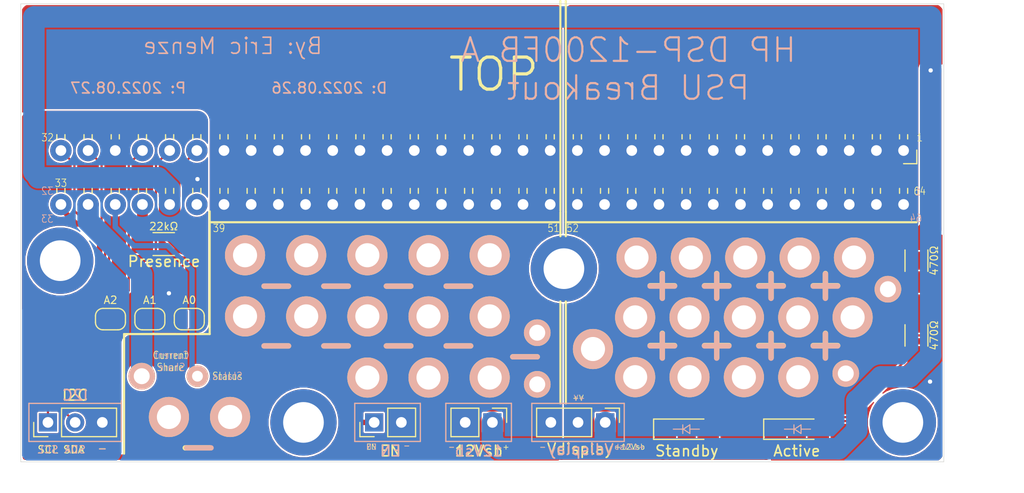
<source format=kicad_pcb>
(kicad_pcb (version 20171130) (host pcbnew "(5.1.10)-1")

  (general
    (thickness 1.6)
    (drawings 131)
    (tracks 123)
    (zones 0)
    (modules 53)
    (nets 17)
  )

  (page A4)
  (layers
    (0 F.Cu signal)
    (31 B.Cu signal)
    (32 B.Adhes user hide)
    (33 F.Adhes user hide)
    (34 B.Paste user hide)
    (35 F.Paste user hide)
    (36 B.SilkS user)
    (37 F.SilkS user)
    (38 B.Mask user hide)
    (39 F.Mask user hide)
    (40 Dwgs.User user hide)
    (41 Cmts.User user hide)
    (42 Eco1.User user)
    (43 Eco2.User user)
    (44 Edge.Cuts user)
    (45 Margin user hide)
    (46 B.CrtYd user hide)
    (47 F.CrtYd user hide)
    (48 B.Fab user hide)
    (49 F.Fab user hide)
  )

  (setup
    (last_trace_width 0.205)
    (trace_clearance 0.16)
    (zone_clearance 0.1)
    (zone_45_only no)
    (trace_min 0.2032)
    (via_size 0.8)
    (via_drill 0.4)
    (via_min_size 0.3)
    (via_min_drill 0.3)
    (uvia_size 0.3)
    (uvia_drill 0.1)
    (uvias_allowed no)
    (uvia_min_size 0.2)
    (uvia_min_drill 0.1)
    (edge_width 0.05)
    (segment_width 0.2)
    (pcb_text_width 0.3)
    (pcb_text_size 1.5 1.5)
    (mod_edge_width 0.12)
    (mod_text_size 1 1)
    (mod_text_width 0.15)
    (pad_size 1.524 1.524)
    (pad_drill 0.762)
    (pad_to_mask_clearance 0.051)
    (solder_mask_min_width 0.25)
    (aux_axis_origin 0 0)
    (grid_origin 100.25 69.25)
    (visible_elements 7FFFFFFF)
    (pcbplotparams
      (layerselection 0x010fc_ffffffff)
      (usegerberextensions false)
      (usegerberattributes false)
      (usegerberadvancedattributes false)
      (creategerberjobfile false)
      (excludeedgelayer true)
      (linewidth 0.100000)
      (plotframeref false)
      (viasonmask false)
      (mode 1)
      (useauxorigin false)
      (hpglpennumber 1)
      (hpglpenspeed 20)
      (hpglpendiameter 15.000000)
      (psnegative false)
      (psa4output false)
      (plotreference true)
      (plotvalue true)
      (plotinvisibletext false)
      (padsonsilk false)
      (subtractmaskfromsilk false)
      (outputformat 1)
      (mirror false)
      (drillshape 0)
      (scaleselection 1)
      (outputdirectory "Export/"))
  )

  (net 0 "")
  (net 1 GNDREF)
  (net 2 +12Vstandby)
  (net 3 +12V)
  (net 4 "Net-(D2-Pad2)")
  (net 5 "Net-(D3-Pad2)")
  (net 6 Alarm)
  (net 7 PRESENT)
  (net 8 Status)
  (net 9 "#ENABLE")
  (net 10 SCL)
  (net 11 SDA)
  (net 12 GNDS)
  (net 13 A2)
  (net 14 A1)
  (net 15 A0)
  (net 16 CurrentShare)

  (net_class Default "This is the default net class."
    (clearance 0.16)
    (trace_width 0.205)
    (via_dia 0.8)
    (via_drill 0.4)
    (uvia_dia 0.3)
    (uvia_drill 0.1)
    (diff_pair_width 0.205)
    (diff_pair_gap 0.25)
    (add_net A0)
    (add_net A1)
    (add_net A2)
    (add_net Alarm)
    (add_net "Net-(D2-Pad2)")
    (add_net "Net-(D3-Pad2)")
    (add_net SCL)
    (add_net SDA)
  )

  (net_class "High Current" ""
    (clearance 0.16)
    (trace_width 2)
    (via_dia 1.5)
    (via_drill 0.4)
    (uvia_dia 0.3)
    (uvia_drill 0.1)
    (diff_pair_width 0.205)
    (diff_pair_gap 0.25)
    (add_net +12V)
    (add_net +12Vstandby)
    (add_net CurrentShare)
  )

  (net_class "Low Current" ""
    (clearance 0.16)
    (trace_width 0.5)
    (via_dia 0.8)
    (via_drill 0.4)
    (uvia_dia 0.3)
    (uvia_drill 0.1)
    (diff_pair_width 0.205)
    (diff_pair_gap 0.25)
    (add_net "#ENABLE")
    (add_net GNDS)
    (add_net Status)
  )

  (net_class "Medium Current" ""
    (clearance 0.16)
    (trace_width 1)
    (via_dia 0.8)
    (via_drill 0.4)
    (uvia_dia 0.3)
    (uvia_drill 0.1)
    (diff_pair_width 0.205)
    (diff_pair_gap 0.25)
    (add_net GNDREF)
    (add_net PRESENT)
  )

  (module Footprints:WIRE-20AWG (layer F.Cu) (tedit 5B5F9B68) (tstamp 5DBE9A46)
    (at 116.76 104.048)
    (path /5DCB7A2E)
    (fp_text reference J47 (at 0 2.54) (layer F.Fab) hide
      (effects (font (size 1 1) (thickness 0.15)))
    )
    (fp_text value Status (at 0 -2.54) (layer F.Fab) hide
      (effects (font (size 1 1) (thickness 0.15)))
    )
    (pad 1 thru_hole circle (at 0 0) (size 2.01 2.01) (drill 1.01) (layers *.Cu *.SilkS *.Mask)
      (net 8 Status) (solder_mask_margin 0.01))
  )

  (module Footprints:M3_Screw_Hole (layer F.Cu) (tedit 5DB9C8EC) (tstamp 5DBE862C)
    (at 151 94)
    (fp_text reference Ref** (at 0 3.175) (layer F.SilkS) hide
      (effects (font (size 1 1) (thickness 0.15)))
    )
    (fp_text value Val** (at 0 -3.175) (layer F.Fab) hide
      (effects (font (size 1 1) (thickness 0.15)))
    )
    (pad "" np_thru_hole circle (at 0 0) (size 6.2 6.2) (drill 3.8) (layers *.Cu *.Mask)
      (solder_mask_margin 0.01))
  )

  (module Footprints:M3_Screw_Hole (layer F.Cu) (tedit 5DB9C8EC) (tstamp 5DBE8624)
    (at 182.673 108.366)
    (fp_text reference Ref** (at 0 3.175) (layer F.SilkS) hide
      (effects (font (size 1 1) (thickness 0.15)))
    )
    (fp_text value Val** (at 0 -3.175) (layer F.Fab) hide
      (effects (font (size 1 1) (thickness 0.15)))
    )
    (pad "" np_thru_hole circle (at 0 0) (size 6.2 6.2) (drill 3.8) (layers *.Cu *.Mask)
      (solder_mask_margin 0.01))
  )

  (module Footprints:M3_Screw_Hole (layer F.Cu) (tedit 5DB9C8EC) (tstamp 5DBE9416)
    (at 126.666 108.366)
    (fp_text reference Ref** (at 0 3.175) (layer F.SilkS) hide
      (effects (font (size 1 1) (thickness 0.15)))
    )
    (fp_text value Val** (at 0 -3.175) (layer F.Fab) hide
      (effects (font (size 1 1) (thickness 0.15)))
    )
    (pad "" np_thru_hole circle (at 0 0) (size 6.2 6.2) (drill 3.8) (layers *.Cu *.Mask)
      (solder_mask_margin 0.01))
  )

  (module Footprints:M3_Screw_Hole (layer F.Cu) (tedit 5DB9C8EC) (tstamp 5DBE860E)
    (at 103.933 93.253)
    (fp_text reference Ref** (at 0 3.175) (layer F.SilkS) hide
      (effects (font (size 1 1) (thickness 0.15)))
    )
    (fp_text value Val** (at 0 -3.175) (layer F.Fab) hide
      (effects (font (size 1 1) (thickness 0.15)))
    )
    (pad "" np_thru_hole circle (at 0 0) (size 6.2 6.2) (drill 3.8) (layers *.Cu *.Mask)
      (solder_mask_margin 0.01))
  )

  (module Footprints:CommonSlot_2x32P_2.54mm (layer F.Cu) (tedit 5DBE71E5) (tstamp 5DBE7C9A)
    (at 104 88 90)
    (descr "Through hole angled pin header, 2x32, 2.54mm pitch, 6mm pin length, double rows")
    (tags "Through hole angled pin header THT 2x32 2.54mm double row")
    (path /5DAA1E8A)
    (fp_text reference J1 (at 5.655 -2.27 90) (layer F.Fab)
      (effects (font (size 1 1) (thickness 0.15)))
    )
    (fp_text value "32x2P Card Edge" (at -1.905 49.0855) (layer F.Fab)
      (effects (font (size 1 1) (thickness 0.15)))
    )
    (fp_line (start 19 -4) (end 6 -4) (layer F.CrtYd) (width 0.05))
    (fp_line (start 19 82.75) (end 19 -4) (layer F.CrtYd) (width 0.05))
    (fp_line (start 6 82.75) (end 19 82.75) (layer F.CrtYd) (width 0.05))
    (fp_line (start -1 -1) (end -1 79.75) (layer F.CrtYd) (width 0.05))
    (fp_line (start 3.81 79.9743) (end 5.08 79.9743) (layer F.SilkS) (width 0.12))
    (fp_line (start 1.042929 79.12) (end 1.497071 79.12) (layer F.SilkS) (width 0.12))
    (fp_line (start 1.042929 78.36) (end 1.497071 78.36) (layer F.SilkS) (width 0.12))
    (fp_line (start 6.122929 79.12) (end 6.52 79.12) (layer F.SilkS) (width 0.12))
    (fp_line (start 6.122929 78.36) (end 6.52 78.36) (layer F.SilkS) (width 0.12))
    (fp_line (start 1.042929 76.58) (end 1.497071 76.58) (layer F.SilkS) (width 0.12))
    (fp_line (start 1.042929 75.82) (end 1.497071 75.82) (layer F.SilkS) (width 0.12))
    (fp_line (start 6.122929 76.58) (end 6.52 76.58) (layer F.SilkS) (width 0.12))
    (fp_line (start 6.122929 75.82) (end 6.52 75.82) (layer F.SilkS) (width 0.12))
    (fp_line (start 1.042929 74.04) (end 1.497071 74.04) (layer F.SilkS) (width 0.12))
    (fp_line (start 1.042929 73.28) (end 1.497071 73.28) (layer F.SilkS) (width 0.12))
    (fp_line (start 6.122929 74.04) (end 6.52 74.04) (layer F.SilkS) (width 0.12))
    (fp_line (start 6.122929 73.28) (end 6.52 73.28) (layer F.SilkS) (width 0.12))
    (fp_line (start 1.042929 71.5) (end 1.497071 71.5) (layer F.SilkS) (width 0.12))
    (fp_line (start 1.042929 70.74) (end 1.497071 70.74) (layer F.SilkS) (width 0.12))
    (fp_line (start 6.122929 71.5) (end 6.52 71.5) (layer F.SilkS) (width 0.12))
    (fp_line (start 6.122929 70.74) (end 6.52 70.74) (layer F.SilkS) (width 0.12))
    (fp_line (start 1.042929 68.96) (end 1.497071 68.96) (layer F.SilkS) (width 0.12))
    (fp_line (start 1.042929 68.2) (end 1.497071 68.2) (layer F.SilkS) (width 0.12))
    (fp_line (start 6.122929 68.96) (end 6.52 68.96) (layer F.SilkS) (width 0.12))
    (fp_line (start 6.122929 68.2) (end 6.52 68.2) (layer F.SilkS) (width 0.12))
    (fp_line (start 1.042929 66.42) (end 1.497071 66.42) (layer F.SilkS) (width 0.12))
    (fp_line (start 1.042929 65.66) (end 1.497071 65.66) (layer F.SilkS) (width 0.12))
    (fp_line (start 6.122929 66.42) (end 6.52 66.42) (layer F.SilkS) (width 0.12))
    (fp_line (start 6.122929 65.66) (end 6.52 65.66) (layer F.SilkS) (width 0.12))
    (fp_line (start 1.042929 63.88) (end 1.497071 63.88) (layer F.SilkS) (width 0.12))
    (fp_line (start 1.042929 63.12) (end 1.497071 63.12) (layer F.SilkS) (width 0.12))
    (fp_line (start 6.122929 63.88) (end 6.52 63.88) (layer F.SilkS) (width 0.12))
    (fp_line (start 6.122929 63.12) (end 6.52 63.12) (layer F.SilkS) (width 0.12))
    (fp_line (start 1.042929 61.34) (end 1.497071 61.34) (layer F.SilkS) (width 0.12))
    (fp_line (start 1.042929 60.58) (end 1.497071 60.58) (layer F.SilkS) (width 0.12))
    (fp_line (start 6.122929 61.34) (end 6.52 61.34) (layer F.SilkS) (width 0.12))
    (fp_line (start 6.122929 60.58) (end 6.52 60.58) (layer F.SilkS) (width 0.12))
    (fp_line (start 1.042929 58.8) (end 1.497071 58.8) (layer F.SilkS) (width 0.12))
    (fp_line (start 1.042929 58.04) (end 1.497071 58.04) (layer F.SilkS) (width 0.12))
    (fp_line (start 6.122929 58.8) (end 6.52 58.8) (layer F.SilkS) (width 0.12))
    (fp_line (start 6.122929 58.04) (end 6.52 58.04) (layer F.SilkS) (width 0.12))
    (fp_line (start 1.042929 56.26) (end 1.497071 56.26) (layer F.SilkS) (width 0.12))
    (fp_line (start 1.042929 55.5) (end 1.497071 55.5) (layer F.SilkS) (width 0.12))
    (fp_line (start 6.122929 56.26) (end 6.52 56.26) (layer F.SilkS) (width 0.12))
    (fp_line (start 6.122929 55.5) (end 6.52 55.5) (layer F.SilkS) (width 0.12))
    (fp_line (start 1.042929 53.72) (end 1.497071 53.72) (layer F.SilkS) (width 0.12))
    (fp_line (start 1.042929 52.96) (end 1.497071 52.96) (layer F.SilkS) (width 0.12))
    (fp_line (start 6.122929 53.72) (end 6.52 53.72) (layer F.SilkS) (width 0.12))
    (fp_line (start 6.122929 52.96) (end 6.52 52.96) (layer F.SilkS) (width 0.12))
    (fp_line (start 1.042929 51.18) (end 1.497071 51.18) (layer F.SilkS) (width 0.12))
    (fp_line (start 1.042929 50.42) (end 1.497071 50.42) (layer F.SilkS) (width 0.12))
    (fp_line (start 6.122929 51.18) (end 6.52 51.18) (layer F.SilkS) (width 0.12))
    (fp_line (start 6.122929 50.42) (end 6.52 50.42) (layer F.SilkS) (width 0.12))
    (fp_line (start 1.042929 48.64) (end 1.497071 48.64) (layer F.SilkS) (width 0.12))
    (fp_line (start 1.042929 47.88) (end 1.497071 47.88) (layer F.SilkS) (width 0.12))
    (fp_line (start 6.122929 48.64) (end 6.52 48.64) (layer F.SilkS) (width 0.12))
    (fp_line (start 6.122929 47.88) (end 6.52 47.88) (layer F.SilkS) (width 0.12))
    (fp_line (start 1.042929 46.1) (end 1.497071 46.1) (layer F.SilkS) (width 0.12))
    (fp_line (start 1.042929 45.34) (end 1.497071 45.34) (layer F.SilkS) (width 0.12))
    (fp_line (start 6.122929 46.1) (end 6.52 46.1) (layer F.SilkS) (width 0.12))
    (fp_line (start 6.122929 45.34) (end 6.52 45.34) (layer F.SilkS) (width 0.12))
    (fp_line (start 1.042929 43.56) (end 1.497071 43.56) (layer F.SilkS) (width 0.12))
    (fp_line (start 1.042929 42.8) (end 1.497071 42.8) (layer F.SilkS) (width 0.12))
    (fp_line (start 6.122929 43.56) (end 6.52 43.56) (layer F.SilkS) (width 0.12))
    (fp_line (start 6.122929 42.8) (end 6.52 42.8) (layer F.SilkS) (width 0.12))
    (fp_line (start 1.042929 41.02) (end 1.497071 41.02) (layer F.SilkS) (width 0.12))
    (fp_line (start 1.042929 40.26) (end 1.497071 40.26) (layer F.SilkS) (width 0.12))
    (fp_line (start 6.122929 41.02) (end 6.52 41.02) (layer F.SilkS) (width 0.12))
    (fp_line (start 6.122929 40.26) (end 6.52 40.26) (layer F.SilkS) (width 0.12))
    (fp_line (start 1.042929 38.48) (end 1.497071 38.48) (layer F.SilkS) (width 0.12))
    (fp_line (start 1.042929 37.72) (end 1.497071 37.72) (layer F.SilkS) (width 0.12))
    (fp_line (start 6.122929 38.48) (end 6.52 38.48) (layer F.SilkS) (width 0.12))
    (fp_line (start 6.122929 37.72) (end 6.52 37.72) (layer F.SilkS) (width 0.12))
    (fp_line (start 1.042929 35.94) (end 1.497071 35.94) (layer F.SilkS) (width 0.12))
    (fp_line (start 1.042929 35.18) (end 1.497071 35.18) (layer F.SilkS) (width 0.12))
    (fp_line (start 6.122929 35.94) (end 6.52 35.94) (layer F.SilkS) (width 0.12))
    (fp_line (start 6.122929 35.18) (end 6.52 35.18) (layer F.SilkS) (width 0.12))
    (fp_line (start 1.042929 33.4) (end 1.497071 33.4) (layer F.SilkS) (width 0.12))
    (fp_line (start 1.042929 32.64) (end 1.497071 32.64) (layer F.SilkS) (width 0.12))
    (fp_line (start 6.122929 33.4) (end 6.52 33.4) (layer F.SilkS) (width 0.12))
    (fp_line (start 6.122929 32.64) (end 6.52 32.64) (layer F.SilkS) (width 0.12))
    (fp_line (start 1.042929 30.86) (end 1.497071 30.86) (layer F.SilkS) (width 0.12))
    (fp_line (start 1.042929 30.1) (end 1.497071 30.1) (layer F.SilkS) (width 0.12))
    (fp_line (start 6.122929 30.86) (end 6.52 30.86) (layer F.SilkS) (width 0.12))
    (fp_line (start 6.122929 30.1) (end 6.52 30.1) (layer F.SilkS) (width 0.12))
    (fp_line (start 1.042929 28.32) (end 1.497071 28.32) (layer F.SilkS) (width 0.12))
    (fp_line (start 1.042929 27.56) (end 1.497071 27.56) (layer F.SilkS) (width 0.12))
    (fp_line (start 6.122929 28.32) (end 6.52 28.32) (layer F.SilkS) (width 0.12))
    (fp_line (start 6.122929 27.56) (end 6.52 27.56) (layer F.SilkS) (width 0.12))
    (fp_line (start 1.042929 25.78) (end 1.497071 25.78) (layer F.SilkS) (width 0.12))
    (fp_line (start 1.042929 25.02) (end 1.497071 25.02) (layer F.SilkS) (width 0.12))
    (fp_line (start 6.122929 25.78) (end 6.52 25.78) (layer F.SilkS) (width 0.12))
    (fp_line (start 6.122929 25.02) (end 6.52 25.02) (layer F.SilkS) (width 0.12))
    (fp_line (start 1.042929 23.24) (end 1.497071 23.24) (layer F.SilkS) (width 0.12))
    (fp_line (start 1.042929 22.48) (end 1.497071 22.48) (layer F.SilkS) (width 0.12))
    (fp_line (start 6.122929 23.24) (end 6.52 23.24) (layer F.SilkS) (width 0.12))
    (fp_line (start 6.122929 22.48) (end 6.52 22.48) (layer F.SilkS) (width 0.12))
    (fp_line (start 1.042929 20.7) (end 1.497071 20.7) (layer F.SilkS) (width 0.12))
    (fp_line (start 1.042929 19.94) (end 1.497071 19.94) (layer F.SilkS) (width 0.12))
    (fp_line (start 6.122929 20.7) (end 6.52 20.7) (layer F.SilkS) (width 0.12))
    (fp_line (start 6.122929 19.94) (end 6.52 19.94) (layer F.SilkS) (width 0.12))
    (fp_line (start 1.042929 18.16) (end 1.497071 18.16) (layer F.SilkS) (width 0.12))
    (fp_line (start 1.042929 17.4) (end 1.497071 17.4) (layer F.SilkS) (width 0.12))
    (fp_line (start 6.122929 18.16) (end 6.52 18.16) (layer F.SilkS) (width 0.12))
    (fp_line (start 6.122929 17.4) (end 6.52 17.4) (layer F.SilkS) (width 0.12))
    (fp_line (start 1.042929 15.62) (end 1.497071 15.62) (layer F.SilkS) (width 0.12))
    (fp_line (start 1.042929 14.86) (end 1.497071 14.86) (layer F.SilkS) (width 0.12))
    (fp_line (start 6.122929 15.62) (end 6.52 15.62) (layer F.SilkS) (width 0.12))
    (fp_line (start 6.122929 14.86) (end 6.52 14.86) (layer F.SilkS) (width 0.12))
    (fp_line (start 1.042929 13.08) (end 1.497071 13.08) (layer F.SilkS) (width 0.12))
    (fp_line (start 1.042929 12.32) (end 1.497071 12.32) (layer F.SilkS) (width 0.12))
    (fp_line (start 6.122929 13.08) (end 6.52 13.08) (layer F.SilkS) (width 0.12))
    (fp_line (start 6.122929 12.32) (end 6.52 12.32) (layer F.SilkS) (width 0.12))
    (fp_line (start 1.042929 10.54) (end 1.497071 10.54) (layer F.SilkS) (width 0.12))
    (fp_line (start 1.042929 9.78) (end 1.497071 9.78) (layer F.SilkS) (width 0.12))
    (fp_line (start 6.122929 10.54) (end 6.52 10.54) (layer F.SilkS) (width 0.12))
    (fp_line (start 6.122929 9.78) (end 6.52 9.78) (layer F.SilkS) (width 0.12))
    (fp_line (start 1.042929 8) (end 1.497071 8) (layer F.SilkS) (width 0.12))
    (fp_line (start 1.042929 7.24) (end 1.497071 7.24) (layer F.SilkS) (width 0.12))
    (fp_line (start 6.122929 8) (end 6.52 8) (layer F.SilkS) (width 0.12))
    (fp_line (start 6.122929 7.24) (end 6.52 7.24) (layer F.SilkS) (width 0.12))
    (fp_line (start 1.042929 5.46) (end 1.497071 5.46) (layer F.SilkS) (width 0.12))
    (fp_line (start 1.042929 4.7) (end 1.497071 4.7) (layer F.SilkS) (width 0.12))
    (fp_line (start 6.122929 5.46) (end 6.52 5.46) (layer F.SilkS) (width 0.12))
    (fp_line (start 6.122929 4.7) (end 6.52 4.7) (layer F.SilkS) (width 0.12))
    (fp_line (start 1.042929 2.92) (end 1.497071 2.92) (layer F.SilkS) (width 0.12))
    (fp_line (start 1.042929 2.16) (end 1.497071 2.16) (layer F.SilkS) (width 0.12))
    (fp_line (start 6.122929 2.92) (end 6.52 2.92) (layer F.SilkS) (width 0.12))
    (fp_line (start 6.122929 2.16) (end 6.52 2.16) (layer F.SilkS) (width 0.12))
    (fp_line (start 1.11 0.38) (end 1.497071 0.38) (layer F.SilkS) (width 0.12))
    (fp_line (start 1.11 -0.38) (end 1.497071 -0.38) (layer F.SilkS) (width 0.12))
    (fp_line (start 6.122929 0.38) (end 6.52 0.38) (layer F.SilkS) (width 0.12))
    (fp_line (start 6.122929 -0.38) (end 6.52 -0.38) (layer F.SilkS) (width 0.12))
    (fp_line (start 6 -4) (end 6 -1) (layer F.CrtYd) (width 0.05))
    (fp_line (start 6 -1) (end -1 -1) (layer F.CrtYd) (width 0.05))
    (fp_line (start -1 79.75) (end 6 79.75) (layer F.CrtYd) (width 0.05))
    (fp_line (start 6 79.75) (end 6 82.75) (layer F.CrtYd) (width 0.05))
    (fp_line (start 3.81 78.74) (end 3.81 79.9743) (layer F.SilkS) (width 0.12))
    (fp_text user %R (at -1.905 40.386 180) (layer F.Fab)
      (effects (font (size 1 1) (thickness 0.15)))
    )
    (pad 33 thru_hole circle (at 0 0 90) (size 2 2) (drill 1) (layers *.Cu *.Mask)
      (net 9 "#ENABLE"))
    (pad 32 thru_hole circle (at 5.04 0 90) (size 2 2) (drill 1) (layers *.Cu *.Mask)
      (net 10 SCL))
    (pad 34 thru_hole circle (at 0 2.54 90) (size 2 2) (drill 1) (layers *.Cu *.Mask)
      (net 16 CurrentShare))
    (pad 31 thru_hole circle (at 5.04 2.54 90) (size 2 2) (drill 1) (layers *.Cu *.Mask)
      (net 11 SDA))
    (pad 35 thru_hole circle (at 0 5.08 90) (size 2 2) (drill 1) (layers *.Cu *.Mask)
      (net 8 Status))
    (pad 30 thru_hole oval (at 5.04 5.08 90) (size 2 2) (drill 1) (layers *.Cu *.Mask)
      (net 12 GNDS))
    (pad 36 thru_hole circle (at 0 7.62 90) (size 2 2) (drill 1) (layers *.Cu *.Mask)
      (net 7 PRESENT))
    (pad 29 thru_hole oval (at 5.04 7.62 90) (size 2 2) (drill 1) (layers *.Cu *.Mask)
      (net 13 A2))
    (pad 37 thru_hole circle (at 0 10.16 90) (size 2 2) (drill 1) (layers *.Cu *.Mask)
      (net 2 +12Vstandby))
    (pad 28 thru_hole oval (at 5.04 10.16 90) (size 2 2) (drill 1) (layers *.Cu *.Mask)
      (net 14 A1))
    (pad 38 thru_hole circle (at 0 12.7 90) (size 2 2) (drill 1) (layers *.Cu *.Mask)
      (net 6 Alarm))
    (pad 27 thru_hole oval (at 5.04 12.7 90) (size 2 2) (drill 1) (layers *.Cu *.Mask)
      (net 15 A0))
    (pad 39 thru_hole circle (at 0 15.24 90) (size 2 2) (drill 1) (layers *.Cu *.Mask)
      (net 1 GNDREF))
    (pad 26 thru_hole oval (at 5.04 15.24 90) (size 2 2) (drill 1) (layers *.Cu *.Mask)
      (net 1 GNDREF))
    (pad 40 thru_hole circle (at 0 17.78 90) (size 2 2) (drill 1) (layers *.Cu *.Mask)
      (net 1 GNDREF))
    (pad 25 thru_hole oval (at 5.04 17.78 90) (size 2 2) (drill 1) (layers *.Cu *.Mask)
      (net 1 GNDREF))
    (pad 41 thru_hole circle (at 0 20.32 90) (size 2 2) (drill 1) (layers *.Cu *.Mask)
      (net 1 GNDREF))
    (pad 24 thru_hole oval (at 5.04 20.32 90) (size 2 2) (drill 1) (layers *.Cu *.Mask)
      (net 1 GNDREF))
    (pad 42 thru_hole circle (at 0 22.86 90) (size 2 2) (drill 1) (layers *.Cu *.Mask)
      (net 1 GNDREF))
    (pad 23 thru_hole oval (at 5.04 22.86 90) (size 2 2) (drill 1) (layers *.Cu *.Mask)
      (net 1 GNDREF))
    (pad 43 thru_hole circle (at 0 25.4 90) (size 2 2) (drill 1) (layers *.Cu *.Mask)
      (net 1 GNDREF))
    (pad 22 thru_hole oval (at 5.04 25.4 90) (size 2 2) (drill 1) (layers *.Cu *.Mask)
      (net 1 GNDREF))
    (pad 44 thru_hole circle (at 0 27.94 90) (size 2 2) (drill 1) (layers *.Cu *.Mask)
      (net 1 GNDREF))
    (pad 21 thru_hole oval (at 5.04 27.94 90) (size 2 2) (drill 1) (layers *.Cu *.Mask)
      (net 1 GNDREF))
    (pad 45 thru_hole circle (at 0 30.48 90) (size 2 2) (drill 1) (layers *.Cu *.Mask)
      (net 1 GNDREF))
    (pad 20 thru_hole oval (at 5.04 30.48 90) (size 2 2) (drill 1) (layers *.Cu *.Mask)
      (net 1 GNDREF))
    (pad 46 thru_hole circle (at 0 33.02 90) (size 2 2) (drill 1) (layers *.Cu *.Mask)
      (net 1 GNDREF))
    (pad 19 thru_hole oval (at 5.04 33.02 90) (size 2 2) (drill 1) (layers *.Cu *.Mask)
      (net 1 GNDREF))
    (pad 47 thru_hole circle (at 0 35.56 90) (size 2 2) (drill 1) (layers *.Cu *.Mask)
      (net 1 GNDREF))
    (pad 18 thru_hole oval (at 5.04 35.56 90) (size 2 2) (drill 1) (layers *.Cu *.Mask)
      (net 1 GNDREF))
    (pad 48 thru_hole circle (at 0 38.1 90) (size 2 2) (drill 1) (layers *.Cu *.Mask)
      (net 1 GNDREF))
    (pad 17 thru_hole oval (at 5.04 38.1 90) (size 2 2) (drill 1) (layers *.Cu *.Mask)
      (net 1 GNDREF))
    (pad 49 thru_hole circle (at 0 40.64 90) (size 2 2) (drill 1) (layers *.Cu *.Mask)
      (net 1 GNDREF))
    (pad 16 thru_hole oval (at 5.04 40.64 90) (size 2 2) (drill 1) (layers *.Cu *.Mask)
      (net 1 GNDREF))
    (pad 50 thru_hole circle (at 0 43.18 90) (size 2 2) (drill 1) (layers *.Cu *.Mask)
      (net 1 GNDREF))
    (pad 15 thru_hole oval (at 5.04 43.18 90) (size 2 2) (drill 1) (layers *.Cu *.Mask)
      (net 1 GNDREF))
    (pad 51 thru_hole circle (at 0 45.72 90) (size 2 2) (drill 1) (layers *.Cu *.Mask)
      (net 1 GNDREF))
    (pad 14 thru_hole oval (at 5.04 45.72 90) (size 2 2) (drill 1) (layers *.Cu *.Mask)
      (net 1 GNDREF))
    (pad 52 thru_hole circle (at 0 48.26 90) (size 2 2) (drill 1) (layers *.Cu *.Mask)
      (net 3 +12V))
    (pad 13 thru_hole oval (at 5.04 48.26 90) (size 2 2) (drill 1) (layers *.Cu *.Mask)
      (net 3 +12V))
    (pad 53 thru_hole circle (at 0 50.8 90) (size 2 2) (drill 1) (layers *.Cu *.Mask)
      (net 3 +12V))
    (pad 12 thru_hole oval (at 5.04 50.8 90) (size 2 2) (drill 1) (layers *.Cu *.Mask)
      (net 3 +12V))
    (pad 54 thru_hole circle (at 0 53.34 90) (size 2 2) (drill 1) (layers *.Cu *.Mask)
      (net 3 +12V))
    (pad 11 thru_hole oval (at 5.04 53.34 90) (size 2 2) (drill 1) (layers *.Cu *.Mask)
      (net 3 +12V))
    (pad 55 thru_hole circle (at 0 55.88 90) (size 2 2) (drill 1) (layers *.Cu *.Mask)
      (net 3 +12V))
    (pad 10 thru_hole oval (at 5.04 55.88 90) (size 2 2) (drill 1) (layers *.Cu *.Mask)
      (net 3 +12V))
    (pad 56 thru_hole circle (at 0 58.42 90) (size 2 2) (drill 1) (layers *.Cu *.Mask)
      (net 3 +12V))
    (pad 9 thru_hole oval (at 5.04 58.42 90) (size 2 2) (drill 1) (layers *.Cu *.Mask)
      (net 3 +12V))
    (pad 57 thru_hole circle (at 0 60.96 90) (size 2 2) (drill 1) (layers *.Cu *.Mask)
      (net 3 +12V))
    (pad 8 thru_hole oval (at 5.04 60.96 90) (size 2 2) (drill 1) (layers *.Cu *.Mask)
      (net 3 +12V))
    (pad 58 thru_hole circle (at 0 63.5 90) (size 2 2) (drill 1) (layers *.Cu *.Mask)
      (net 3 +12V))
    (pad 7 thru_hole oval (at 5.04 63.5 90) (size 2 2) (drill 1) (layers *.Cu *.Mask)
      (net 3 +12V))
    (pad 59 thru_hole circle (at 0 66.04 90) (size 2 2) (drill 1) (layers *.Cu *.Mask)
      (net 3 +12V))
    (pad 6 thru_hole oval (at 5.04 66.04 90) (size 2 2) (drill 1) (layers *.Cu *.Mask)
      (net 3 +12V))
    (pad 60 thru_hole circle (at 0 68.58 90) (size 2 2) (drill 1) (layers *.Cu *.Mask)
      (net 3 +12V))
    (pad 5 thru_hole oval (at 5.04 68.58 90) (size 2 2) (drill 1) (layers *.Cu *.Mask)
      (net 3 +12V))
    (pad 61 thru_hole circle (at 0 71.12 90) (size 2 2) (drill 1) (layers *.Cu *.Mask)
      (net 3 +12V))
    (pad 4 thru_hole oval (at 5.04 71.12 90) (size 2 2) (drill 1) (layers *.Cu *.Mask)
      (net 3 +12V))
    (pad 62 thru_hole circle (at 0 73.66 90) (size 2 2) (drill 1) (layers *.Cu *.Mask)
      (net 3 +12V))
    (pad 3 thru_hole oval (at 5.04 73.66 90) (size 2 2) (drill 1) (layers *.Cu *.Mask)
      (net 3 +12V))
    (pad 63 thru_hole circle (at 0 76.2 90) (size 2 2) (drill 1) (layers *.Cu *.Mask)
      (net 3 +12V))
    (pad 2 thru_hole oval (at 5.04 76.2 90) (size 2 2) (drill 1) (layers *.Cu *.Mask)
      (net 3 +12V))
    (pad 64 thru_hole circle (at 0 78.74 90) (size 2 2) (drill 1) (layers *.Cu *.Mask)
      (net 3 +12V))
    (pad 1 thru_hole rect (at 5.04 78.74 90) (size 2 2) (drill 1) (layers *.Cu *.Mask)
      (net 3 +12V))
    (model ${KISYS3DMOD}/Pin_Headers.3dshapes/Pin_Header_Angled_2x32_Pitch2.54mm.wrl
      (at (xyz 0 0 0))
      (scale (xyz 2 1 1))
      (rotate (xyz 0 0 0))
    )
  )

  (module Footprints:WIRE-16AWG (layer F.Cu) (tedit 5B5F9AC5) (tstamp 5DB7B0BA)
    (at 111.553 104.048)
    (path /5DC14980)
    (fp_text reference J46 (at 0 2.54) (layer F.Fab)
      (effects (font (size 1 1) (thickness 0.15)))
    )
    (fp_text value Isense (at 0 -2.54) (layer F.Fab) hide
      (effects (font (size 1 1) (thickness 0.15)))
    )
    (pad 1 thru_hole circle (at 0 0) (size 2.49 2.49) (drill 1.49) (layers *.Cu *.SilkS *.Mask)
      (net 16 CurrentShare) (solder_mask_margin 0.01))
  )

  (module Footprints:WIRE-16AWG (layer F.Cu) (tedit 5B5F9AC5) (tstamp 5DAFC26A)
    (at 148.51 104.81)
    (path /5DF1B045)
    (fp_text reference J45 (at 0 2.54) (layer F.SilkS) hide
      (effects (font (size 1 1) (thickness 0.15)))
    )
    (fp_text value 0V (at 0 -2.54) (layer F.Fab) hide
      (effects (font (size 1 1) (thickness 0.15)))
    )
    (pad 1 thru_hole circle (at 0 0) (size 2.49 2.49) (drill 1.49) (layers *.Cu *.SilkS *.Mask)
      (net 1 GNDREF) (solder_mask_margin 0.01))
  )

  (module Footprints:WIRE-16AWG (layer F.Cu) (tedit 5B5F9AC5) (tstamp 5DAFC265)
    (at 148.51 99.984)
    (path /5DEDCD2F)
    (fp_text reference J44 (at 0 2.54) (layer F.SilkS) hide
      (effects (font (size 1 1) (thickness 0.15)))
    )
    (fp_text value 0V (at 0 -2.54) (layer F.Fab) hide
      (effects (font (size 1 1) (thickness 0.15)))
    )
    (pad 1 thru_hole circle (at 0 0) (size 2.49 2.49) (drill 1.49) (layers *.Cu *.SilkS *.Mask)
      (net 1 GNDREF) (solder_mask_margin 0.01))
  )

  (module Footprints:WIRE-16AWG (layer F.Cu) (tedit 5B5F9AC5) (tstamp 5DAFC260)
    (at 181.276 95.92)
    (path /5DF1B33E)
    (fp_text reference J43 (at 0 2.54) (layer F.SilkS) hide
      (effects (font (size 1 1) (thickness 0.15)))
    )
    (fp_text value +12V (at 0 -2.54) (layer F.Fab) hide
      (effects (font (size 1 1) (thickness 0.15)))
    )
    (pad 1 thru_hole circle (at 0 0) (size 2.49 2.49) (drill 1.49) (layers *.Cu *.SilkS *.Mask)
      (net 3 +12V) (solder_mask_margin 0.01))
  )

  (module Footprints:WIRE-16AWG (layer F.Cu) (tedit 5B5F9AC5) (tstamp 5DAFC25B)
    (at 177.339 103.794)
    (path /5DF1C507)
    (fp_text reference J42 (at 0 2.54) (layer F.SilkS) hide
      (effects (font (size 1 1) (thickness 0.15)))
    )
    (fp_text value +12V (at 0 -2.54) (layer F.Fab) hide
      (effects (font (size 1 1) (thickness 0.15)))
    )
    (pad 1 thru_hole circle (at 0 0) (size 2.49 2.49) (drill 1.49) (layers *.Cu *.SilkS *.Mask)
      (net 3 +12V) (solder_mask_margin 0.01))
  )

  (module Footprints:WIRE-12AWG (layer F.Cu) (tedit 5B5F9A8C) (tstamp 5DAF630C)
    (at 138.35 104.175)
    (path /5DDEE3B2)
    (fp_text reference J41 (at 0 2.54) (layer F.SilkS) hide
      (effects (font (size 1 1) (thickness 0.15)))
    )
    (fp_text value 0V (at 0 -2.54) (layer F.Fab) hide
      (effects (font (size 1 1) (thickness 0.15)))
    )
    (pad 1 thru_hole circle (at 0 0) (size 3.75 3.75) (drill 2.25) (layers *.Cu *.SilkS *.Mask)
      (net 1 GNDREF) (solder_mask_margin 0.01))
  )

  (module Footprints:WIRE-12AWG (layer F.Cu) (tedit 5B5F9A8C) (tstamp 5DAF6307)
    (at 132.635 104.175)
    (path /5DDEE523)
    (fp_text reference J40 (at 0 2.54) (layer F.SilkS) hide
      (effects (font (size 1 1) (thickness 0.15)))
    )
    (fp_text value 0V (at 0 -2.54) (layer F.Fab) hide
      (effects (font (size 1 1) (thickness 0.15)))
    )
    (pad 1 thru_hole circle (at 0 0) (size 3.75 3.75) (drill 2.25) (layers *.Cu *.SilkS *.Mask)
      (net 1 GNDREF) (solder_mask_margin 0.01))
  )

  (module Footprints:WIRE-12AWG (layer F.Cu) (tedit 5B5F9A8C) (tstamp 5DAF508B)
    (at 144.065 104.175)
    (path /5DDB34FC)
    (fp_text reference J39 (at 0 2.54) (layer F.SilkS) hide
      (effects (font (size 1 1) (thickness 0.15)))
    )
    (fp_text value 0V (at 0 -2.54) (layer F.Fab) hide
      (effects (font (size 1 1) (thickness 0.15)))
    )
    (pad 1 thru_hole circle (at 0 0) (size 3.75 3.75) (drill 2.25) (layers *.Cu *.SilkS *.Mask)
      (net 1 GNDREF) (solder_mask_margin 0.01))
  )

  (module Footprints:WIRE-12AWG (layer F.Cu) (tedit 5B5F9A8C) (tstamp 5DAF5086)
    (at 162.7378 104.14)
    (path /5DDB38B1)
    (fp_text reference J38 (at 0 2.54) (layer F.SilkS) hide
      (effects (font (size 1 1) (thickness 0.15)))
    )
    (fp_text value +12V (at 0 -2.54) (layer F.Fab) hide
      (effects (font (size 1 1) (thickness 0.15)))
    )
    (pad 1 thru_hole circle (at 0 0) (size 3.75 3.75) (drill 2.25) (layers *.Cu *.SilkS *.Mask)
      (net 3 +12V) (solder_mask_margin 0.01))
  )

  (module Footprints:WIRE-12AWG (layer F.Cu) (tedit 5B5F9A8C) (tstamp 5DAF5081)
    (at 157.6578 98.552)
    (path /5DDC933B)
    (fp_text reference J37 (at 0 2.54) (layer F.SilkS) hide
      (effects (font (size 1 1) (thickness 0.15)))
    )
    (fp_text value +12V (at 0 -2.54) (layer F.Fab) hide
      (effects (font (size 1 1) (thickness 0.15)))
    )
    (pad 1 thru_hole circle (at 0 0) (size 3.75 3.75) (drill 2.25) (layers *.Cu *.SilkS *.Mask)
      (net 3 +12V) (solder_mask_margin 0.01))
  )

  (module Footprints:WIRE-12AWG (layer F.Cu) (tedit 5B5F9A8C) (tstamp 5DAF507C)
    (at 157.6578 104.14)
    (path /5DDC8D6E)
    (fp_text reference J36 (at 0 2.54) (layer F.SilkS) hide
      (effects (font (size 1 1) (thickness 0.15)))
    )
    (fp_text value +12V (at 0 -2.54) (layer F.Fab) hide
      (effects (font (size 1 1) (thickness 0.15)))
    )
    (pad 1 thru_hole circle (at 0 0) (size 3.75 3.75) (drill 2.25) (layers *.Cu *.SilkS *.Mask)
      (net 3 +12V) (solder_mask_margin 0.01))
  )

  (module Footprints:WIRE-12AWG (layer F.Cu) (tedit 5B5F9A8C) (tstamp 5DAF3D1F)
    (at 114.093 107.858)
    (path /5DD016E5)
    (fp_text reference J35 (at 0 2.54) (layer F.SilkS) hide
      (effects (font (size 1 1) (thickness 0.15)))
    )
    (fp_text value 0V (at 0 -2.54) (layer F.Fab) hide
      (effects (font (size 1 1) (thickness 0.15)))
    )
    (pad 1 thru_hole circle (at 0 0) (size 3.75 3.75) (drill 2.25) (layers *.Cu *.SilkS *.Mask)
      (net 1 GNDREF) (solder_mask_margin 0.01))
  )

  (module Footprints:WIRE-12AWG (layer F.Cu) (tedit 5B5F9A8C) (tstamp 5DBEACD0)
    (at 144.065 98.46)
    (path /5DD016EF)
    (fp_text reference J34 (at 0 2.54) (layer F.SilkS) hide
      (effects (font (size 1 1) (thickness 0.15)))
    )
    (fp_text value 0V (at 0 -2.54) (layer F.Fab) hide
      (effects (font (size 1 1) (thickness 0.15)))
    )
    (pad 1 thru_hole circle (at 0 0) (size 3.75 3.75) (drill 2.25) (layers *.Cu *.SilkS *.Mask)
      (net 1 GNDREF) (solder_mask_margin 0.01))
  )

  (module Footprints:WIRE-12AWG (layer F.Cu) (tedit 5B5F9A8C) (tstamp 5DAF3D15)
    (at 138.35 98.46)
    (path /5DD01721)
    (fp_text reference J33 (at 0 2.54) (layer F.SilkS) hide
      (effects (font (size 1 1) (thickness 0.15)))
    )
    (fp_text value 0V (at 0 -2.54) (layer F.Fab) hide
      (effects (font (size 1 1) (thickness 0.15)))
    )
    (pad 1 thru_hole circle (at 0 0) (size 3.75 3.75) (drill 2.25) (layers *.Cu *.SilkS *.Mask)
      (net 1 GNDREF) (solder_mask_margin 0.01))
  )

  (module Footprints:WIRE-12AWG (layer F.Cu) (tedit 5B5F9A8C) (tstamp 5DAF3D10)
    (at 119.808 107.858)
    (path /5DD016F9)
    (fp_text reference J32 (at 0 2.54) (layer F.SilkS) hide
      (effects (font (size 1 1) (thickness 0.15)))
    )
    (fp_text value 0V (at 0 -2.54) (layer F.Fab) hide
      (effects (font (size 1 1) (thickness 0.15)))
    )
    (pad 1 thru_hole circle (at 0 0) (size 3.75 3.75) (drill 2.25) (layers *.Cu *.SilkS *.Mask)
      (net 1 GNDREF) (solder_mask_margin 0.01))
  )

  (module Footprints:WIRE-12AWG (layer F.Cu) (tedit 5B5F9A8C) (tstamp 5DAF3D0B)
    (at 167.8178 104.14)
    (path /5DD01703)
    (fp_text reference J31 (at 0 2.54) (layer F.SilkS) hide
      (effects (font (size 1 1) (thickness 0.15)))
    )
    (fp_text value +12V (at 0 -2.54) (layer F.Fab) hide
      (effects (font (size 1 1) (thickness 0.15)))
    )
    (pad 1 thru_hole circle (at 0 0) (size 3.75 3.75) (drill 2.25) (layers *.Cu *.SilkS *.Mask)
      (net 3 +12V) (solder_mask_margin 0.01))
  )

  (module Footprints:WIRE-12AWG (layer F.Cu) (tedit 5B5F9A8C) (tstamp 5DAF3D06)
    (at 177.9778 98.552)
    (path /5DD0172B)
    (fp_text reference J30 (at 0 2.54) (layer F.SilkS) hide
      (effects (font (size 1 1) (thickness 0.15)))
    )
    (fp_text value +12V (at 0 -2.54) (layer F.Fab) hide
      (effects (font (size 1 1) (thickness 0.15)))
    )
    (pad 1 thru_hole circle (at 0 0) (size 3.75 3.75) (drill 2.25) (layers *.Cu *.SilkS *.Mask)
      (net 3 +12V) (solder_mask_margin 0.01))
  )

  (module Footprints:WIRE-12AWG (layer F.Cu) (tedit 5B5F9A8C) (tstamp 5DAF3D01)
    (at 162.7378 98.552)
    (path /5DD01717)
    (fp_text reference J29 (at 0 2.54) (layer F.SilkS) hide
      (effects (font (size 1 1) (thickness 0.15)))
    )
    (fp_text value +12V (at 0 -2.54) (layer F.Fab) hide
      (effects (font (size 1 1) (thickness 0.15)))
    )
    (pad 1 thru_hole circle (at 0 0) (size 3.75 3.75) (drill 2.25) (layers *.Cu *.SilkS *.Mask)
      (net 3 +12V) (solder_mask_margin 0.01))
  )

  (module Footprints:WIRE-12AWG (layer F.Cu) (tedit 5B5F9A8C) (tstamp 5DAF3CFC)
    (at 167.8178 98.552)
    (path /5DD0170D)
    (fp_text reference J28 (at 0 2.54) (layer F.SilkS) hide
      (effects (font (size 1 1) (thickness 0.15)))
    )
    (fp_text value +12V (at 0 -2.54) (layer F.Fab) hide
      (effects (font (size 1 1) (thickness 0.15)))
    )
    (pad 1 thru_hole circle (at 0 0) (size 3.75 3.75) (drill 2.25) (layers *.Cu *.SilkS *.Mask)
      (net 3 +12V) (solder_mask_margin 0.01))
  )

  (module Footprints:WIRE-12AWG (layer F.Cu) (tedit 5B5F9A8C) (tstamp 5DAF3CF7)
    (at 121.205 98.46)
    (path /5DD3826B)
    (fp_text reference J27 (at 0 2.54) (layer F.SilkS) hide
      (effects (font (size 1 1) (thickness 0.15)))
    )
    (fp_text value 0V (at 0 -2.54) (layer F.Fab) hide
      (effects (font (size 1 1) (thickness 0.15)))
    )
    (pad 1 thru_hole circle (at 0 0) (size 3.75 3.75) (drill 2.25) (layers *.Cu *.SilkS *.Mask)
      (net 1 GNDREF) (solder_mask_margin 0.01))
  )

  (module Footprints:WIRE-12AWG (layer F.Cu) (tedit 5B5F9A8C) (tstamp 5DBEACF9)
    (at 126.92 98.46)
    (path /5DD38275)
    (fp_text reference J26 (at 0 2.54) (layer F.SilkS) hide
      (effects (font (size 1 1) (thickness 0.15)))
    )
    (fp_text value 0V (at 0 -2.54) (layer F.Fab) hide
      (effects (font (size 1 1) (thickness 0.15)))
    )
    (pad 1 thru_hole circle (at 0 0) (size 3.75 3.75) (drill 2.25) (layers *.Cu *.SilkS *.Mask)
      (net 1 GNDREF) (solder_mask_margin 0.01))
  )

  (module Footprints:WIRE-12AWG (layer F.Cu) (tedit 5B5F9A8C) (tstamp 5DAF3CED)
    (at 132.635 98.46)
    (path /5DD382A7)
    (fp_text reference J25 (at 0 2.54) (layer F.SilkS) hide
      (effects (font (size 1 1) (thickness 0.15)))
    )
    (fp_text value 0V (at 0 -2.54) (layer F.Fab) hide
      (effects (font (size 1 1) (thickness 0.15)))
    )
    (pad 1 thru_hole circle (at 0 0) (size 3.75 3.75) (drill 2.25) (layers *.Cu *.SilkS *.Mask)
      (net 1 GNDREF) (solder_mask_margin 0.01))
  )

  (module Footprints:WIRE-12AWG (layer F.Cu) (tedit 5B5F9A8C) (tstamp 5DAF3CE8)
    (at 144.065 92.745)
    (path /5DD3827F)
    (fp_text reference J24 (at 0 2.54) (layer F.SilkS) hide
      (effects (font (size 1 1) (thickness 0.15)))
    )
    (fp_text value 0V (at 0 -2.54) (layer F.Fab) hide
      (effects (font (size 1 1) (thickness 0.15)))
    )
    (pad 1 thru_hole circle (at 0 0) (size 3.75 3.75) (drill 2.25) (layers *.Cu *.SilkS *.Mask)
      (net 1 GNDREF) (solder_mask_margin 0.01))
  )

  (module Footprints:WIRE-12AWG (layer F.Cu) (tedit 5B5F9A8C) (tstamp 5DAF3CE3)
    (at 153.717 101.508)
    (path /5DD38289)
    (fp_text reference J23 (at 0 2.54) (layer F.SilkS) hide
      (effects (font (size 1 1) (thickness 0.15)))
    )
    (fp_text value +12V (at 0 -2.54) (layer F.Fab) hide
      (effects (font (size 1 1) (thickness 0.15)))
    )
    (pad 1 thru_hole circle (at 0 0) (size 3.75 3.75) (drill 2.25) (layers *.Cu *.SilkS *.Mask)
      (net 3 +12V) (solder_mask_margin 0.01))
  )

  (module Footprints:WIRE-12AWG (layer F.Cu) (tedit 5B5F9A8C) (tstamp 5DAF3CDE)
    (at 172.8978 104.14)
    (path /5DD382B1)
    (fp_text reference J22 (at 0 2.54) (layer F.SilkS) hide
      (effects (font (size 1 1) (thickness 0.15)))
    )
    (fp_text value +12V (at 0 -2.54) (layer F.Fab) hide
      (effects (font (size 1 1) (thickness 0.15)))
    )
    (pad 1 thru_hole circle (at 0 0) (size 3.75 3.75) (drill 2.25) (layers *.Cu *.SilkS *.Mask)
      (net 3 +12V) (solder_mask_margin 0.01))
  )

  (module Footprints:WIRE-12AWG (layer F.Cu) (tedit 5B5F9A8C) (tstamp 5DAF3CD9)
    (at 178.1048 92.964)
    (path /5DD3829D)
    (fp_text reference J21 (at 0 2.54) (layer F.SilkS) hide
      (effects (font (size 1 1) (thickness 0.15)))
    )
    (fp_text value +12V (at 0 -2.54) (layer F.Fab) hide
      (effects (font (size 1 1) (thickness 0.15)))
    )
    (pad 1 thru_hole circle (at 0 0) (size 3.75 3.75) (drill 2.25) (layers *.Cu *.SilkS *.Mask)
      (net 3 +12V) (solder_mask_margin 0.01))
  )

  (module Footprints:WIRE-12AWG (layer F.Cu) (tedit 5B5F9A8C) (tstamp 5DAF3CD4)
    (at 172.8978 98.552)
    (path /5DD38293)
    (fp_text reference J20 (at 0 2.54) (layer F.SilkS) hide
      (effects (font (size 1 1) (thickness 0.15)))
    )
    (fp_text value +12V (at 0 -2.54) (layer F.Fab) hide
      (effects (font (size 1 1) (thickness 0.15)))
    )
    (pad 1 thru_hole circle (at 0 0) (size 3.75 3.75) (drill 2.25) (layers *.Cu *.SilkS *.Mask)
      (net 3 +12V) (solder_mask_margin 0.01))
  )

  (module Footprints:WIRE-12AWG (layer F.Cu) (tedit 5B5F9A8C) (tstamp 5DAF2A34)
    (at 126.92 92.745)
    (path /5DC73BD7)
    (fp_text reference J19 (at 0 2.54) (layer F.SilkS) hide
      (effects (font (size 1 1) (thickness 0.15)))
    )
    (fp_text value 0V (at 0 -2.54) (layer F.Fab) hide
      (effects (font (size 1 1) (thickness 0.15)))
    )
    (pad 1 thru_hole circle (at 0 0) (size 3.75 3.75) (drill 2.25) (layers *.Cu *.SilkS *.Mask)
      (net 1 GNDREF) (solder_mask_margin 0.01))
  )

  (module Footprints:WIRE-12AWG (layer F.Cu) (tedit 5B5F9A8C) (tstamp 5DAF2A2F)
    (at 132.635 92.745)
    (path /5DC738A0)
    (fp_text reference J18 (at 0 2.54) (layer F.SilkS) hide
      (effects (font (size 1 1) (thickness 0.15)))
    )
    (fp_text value 0V (at 0 -2.54) (layer F.Fab) hide
      (effects (font (size 1 1) (thickness 0.15)))
    )
    (pad 1 thru_hole circle (at 0 0) (size 3.75 3.75) (drill 2.25) (layers *.Cu *.SilkS *.Mask)
      (net 1 GNDREF) (solder_mask_margin 0.01))
  )

  (module Footprints:WIRE-12AWG (layer F.Cu) (tedit 5B5F9A8C) (tstamp 5DAF2A2A)
    (at 138.35 92.745)
    (path /5DC734CE)
    (fp_text reference J17 (at 0 2.54) (layer F.SilkS) hide
      (effects (font (size 1 1) (thickness 0.15)))
    )
    (fp_text value 0V (at 0 -2.54) (layer F.Fab) hide
      (effects (font (size 1 1) (thickness 0.15)))
    )
    (pad 1 thru_hole circle (at 0 0) (size 3.75 3.75) (drill 2.25) (layers *.Cu *.SilkS *.Mask)
      (net 1 GNDREF) (solder_mask_margin 0.01))
  )

  (module Footprints:WIRE-12AWG (layer F.Cu) (tedit 5B5F9A8C) (tstamp 5DAF2A25)
    (at 167.9448 92.964)
    (path /5DC731B8)
    (fp_text reference J16 (at 0 2.54) (layer F.SilkS) hide
      (effects (font (size 1 1) (thickness 0.15)))
    )
    (fp_text value +12V (at 0 -2.54) (layer F.Fab) hide
      (effects (font (size 1 1) (thickness 0.15)))
    )
    (pad 1 thru_hole circle (at 0 0) (size 3.75 3.75) (drill 2.25) (layers *.Cu *.SilkS *.Mask)
      (net 3 +12V) (solder_mask_margin 0.01))
  )

  (module Footprints:WIRE-12AWG (layer F.Cu) (tedit 5B5F9A8C) (tstamp 5DAF2A20)
    (at 157.7848 92.964)
    (path /5DC72AE1)
    (fp_text reference J15 (at 0 2.54) (layer F.SilkS) hide
      (effects (font (size 1 1) (thickness 0.15)))
    )
    (fp_text value +12V (at 0 -2.54) (layer F.Fab) hide
      (effects (font (size 1 1) (thickness 0.15)))
    )
    (pad 1 thru_hole circle (at 0 0) (size 3.75 3.75) (drill 2.25) (layers *.Cu *.SilkS *.Mask)
      (net 3 +12V) (solder_mask_margin 0.01))
  )

  (module Footprints:WIRE-12AWG (layer F.Cu) (tedit 5B5F9A8C) (tstamp 5DAF2A1B)
    (at 162.8648 92.964)
    (path /5DC72E29)
    (fp_text reference J14 (at 0 2.54) (layer F.SilkS) hide
      (effects (font (size 1 1) (thickness 0.15)))
    )
    (fp_text value +12V (at 0 -2.54) (layer F.Fab) hide
      (effects (font (size 1 1) (thickness 0.15)))
    )
    (pad 1 thru_hole circle (at 0 0) (size 3.75 3.75) (drill 2.25) (layers *.Cu *.SilkS *.Mask)
      (net 3 +12V) (solder_mask_margin 0.01))
  )

  (module Footprints:WIRE-12AWG (layer F.Cu) (tedit 5B5F9A8C) (tstamp 5DBEAA6D)
    (at 121.205 92.745)
    (path /5DAC6254)
    (fp_text reference J13 (at 0 2.54) (layer F.SilkS) hide
      (effects (font (size 1 1) (thickness 0.15)))
    )
    (fp_text value 0V (at 0 -2.54) (layer F.Fab) hide
      (effects (font (size 1 1) (thickness 0.15)))
    )
    (pad 1 thru_hole circle (at 0 0) (size 3.75 3.75) (drill 2.25) (layers *.Cu *.SilkS *.Mask)
      (net 1 GNDREF) (solder_mask_margin 0.01))
  )

  (module Footprints:WIRE-12AWG (layer F.Cu) (tedit 5B5F9A8C) (tstamp 5DAE03EB)
    (at 173.0248 92.964)
    (path /5DAC52F3)
    (fp_text reference J12 (at 0 2.54) (layer F.SilkS) hide
      (effects (font (size 1 1) (thickness 0.15)))
    )
    (fp_text value +12V (at 0 -2.54) (layer F.Fab) hide
      (effects (font (size 1 1) (thickness 0.15)))
    )
    (pad 1 thru_hole circle (at 0 0) (size 3.75 3.75) (drill 2.25) (layers *.Cu *.SilkS *.Mask)
      (net 3 +12V) (solder_mask_margin 0.01))
  )

  (module LEDs:LED_1206_HandSoldering (layer F.Cu) (tedit 595FC724) (tstamp 5DBEC3F7)
    (at 162.48 109.001)
    (descr "LED SMD 1206, hand soldering")
    (tags "LED 1206")
    (path /5DB52174)
    (attr smd)
    (fp_text reference D2 (at 0 2.0955 270) (layer F.Fab)
      (effects (font (size 1 1) (thickness 0.15)))
    )
    (fp_text value Standby (at 0 2.032) (layer F.SilkS)
      (effects (font (size 1 1) (thickness 0.15)))
    )
    (fp_line (start -3.1 -0.95) (end -3.1 0.95) (layer F.SilkS) (width 0.12))
    (fp_line (start -0.4 0) (end 0.2 -0.4) (layer F.Fab) (width 0.1))
    (fp_line (start 0.2 -0.4) (end 0.2 0.4) (layer F.Fab) (width 0.1))
    (fp_line (start 0.2 0.4) (end -0.4 0) (layer F.Fab) (width 0.1))
    (fp_line (start -0.45 -0.4) (end -0.45 0.4) (layer F.Fab) (width 0.1))
    (fp_line (start -1.6 0.8) (end -1.6 -0.8) (layer F.Fab) (width 0.1))
    (fp_line (start 1.6 0.8) (end -1.6 0.8) (layer F.Fab) (width 0.1))
    (fp_line (start 1.6 -0.8) (end 1.6 0.8) (layer F.Fab) (width 0.1))
    (fp_line (start -1.6 -0.8) (end 1.6 -0.8) (layer F.Fab) (width 0.1))
    (fp_line (start -3.1 0.95) (end 1.6 0.95) (layer F.SilkS) (width 0.12))
    (fp_line (start -3.1 -0.95) (end 1.6 -0.95) (layer F.SilkS) (width 0.12))
    (fp_line (start -3.25 -1.11) (end 3.25 -1.11) (layer F.CrtYd) (width 0.05))
    (fp_line (start -3.25 -1.11) (end -3.25 1.1) (layer F.CrtYd) (width 0.05))
    (fp_line (start 3.25 1.1) (end 3.25 -1.11) (layer F.CrtYd) (width 0.05))
    (fp_line (start 3.25 1.1) (end -3.25 1.1) (layer F.CrtYd) (width 0.05))
    (pad 2 smd rect (at 2 0) (size 2 1.7) (layers F.Cu F.Paste F.Mask)
      (net 4 "Net-(D2-Pad2)"))
    (pad 1 smd rect (at -2 0) (size 2 1.7) (layers F.Cu F.Paste F.Mask)
      (net 1 GNDREF))
    (model ${KISYS3DMOD}/LED_SMD.3dshapes/LED_1206_3216Metric_Castellated.wrl
      (at (xyz 0 0 0))
      (scale (xyz 1 1 1))
      (rotate (xyz 0 0 0))
    )
  )

  (module LEDs:LED_1206_HandSoldering (layer F.Cu) (tedit 595FC724) (tstamp 5DBE911F)
    (at 172.767 109.001)
    (descr "LED SMD 1206, hand soldering")
    (tags "LED 1206")
    (path /5DB68A32)
    (attr smd)
    (fp_text reference D3 (at 0 2.0955 270) (layer F.Fab)
      (effects (font (size 1 1) (thickness 0.15)))
    )
    (fp_text value Active (at 0 2.032) (layer F.SilkS)
      (effects (font (size 1 1) (thickness 0.15)))
    )
    (fp_line (start 3.25 1.1) (end -3.25 1.1) (layer F.CrtYd) (width 0.05))
    (fp_line (start 3.25 1.1) (end 3.25 -1.11) (layer F.CrtYd) (width 0.05))
    (fp_line (start -3.25 -1.11) (end -3.25 1.1) (layer F.CrtYd) (width 0.05))
    (fp_line (start -3.25 -1.11) (end 3.25 -1.11) (layer F.CrtYd) (width 0.05))
    (fp_line (start -3.1 -0.95) (end 1.6 -0.95) (layer F.SilkS) (width 0.12))
    (fp_line (start -3.1 0.95) (end 1.6 0.95) (layer F.SilkS) (width 0.12))
    (fp_line (start -1.6 -0.8) (end 1.6 -0.8) (layer F.Fab) (width 0.1))
    (fp_line (start 1.6 -0.8) (end 1.6 0.8) (layer F.Fab) (width 0.1))
    (fp_line (start 1.6 0.8) (end -1.6 0.8) (layer F.Fab) (width 0.1))
    (fp_line (start -1.6 0.8) (end -1.6 -0.8) (layer F.Fab) (width 0.1))
    (fp_line (start -0.45 -0.4) (end -0.45 0.4) (layer F.Fab) (width 0.1))
    (fp_line (start 0.2 0.4) (end -0.4 0) (layer F.Fab) (width 0.1))
    (fp_line (start 0.2 -0.4) (end 0.2 0.4) (layer F.Fab) (width 0.1))
    (fp_line (start -0.4 0) (end 0.2 -0.4) (layer F.Fab) (width 0.1))
    (fp_line (start -3.1 -0.95) (end -3.1 0.95) (layer F.SilkS) (width 0.12))
    (pad 1 smd rect (at -2 0) (size 2 1.7) (layers F.Cu F.Paste F.Mask)
      (net 1 GNDREF))
    (pad 2 smd rect (at 2 0) (size 2 1.7) (layers F.Cu F.Paste F.Mask)
      (net 5 "Net-(D3-Pad2)"))
    (model ${KISYS3DMOD}/LED_SMD.3dshapes/LED_1206_3216Metric_Castellated.wrl
      (at (xyz 0 0 0))
      (scale (xyz 1 1 1))
      (rotate (xyz 0 0 0))
    )
  )

  (module Pin_Headers:Pin_Header_Straight_1x02_Pitch2.54mm (layer F.Cu) (tedit 59650532) (tstamp 630978EC)
    (at 133.27 108.366 90)
    (descr "Through hole straight pin header, 1x02, 2.54mm pitch, single row")
    (tags "Through hole pin header THT 1x02 2.54mm single row")
    (path /5DB226E3)
    (fp_text reference J2 (at 0 -2.413 90) (layer F.Fab)
      (effects (font (size 1 1) (thickness 0.15)))
    )
    (fp_text value EN (at -2.667 1.524) (layer F.SilkS)
      (effects (font (size 1 1) (thickness 0.15)))
    )
    (fp_line (start 1.8 -1.8) (end -1.8 -1.8) (layer F.CrtYd) (width 0.05))
    (fp_line (start 1.8 4.35) (end 1.8 -1.8) (layer F.CrtYd) (width 0.05))
    (fp_line (start -1.8 4.35) (end 1.8 4.35) (layer F.CrtYd) (width 0.05))
    (fp_line (start -1.8 -1.8) (end -1.8 4.35) (layer F.CrtYd) (width 0.05))
    (fp_line (start -1.33 -1.33) (end 0 -1.33) (layer F.SilkS) (width 0.12))
    (fp_line (start -1.33 0) (end -1.33 -1.33) (layer F.SilkS) (width 0.12))
    (fp_line (start -1.33 1.27) (end 1.33 1.27) (layer F.SilkS) (width 0.12))
    (fp_line (start 1.33 1.27) (end 1.33 3.87) (layer F.SilkS) (width 0.12))
    (fp_line (start -1.33 1.27) (end -1.33 3.87) (layer F.SilkS) (width 0.12))
    (fp_line (start -1.33 3.87) (end 1.33 3.87) (layer F.SilkS) (width 0.12))
    (fp_line (start -1.27 -0.635) (end -0.635 -1.27) (layer F.Fab) (width 0.1))
    (fp_line (start -1.27 3.81) (end -1.27 -0.635) (layer F.Fab) (width 0.1))
    (fp_line (start 1.27 3.81) (end -1.27 3.81) (layer F.Fab) (width 0.1))
    (fp_line (start 1.27 -1.27) (end 1.27 3.81) (layer F.Fab) (width 0.1))
    (fp_line (start -0.635 -1.27) (end 1.27 -1.27) (layer F.Fab) (width 0.1))
    (pad 1 thru_hole rect (at 0 0 90) (size 1.7 1.7) (drill 1) (layers *.Cu *.Mask)
      (net 9 "#ENABLE"))
    (pad 2 thru_hole oval (at 0 2.54 90) (size 1.7 1.7) (drill 1) (layers *.Cu *.Mask)
      (net 1 GNDREF))
    (model ${KISYS3DMOD}/Connector_PinHeader_2.54mm.3dshapes/PinHeader_1x02_P2.54mm_Vertical.step
      (at (xyz 0 0 0))
      (scale (xyz 1 1 1))
      (rotate (xyz 0 0 0))
    )
  )

  (module Pin_Headers:Pin_Header_Straight_1x02_Pitch2.54mm (layer F.Cu) (tedit 59650532) (tstamp 5DAF1818)
    (at 144.319 108.366 270)
    (descr "Through hole straight pin header, 1x02, 2.54mm pitch, single row")
    (tags "Through hole pin header THT 1x02 2.54mm single row")
    (path /5DB7147A)
    (fp_text reference J6 (at 0 -2.413 90) (layer F.Fab)
      (effects (font (size 1 1) (thickness 0.15)))
    )
    (fp_text value 12Vsb (at 2.667 1.27) (layer F.SilkS)
      (effects (font (size 1 1) (thickness 0.15)))
    )
    (fp_line (start -0.635 -1.27) (end 1.27 -1.27) (layer F.Fab) (width 0.1))
    (fp_line (start 1.27 -1.27) (end 1.27 3.81) (layer F.Fab) (width 0.1))
    (fp_line (start 1.27 3.81) (end -1.27 3.81) (layer F.Fab) (width 0.1))
    (fp_line (start -1.27 3.81) (end -1.27 -0.635) (layer F.Fab) (width 0.1))
    (fp_line (start -1.27 -0.635) (end -0.635 -1.27) (layer F.Fab) (width 0.1))
    (fp_line (start -1.33 3.87) (end 1.33 3.87) (layer F.SilkS) (width 0.12))
    (fp_line (start -1.33 1.27) (end -1.33 3.87) (layer F.SilkS) (width 0.12))
    (fp_line (start 1.33 1.27) (end 1.33 3.87) (layer F.SilkS) (width 0.12))
    (fp_line (start -1.33 1.27) (end 1.33 1.27) (layer F.SilkS) (width 0.12))
    (fp_line (start -1.33 0) (end -1.33 -1.33) (layer F.SilkS) (width 0.12))
    (fp_line (start -1.33 -1.33) (end 0 -1.33) (layer F.SilkS) (width 0.12))
    (fp_line (start -1.8 -1.8) (end -1.8 4.35) (layer F.CrtYd) (width 0.05))
    (fp_line (start -1.8 4.35) (end 1.8 4.35) (layer F.CrtYd) (width 0.05))
    (fp_line (start 1.8 4.35) (end 1.8 -1.8) (layer F.CrtYd) (width 0.05))
    (fp_line (start 1.8 -1.8) (end -1.8 -1.8) (layer F.CrtYd) (width 0.05))
    (pad 2 thru_hole oval (at 0 2.54 270) (size 1.7 1.7) (drill 1) (layers *.Cu *.Mask)
      (net 1 GNDREF))
    (pad 1 thru_hole rect (at 0 0 270) (size 1.7 1.7) (drill 1) (layers *.Cu *.Mask)
      (net 2 +12Vstandby))
    (model ${KISYS3DMOD}/Connector_PinHeader_2.54mm.3dshapes/PinHeader_1x02_P2.54mm_Vertical.step
      (at (xyz 0 0 0))
      (scale (xyz 1 1 1))
      (rotate (xyz 0 0 0))
    )
  )

  (module Pin_Headers:Pin_Header_Straight_1x03_Pitch2.54mm (layer F.Cu) (tedit 59650532) (tstamp 5DAE038C)
    (at 154.86 108.366 270)
    (descr "Through hole straight pin header, 1x03, 2.54mm pitch, single row")
    (tags "Through hole pin header THT 1x03 2.54mm single row")
    (path /5DC7D091)
    (fp_text reference J7 (at -1.27 7.4295 180) (layer F.Fab)
      (effects (font (size 1 1) (thickness 0.15)))
    )
    (fp_text value Vdisplay (at 2.4765 2.3622 180) (layer F.SilkS)
      (effects (font (size 1 1) (thickness 0.15)))
    )
    (fp_line (start -0.635 -1.27) (end 1.27 -1.27) (layer F.Fab) (width 0.1))
    (fp_line (start 1.27 -1.27) (end 1.27 6.35) (layer F.Fab) (width 0.1))
    (fp_line (start 1.27 6.35) (end -1.27 6.35) (layer F.Fab) (width 0.1))
    (fp_line (start -1.27 6.35) (end -1.27 -0.635) (layer F.Fab) (width 0.1))
    (fp_line (start -1.27 -0.635) (end -0.635 -1.27) (layer F.Fab) (width 0.1))
    (fp_line (start -1.33 6.41) (end 1.33 6.41) (layer F.SilkS) (width 0.12))
    (fp_line (start -1.33 1.27) (end -1.33 6.41) (layer F.SilkS) (width 0.12))
    (fp_line (start 1.33 1.27) (end 1.33 6.41) (layer F.SilkS) (width 0.12))
    (fp_line (start -1.33 1.27) (end 1.33 1.27) (layer F.SilkS) (width 0.12))
    (fp_line (start -1.33 0) (end -1.33 -1.33) (layer F.SilkS) (width 0.12))
    (fp_line (start -1.33 -1.33) (end 0 -1.33) (layer F.SilkS) (width 0.12))
    (fp_line (start -1.8 -1.8) (end -1.8 6.85) (layer F.CrtYd) (width 0.05))
    (fp_line (start -1.8 6.85) (end 1.8 6.85) (layer F.CrtYd) (width 0.05))
    (fp_line (start 1.8 6.85) (end 1.8 -1.8) (layer F.CrtYd) (width 0.05))
    (fp_line (start 1.8 -1.8) (end -1.8 -1.8) (layer F.CrtYd) (width 0.05))
    (fp_text user %R (at 0 2.54) (layer F.Fab)
      (effects (font (size 1 1) (thickness 0.15)))
    )
    (pad 3 thru_hole oval (at 0 5.08 270) (size 1.7 1.7) (drill 1) (layers *.Cu *.Mask)
      (net 1 GNDREF))
    (pad 2 thru_hole oval (at 0 2.54 270) (size 1.7 1.7) (drill 1) (layers *.Cu *.Mask)
      (net 3 +12V))
    (pad 1 thru_hole rect (at 0 0 270) (size 1.7 1.7) (drill 1) (layers *.Cu *.Mask)
      (net 2 +12Vstandby))
    (model ${KISYS3DMOD}/Connector_PinHeader_2.54mm.3dshapes/PinHeader_1x03_P2.54mm_Vertical.step
      (at (xyz 0 0 0))
      (scale (xyz 1 1 1))
      (rotate (xyz 0 0 0))
    )
  )

  (module Resistors_SMD:R_1206_HandSoldering (layer F.Cu) (tedit 58E0A804) (tstamp 5DAE9109)
    (at 183.943 93.253 270)
    (descr "Resistor SMD 1206, hand soldering")
    (tags "resistor 1206")
    (path /5DB527BD)
    (attr smd)
    (fp_text reference R2 (at 0 -2.0955 180) (layer F.Fab)
      (effects (font (size 1 1) (thickness 0.15)))
    )
    (fp_text value 470Ω (at 0 -1.651 90) (layer F.SilkS)
      (effects (font (size 0.7 0.7) (thickness 0.1)))
    )
    (fp_line (start 3.25 1.1) (end -3.25 1.1) (layer F.CrtYd) (width 0.05))
    (fp_line (start 3.25 1.1) (end 3.25 -1.11) (layer F.CrtYd) (width 0.05))
    (fp_line (start -3.25 -1.11) (end -3.25 1.1) (layer F.CrtYd) (width 0.05))
    (fp_line (start -3.25 -1.11) (end 3.25 -1.11) (layer F.CrtYd) (width 0.05))
    (fp_line (start -1 -1.07) (end 1 -1.07) (layer F.SilkS) (width 0.12))
    (fp_line (start 1 1.07) (end -1 1.07) (layer F.SilkS) (width 0.12))
    (fp_line (start -1.6 -0.8) (end 1.6 -0.8) (layer F.Fab) (width 0.1))
    (fp_line (start 1.6 -0.8) (end 1.6 0.8) (layer F.Fab) (width 0.1))
    (fp_line (start 1.6 0.8) (end -1.6 0.8) (layer F.Fab) (width 0.1))
    (fp_line (start -1.6 0.8) (end -1.6 -0.8) (layer F.Fab) (width 0.1))
    (fp_text user %R (at 0 0 90) (layer F.Fab)
      (effects (font (size 0.7 0.7) (thickness 0.105)))
    )
    (pad 1 smd rect (at -2 0 270) (size 2 1.7) (layers F.Cu F.Paste F.Mask)
      (net 2 +12Vstandby))
    (pad 2 smd rect (at 2 0 270) (size 2 1.7) (layers F.Cu F.Paste F.Mask)
      (net 4 "Net-(D2-Pad2)"))
    (model ${KISYS3DMOD}/Resistors_SMD.3dshapes/R_1206.wrl
      (at (xyz 0 0 0))
      (scale (xyz 1 1 1))
      (rotate (xyz 0 0 0))
    )
    (model ${KISYS3DMOD}/Resistor_SMD.3dshapes/R_1206_3216Metric.step
      (at (xyz 0 0 0))
      (scale (xyz 1 1 1))
      (rotate (xyz 0 0 0))
    )
  )

  (module Resistors_SMD:R_1206_HandSoldering (layer F.Cu) (tedit 58E0A804) (tstamp 5DBEAF04)
    (at 113.6104 91.7036)
    (descr "Resistor SMD 1206, hand soldering")
    (tags "resistor 1206")
    (path /5DB11AA4)
    (attr smd)
    (fp_text reference R3 (at 4.318 0) (layer F.Fab)
      (effects (font (size 1 1) (thickness 0.15)))
    )
    (fp_text value 22kΩ (at 0 -1.651 180) (layer F.SilkS)
      (effects (font (size 0.7 0.7) (thickness 0.1)))
    )
    (fp_line (start 3.25 1.1) (end -3.25 1.1) (layer F.CrtYd) (width 0.05))
    (fp_line (start 3.25 1.1) (end 3.25 -1.11) (layer F.CrtYd) (width 0.05))
    (fp_line (start -3.25 -1.11) (end -3.25 1.1) (layer F.CrtYd) (width 0.05))
    (fp_line (start -3.25 -1.11) (end 3.25 -1.11) (layer F.CrtYd) (width 0.05))
    (fp_line (start -1 -1.07) (end 1 -1.07) (layer F.SilkS) (width 0.12))
    (fp_line (start 1 1.07) (end -1 1.07) (layer F.SilkS) (width 0.12))
    (fp_line (start -1.6 -0.8) (end 1.6 -0.8) (layer F.Fab) (width 0.1))
    (fp_line (start 1.6 -0.8) (end 1.6 0.8) (layer F.Fab) (width 0.1))
    (fp_line (start 1.6 0.8) (end -1.6 0.8) (layer F.Fab) (width 0.1))
    (fp_line (start -1.6 0.8) (end -1.6 -0.8) (layer F.Fab) (width 0.1))
    (fp_text user %R (at 0 0) (layer F.Fab)
      (effects (font (size 0.7 0.7) (thickness 0.105)))
    )
    (pad 1 smd rect (at -2 0) (size 2 1.7) (layers F.Cu F.Paste F.Mask)
      (net 7 PRESENT))
    (pad 2 smd rect (at 2 0) (size 2 1.7) (layers F.Cu F.Paste F.Mask)
      (net 2 +12Vstandby))
    (model ${KISYS3DMOD}/Resistors_SMD.3dshapes/R_1206.wrl
      (at (xyz 0 0 0))
      (scale (xyz 1 1 1))
      (rotate (xyz 0 0 0))
    )
    (model ${KISYS3DMOD}/Resistor_SMD.3dshapes/R_1206_3216Metric.step
      (at (xyz 0 0 0))
      (scale (xyz 1 1 1))
      (rotate (xyz 0 0 0))
    )
  )

  (module Resistors_SMD:R_1206_HandSoldering (layer F.Cu) (tedit 58E0A804) (tstamp 5DBE90EB)
    (at 183.943 100.238 270)
    (descr "Resistor SMD 1206, hand soldering")
    (tags "resistor 1206")
    (path /5DB68A3C)
    (attr smd)
    (fp_text reference R4 (at 0 -2.0955 180) (layer F.Fab)
      (effects (font (size 1 1) (thickness 0.15)))
    )
    (fp_text value 470Ω (at 0 -1.651 90) (layer F.SilkS)
      (effects (font (size 0.7 0.7) (thickness 0.1)))
    )
    (fp_line (start -1.6 0.8) (end -1.6 -0.8) (layer F.Fab) (width 0.1))
    (fp_line (start 1.6 0.8) (end -1.6 0.8) (layer F.Fab) (width 0.1))
    (fp_line (start 1.6 -0.8) (end 1.6 0.8) (layer F.Fab) (width 0.1))
    (fp_line (start -1.6 -0.8) (end 1.6 -0.8) (layer F.Fab) (width 0.1))
    (fp_line (start 1 1.07) (end -1 1.07) (layer F.SilkS) (width 0.12))
    (fp_line (start -1 -1.07) (end 1 -1.07) (layer F.SilkS) (width 0.12))
    (fp_line (start -3.25 -1.11) (end 3.25 -1.11) (layer F.CrtYd) (width 0.05))
    (fp_line (start -3.25 -1.11) (end -3.25 1.1) (layer F.CrtYd) (width 0.05))
    (fp_line (start 3.25 1.1) (end 3.25 -1.11) (layer F.CrtYd) (width 0.05))
    (fp_line (start 3.25 1.1) (end -3.25 1.1) (layer F.CrtYd) (width 0.05))
    (fp_text user %R (at 0 0 90) (layer F.Fab)
      (effects (font (size 0.7 0.7) (thickness 0.105)))
    )
    (pad 2 smd rect (at 2 0 270) (size 2 1.7) (layers F.Cu F.Paste F.Mask)
      (net 5 "Net-(D3-Pad2)"))
    (pad 1 smd rect (at -2 0 270) (size 2 1.7) (layers F.Cu F.Paste F.Mask)
      (net 3 +12V))
    (model ${KISYS3DMOD}/Resistors_SMD.3dshapes/R_1206.wrl
      (at (xyz 0 0 0))
      (scale (xyz 1 1 1))
      (rotate (xyz 0 0 0))
    )
    (model ${KISYS3DMOD}/Resistor_SMD.3dshapes/R_1206_3216Metric.step
      (at (xyz 0 0 0))
      (scale (xyz 1 1 1))
      (rotate (xyz 0 0 0))
    )
  )

  (module Jumper:SolderJumper-2_P1.3mm_Open_RoundedPad1.0x1.5mm (layer F.Cu) (tedit 5B391E66) (tstamp 630982FF)
    (at 115.998 98.714)
    (descr "SMD Solder Jumper, 1x1.5mm, rounded Pads, 0.3mm gap, open")
    (tags "solder jumper open")
    (path /5DBB0A7F)
    (attr virtual)
    (fp_text reference J9 (at 0 -1.905) (layer F.SilkS) hide
      (effects (font (size 1 1) (thickness 0.15)))
    )
    (fp_text value A0 (at 0 1.9) (layer F.Fab)
      (effects (font (size 1 1) (thickness 0.15)))
    )
    (fp_line (start -1.4 0.3) (end -1.4 -0.3) (layer F.SilkS) (width 0.12))
    (fp_line (start 0.7 1) (end -0.7 1) (layer F.SilkS) (width 0.12))
    (fp_line (start 1.4 -0.3) (end 1.4 0.3) (layer F.SilkS) (width 0.12))
    (fp_line (start -0.7 -1) (end 0.7 -1) (layer F.SilkS) (width 0.12))
    (fp_line (start -1.65 -1.25) (end 1.65 -1.25) (layer F.CrtYd) (width 0.05))
    (fp_line (start -1.65 -1.25) (end -1.65 1.25) (layer F.CrtYd) (width 0.05))
    (fp_line (start 1.65 1.25) (end 1.65 -1.25) (layer F.CrtYd) (width 0.05))
    (fp_line (start 1.65 1.25) (end -1.65 1.25) (layer F.CrtYd) (width 0.05))
    (fp_arc (start 0.7 -0.3) (end 1.4 -0.3) (angle -90) (layer F.SilkS) (width 0.12))
    (fp_arc (start 0.7 0.3) (end 0.7 1) (angle -90) (layer F.SilkS) (width 0.12))
    (fp_arc (start -0.7 0.3) (end -1.4 0.3) (angle -90) (layer F.SilkS) (width 0.12))
    (fp_arc (start -0.7 -0.3) (end -0.7 -1) (angle -90) (layer F.SilkS) (width 0.12))
    (pad 1 smd custom (at -0.65 0) (size 1 0.5) (layers F.Cu F.Mask)
      (net 15 A0) (zone_connect 2)
      (options (clearance outline) (anchor rect))
      (primitives
        (gr_circle (center 0 0.25) (end 0.5 0.25) (width 0))
        (gr_circle (center 0 -0.25) (end 0.5 -0.25) (width 0))
        (gr_poly (pts
           (xy 0 -0.75) (xy 0.5 -0.75) (xy 0.5 0.75) (xy 0 0.75)) (width 0))
      ))
    (pad 2 smd custom (at 0.65 0) (size 1 0.5) (layers F.Cu F.Mask)
      (net 12 GNDS) (zone_connect 2)
      (options (clearance outline) (anchor rect))
      (primitives
        (gr_circle (center 0 0.25) (end 0.5 0.25) (width 0))
        (gr_circle (center 0 -0.25) (end 0.5 -0.25) (width 0))
        (gr_poly (pts
           (xy 0 -0.75) (xy -0.5 -0.75) (xy -0.5 0.75) (xy 0 0.75)) (width 0))
      ))
  )

  (module Jumper:SolderJumper-2_P1.3mm_Open_RoundedPad1.0x1.5mm (layer F.Cu) (tedit 5B391E66) (tstamp 63098310)
    (at 112.315 98.714)
    (descr "SMD Solder Jumper, 1x1.5mm, rounded Pads, 0.3mm gap, open")
    (tags "solder jumper open")
    (path /5DBC575B)
    (attr virtual)
    (fp_text reference J10 (at 0 -1.905) (layer F.SilkS) hide
      (effects (font (size 1 1) (thickness 0.15)))
    )
    (fp_text value A1 (at 0 1.9) (layer F.Fab)
      (effects (font (size 1 1) (thickness 0.15)))
    )
    (fp_line (start 1.65 1.25) (end -1.65 1.25) (layer F.CrtYd) (width 0.05))
    (fp_line (start 1.65 1.25) (end 1.65 -1.25) (layer F.CrtYd) (width 0.05))
    (fp_line (start -1.65 -1.25) (end -1.65 1.25) (layer F.CrtYd) (width 0.05))
    (fp_line (start -1.65 -1.25) (end 1.65 -1.25) (layer F.CrtYd) (width 0.05))
    (fp_line (start -0.7 -1) (end 0.7 -1) (layer F.SilkS) (width 0.12))
    (fp_line (start 1.4 -0.3) (end 1.4 0.3) (layer F.SilkS) (width 0.12))
    (fp_line (start 0.7 1) (end -0.7 1) (layer F.SilkS) (width 0.12))
    (fp_line (start -1.4 0.3) (end -1.4 -0.3) (layer F.SilkS) (width 0.12))
    (fp_arc (start -0.7 -0.3) (end -0.7 -1) (angle -90) (layer F.SilkS) (width 0.12))
    (fp_arc (start -0.7 0.3) (end -1.4 0.3) (angle -90) (layer F.SilkS) (width 0.12))
    (fp_arc (start 0.7 0.3) (end 0.7 1) (angle -90) (layer F.SilkS) (width 0.12))
    (fp_arc (start 0.7 -0.3) (end 1.4 -0.3) (angle -90) (layer F.SilkS) (width 0.12))
    (pad 2 smd custom (at 0.65 0) (size 1 0.5) (layers F.Cu F.Mask)
      (net 12 GNDS) (zone_connect 2)
      (options (clearance outline) (anchor rect))
      (primitives
        (gr_circle (center 0 0.25) (end 0.5 0.25) (width 0))
        (gr_circle (center 0 -0.25) (end 0.5 -0.25) (width 0))
        (gr_poly (pts
           (xy 0 -0.75) (xy -0.5 -0.75) (xy -0.5 0.75) (xy 0 0.75)) (width 0))
      ))
    (pad 1 smd custom (at -0.65 0) (size 1 0.5) (layers F.Cu F.Mask)
      (net 14 A1) (zone_connect 2)
      (options (clearance outline) (anchor rect))
      (primitives
        (gr_circle (center 0 0.25) (end 0.5 0.25) (width 0))
        (gr_circle (center 0 -0.25) (end 0.5 -0.25) (width 0))
        (gr_poly (pts
           (xy 0 -0.75) (xy 0.5 -0.75) (xy 0.5 0.75) (xy 0 0.75)) (width 0))
      ))
  )

  (module Jumper:SolderJumper-2_P1.3mm_Open_RoundedPad1.0x1.5mm (layer F.Cu) (tedit 5B391E66) (tstamp 63098321)
    (at 108.632 98.714)
    (descr "SMD Solder Jumper, 1x1.5mm, rounded Pads, 0.3mm gap, open")
    (tags "solder jumper open")
    (path /5DBC5C3E)
    (attr virtual)
    (fp_text reference J11 (at 0 -1.905) (layer F.SilkS) hide
      (effects (font (size 1 1) (thickness 0.15)))
    )
    (fp_text value A2 (at 0 1.9) (layer F.Fab)
      (effects (font (size 1 1) (thickness 0.15)))
    )
    (fp_line (start -1.4 0.3) (end -1.4 -0.3) (layer F.SilkS) (width 0.12))
    (fp_line (start 0.7 1) (end -0.7 1) (layer F.SilkS) (width 0.12))
    (fp_line (start 1.4 -0.3) (end 1.4 0.3) (layer F.SilkS) (width 0.12))
    (fp_line (start -0.7 -1) (end 0.7 -1) (layer F.SilkS) (width 0.12))
    (fp_line (start -1.65 -1.25) (end 1.65 -1.25) (layer F.CrtYd) (width 0.05))
    (fp_line (start -1.65 -1.25) (end -1.65 1.25) (layer F.CrtYd) (width 0.05))
    (fp_line (start 1.65 1.25) (end 1.65 -1.25) (layer F.CrtYd) (width 0.05))
    (fp_line (start 1.65 1.25) (end -1.65 1.25) (layer F.CrtYd) (width 0.05))
    (fp_arc (start 0.7 -0.3) (end 1.4 -0.3) (angle -90) (layer F.SilkS) (width 0.12))
    (fp_arc (start 0.7 0.3) (end 0.7 1) (angle -90) (layer F.SilkS) (width 0.12))
    (fp_arc (start -0.7 0.3) (end -1.4 0.3) (angle -90) (layer F.SilkS) (width 0.12))
    (fp_arc (start -0.7 -0.3) (end -0.7 -1) (angle -90) (layer F.SilkS) (width 0.12))
    (pad 1 smd custom (at -0.65 0) (size 1 0.5) (layers F.Cu F.Mask)
      (net 13 A2) (zone_connect 2)
      (options (clearance outline) (anchor rect))
      (primitives
        (gr_circle (center 0 0.25) (end 0.5 0.25) (width 0))
        (gr_circle (center 0 -0.25) (end 0.5 -0.25) (width 0))
        (gr_poly (pts
           (xy 0 -0.75) (xy 0.5 -0.75) (xy 0.5 0.75) (xy 0 0.75)) (width 0))
      ))
    (pad 2 smd custom (at 0.65 0) (size 1 0.5) (layers F.Cu F.Mask)
      (net 12 GNDS) (zone_connect 2)
      (options (clearance outline) (anchor rect))
      (primitives
        (gr_circle (center 0 0.25) (end 0.5 0.25) (width 0))
        (gr_circle (center 0 -0.25) (end 0.5 -0.25) (width 0))
        (gr_poly (pts
           (xy 0 -0.75) (xy -0.5 -0.75) (xy -0.5 0.75) (xy 0 0.75)) (width 0))
      ))
  )

  (module Connector_PinHeader_2.54mm:PinHeader_1x03_P2.54mm_Vertical (layer F.Cu) (tedit 59FED5CC) (tstamp 630A15C2)
    (at 102.79 108.366 90)
    (descr "Through hole straight pin header, 1x03, 2.54mm pitch, single row")
    (tags "Through hole pin header THT 1x03 2.54mm single row")
    (path /5DBD440F)
    (fp_text reference J8 (at 0 -2.33 90) (layer F.SilkS) hide
      (effects (font (size 1 1) (thickness 0.15)))
    )
    (fp_text value I2C (at 0 7.41 90) (layer F.Fab)
      (effects (font (size 1 1) (thickness 0.15)))
    )
    (fp_line (start -0.635 -1.27) (end 1.27 -1.27) (layer F.Fab) (width 0.1))
    (fp_line (start 1.27 -1.27) (end 1.27 6.35) (layer F.Fab) (width 0.1))
    (fp_line (start 1.27 6.35) (end -1.27 6.35) (layer F.Fab) (width 0.1))
    (fp_line (start -1.27 6.35) (end -1.27 -0.635) (layer F.Fab) (width 0.1))
    (fp_line (start -1.27 -0.635) (end -0.635 -1.27) (layer F.Fab) (width 0.1))
    (fp_line (start -1.33 6.41) (end 1.33 6.41) (layer F.SilkS) (width 0.12))
    (fp_line (start -1.33 1.27) (end -1.33 6.41) (layer F.SilkS) (width 0.12))
    (fp_line (start 1.33 1.27) (end 1.33 6.41) (layer F.SilkS) (width 0.12))
    (fp_line (start -1.33 1.27) (end 1.33 1.27) (layer F.SilkS) (width 0.12))
    (fp_line (start -1.33 0) (end -1.33 -1.33) (layer F.SilkS) (width 0.12))
    (fp_line (start -1.33 -1.33) (end 0 -1.33) (layer F.SilkS) (width 0.12))
    (fp_line (start -1.8 -1.8) (end -1.8 6.85) (layer F.CrtYd) (width 0.05))
    (fp_line (start -1.8 6.85) (end 1.8 6.85) (layer F.CrtYd) (width 0.05))
    (fp_line (start 1.8 6.85) (end 1.8 -1.8) (layer F.CrtYd) (width 0.05))
    (fp_line (start 1.8 -1.8) (end -1.8 -1.8) (layer F.CrtYd) (width 0.05))
    (fp_text user %R (at 0 2.54) (layer F.Fab)
      (effects (font (size 1 1) (thickness 0.15)))
    )
    (pad 1 thru_hole rect (at 0 0 90) (size 1.7 1.7) (drill 1) (layers *.Cu *.Mask)
      (net 10 SCL))
    (pad 2 thru_hole oval (at 0 2.54 90) (size 1.7 1.7) (drill 1) (layers *.Cu *.Mask)
      (net 11 SDA))
    (pad 3 thru_hole oval (at 0 5.08 90) (size 1.7 1.7) (drill 1) (layers *.Cu *.Mask)
      (net 12 GNDS))
    (model ${KISYS3DMOD}/Connector_PinHeader_2.54mm.3dshapes/PinHeader_1x03_P2.54mm_Vertical.wrl
      (at (xyz 0 0 0))
      (scale (xyz 1 1 1))
      (rotate (xyz 0 0 0))
    )
  )

  (gr_text TOP (at 144.446 75.854) (layer F.SilkS)
    (effects (font (size 3 3) (thickness 0.3)))
  )
  (gr_text - (at 149.018 110.652) (layer B.SilkS) (tstamp 630A1861)
    (effects (font (size 0.5 0.5) (thickness 0.07)) (justify mirror))
  )
  (gr_text - (at 140.509 110.652) (layer B.SilkS) (tstamp 630A1854)
    (effects (font (size 0.5 0.5) (thickness 0.07)) (justify mirror))
  )
  (gr_text - (at 136.318 110.525) (layer B.SilkS) (tstamp 630A184E)
    (effects (font (size 0.5 0.5) (thickness 0.07)) (justify mirror))
  )
  (gr_text EN (at 133.016 110.652) (layer B.SilkS) (tstamp 630A184A)
    (effects (font (size 0.5 0.5) (thickness 0.07)) (justify mirror))
  )
  (gr_text - (at 149.018 110.652) (layer F.SilkS) (tstamp 630A181E)
    (effects (font (size 0.5 0.5) (thickness 0.07)))
  )
  (gr_text - (at 147.367 102.016) (layer F.SilkS) (tstamp 6309AD43)
    (effects (font (size 3 3) (thickness 0.5)))
  )
  (gr_text - (at 147.367 102.016) (layer B.SilkS) (tstamp 6309AD40)
    (effects (font (size 3 3) (thickness 0.5)) (justify mirror))
  )
  (gr_text +V (at 152.32 106.08) (layer F.SilkS) (tstamp 6309AB19)
    (effects (font (size 0.5 0.5) (thickness 0.07)))
  )
  (gr_line (start 109.902 100.111) (end 109.902 111.287) (layer F.SilkS) (width 0.2) (tstamp 6309AACA))
  (gr_line (start 109.902 100.111) (end 117.903 100.111) (layer F.SilkS) (width 0.2) (tstamp 6309AAB6))
  (gr_text + (at 145.589 110.652) (layer F.SilkS) (tstamp 63098E34)
    (effects (font (size 0.5 0.5) (thickness 0.07)))
  )
  (gr_text - (at 140.509 110.652) (layer F.SilkS) (tstamp 63098E31)
    (effects (font (size 0.5 0.5) (thickness 0.07)))
  )
  (gr_text "Current\nShare" (at 114.22 102.651) (layer F.SilkS) (tstamp 630988D2)
    (effects (font (size 0.7 0.6) (thickness 0.07)))
  )
  (gr_text Status (at 119.554 104.048) (layer F.SilkS) (tstamp 630988CC)
    (effects (font (size 0.7 0.6) (thickness 0.07)))
  )
  (gr_text Status (at 119.554 104.048) (layer B.SilkS) (tstamp 630988C9)
    (effects (font (size 0.7 0.6) (thickness 0.07)) (justify mirror))
  )
  (gr_text I2C (at 105.33 105.826) (layer F.SilkS) (tstamp 630988A6)
    (effects (font (size 1 1) (thickness 0.15)))
  )
  (gr_text - (at 116.76 110.525) (layer F.SilkS) (tstamp 63098793)
    (effects (font (size 3 3) (thickness 0.5)))
  )
  (gr_text - (at 116.887 110.525) (layer B.SilkS) (tstamp 63098790)
    (effects (font (size 3 3) (thickness 0.5)) (justify mirror))
  )
  (gr_line (start 137.588 106.5842) (end 137.588 110.144) (layer B.SilkS) (width 0.12) (tstamp 63097864))
  (dimension 42.799006 (width 0.15) (layer Eco1.User) (tstamp 5DAFDDB0)
    (gr_text "42.799 mm" (at 190.3345 90.648447 270.0307905) (layer Eco1.User) (tstamp 5DAFDDB0)
      (effects (font (size 1 1) (thickness 0.15)))
    )
    (feature1 (pts (xy 188.388 112.049) (xy 189.632421 112.048331)))
    (feature2 (pts (xy 188.365 69.25) (xy 189.609421 69.249331)))
    (crossbar (pts (xy 189.023 69.249646) (xy 189.046 112.048646)))
    (arrow1a (pts (xy 189.046 112.048646) (xy 188.458974 110.922458)))
    (arrow1b (pts (xy 189.046 112.048646) (xy 189.631815 110.921827)))
    (arrow2a (pts (xy 189.023 69.249646) (xy 188.437185 70.376465)))
    (arrow2b (pts (xy 189.023 69.249646) (xy 189.610026 70.375834)))
  )
  (gr_text - (at 136.318 110.525) (layer F.SilkS) (tstamp 5DB00650)
    (effects (font (size 0.5 0.5) (thickness 0.07)))
  )
  (gr_text EN (at 133.016 110.652) (layer F.SilkS) (tstamp 5DB00653)
    (effects (font (size 0.5 0.5) (thickness 0.07)))
  )
  (dimension 86.25 (width 0.15) (layer Eco1.User)
    (gr_text "86.250 mm" (at 143.358 115.635) (layer Eco1.User)
      (effects (font (size 1 1) (thickness 0.15)))
    )
    (feature1 (pts (xy 186.483 113.7635) (xy 186.483 114.921421)))
    (feature2 (pts (xy 100.233 113.7635) (xy 100.233 114.921421)))
    (crossbar (pts (xy 100.233 114.335) (xy 186.483 114.335)))
    (arrow1a (pts (xy 186.483 114.335) (xy 185.356496 114.921421)))
    (arrow1b (pts (xy 186.483 114.335) (xy 185.356496 113.748579)))
    (arrow2a (pts (xy 100.233 114.335) (xy 101.359504 114.921421)))
    (arrow2b (pts (xy 100.233 114.335) (xy 101.359504 113.748579)))
  )
  (dimension 3.75 (width 0.15) (layer Eco2.User)
    (gr_text "3.750 mm" (at 102.125 81.3) (layer Eco2.User)
      (effects (font (size 1 1) (thickness 0.15)))
    )
    (feature1 (pts (xy 100.25 79.31) (xy 100.25 80.586421)))
    (feature2 (pts (xy 104 79.31) (xy 104 80.586421)))
    (crossbar (pts (xy 104 80) (xy 100.25 80)))
    (arrow1a (pts (xy 100.25 80) (xy 101.376504 79.413579)))
    (arrow1b (pts (xy 100.25 80) (xy 101.376504 80.586421)))
    (arrow2a (pts (xy 104 80) (xy 102.873496 79.413579)))
    (arrow2b (pts (xy 104 80) (xy 102.873496 80.586421)))
  )
  (dimension 3.76 (width 0.15) (layer Eco2.User)
    (gr_text "3.760 mm" (at 184.62 81.3) (layer Eco2.User)
      (effects (font (size 1 1) (thickness 0.15)))
    )
    (feature1 (pts (xy 186.5 79.44) (xy 186.5 80.586421)))
    (feature2 (pts (xy 182.74 79.44) (xy 182.74 80.586421)))
    (crossbar (pts (xy 182.74 80) (xy 186.5 80)))
    (arrow1a (pts (xy 186.5 80) (xy 185.373496 80.586421)))
    (arrow1b (pts (xy 186.5 80) (xy 185.373496 79.413579)))
    (arrow2a (pts (xy 182.74 80) (xy 183.866504 80.586421)))
    (arrow2b (pts (xy 182.74 80) (xy 183.866504 79.413579)))
  )
  (gr_text 1 (at 184.0738 86.8045) (layer B.SilkS) (tstamp 5DB7CBAE)
    (effects (font (size 0.7 0.6) (thickness 0.07)) (justify mirror))
  )
  (gr_text 32 (at 102.7303 86.741) (layer B.SilkS) (tstamp 5DB7CBA5)
    (effects (font (size 0.7 0.6) (thickness 0.07)) (justify mirror))
  )
  (gr_line (start 109.648 110.144) (end 109.648 106.334) (layer B.SilkS) (width 0.12) (tstamp 5DB7C2CB))
  (gr_line (start 101.012 110.144) (end 109.648 110.144) (layer B.SilkS) (width 0.12))
  (gr_line (start 101.012 106.588) (end 101.012 110.144) (layer B.SilkS) (width 0.12))
  (gr_line (start 109.648 106.588) (end 101.012 106.588) (layer B.SilkS) (width 0.12))
  (gr_line (start 156.638 106.588) (end 148.002 106.588) (layer B.SilkS) (width 0.12) (tstamp 5DB7C2C8))
  (gr_line (start 156.638 110.144) (end 156.638 106.588) (layer B.SilkS) (width 0.12))
  (gr_line (start 148.002 110.144) (end 156.638 110.144) (layer B.SilkS) (width 0.12))
  (gr_line (start 148.002 106.588) (end 148.002 110.144) (layer B.SilkS) (width 0.12))
  (gr_line (start 131.457 110.144) (end 137.588 110.144) (layer B.SilkS) (width 0.12))
  (gr_line (start 131.457 106.5842) (end 131.457 110.144) (layer B.SilkS) (width 0.12))
  (gr_line (start 137.588 106.588) (end 131.457 106.5842) (layer B.SilkS) (width 0.12))
  (gr_line (start 146.097 110.144) (end 139.966 110.144) (layer B.SilkS) (width 0.12))
  (gr_line (start 146.097 106.5842) (end 146.097 110.144) (layer B.SilkS) (width 0.12))
  (gr_line (start 139.966 106.5842) (end 146.097 106.5842) (layer B.SilkS) (width 0.12))
  (gr_line (start 139.966 110.144) (end 139.966 106.5842) (layer B.SilkS) (width 0.12))
  (gr_text 1 (at 184.25 81.75) (layer F.SilkS) (tstamp 5DB7C0EB)
    (effects (font (size 0.7 0.6) (thickness 0.07)))
  )
  (gr_text 32 (at 102.75 81.75) (layer F.SilkS) (tstamp 5DB7C0E6)
    (effects (font (size 0.7 0.6) (thickness 0.07)))
  )
  (gr_text 52 (at 151.8158 90.2208) (layer F.SilkS) (tstamp 5DB7C0D9)
    (effects (font (size 0.7 0.6) (thickness 0.07)))
  )
  (gr_text 51 (at 150.0378 90.2208) (layer F.SilkS) (tstamp 5DB7C0D6)
    (effects (font (size 0.7 0.6) (thickness 0.07)))
  )
  (gr_text 39 (at 118.7704 90.2208) (layer F.SilkS) (tstamp 5DB7C0D3)
    (effects (font (size 0.7 0.6) (thickness 0.07)))
  )
  (gr_text 33 (at 102.7303 89.3445) (layer B.SilkS) (tstamp 5DB7BEE4)
    (effects (font (size 0.7 0.6) (thickness 0.07)) (justify mirror))
  )
  (gr_text 33 (at 104 86) (layer F.SilkS) (tstamp 5DB7BEE1)
    (effects (font (size 0.7 0.6) (thickness 0.07)))
  )
  (gr_text 64 (at 184.25 86.75) (layer F.SilkS) (tstamp 5DB7BEDE)
    (effects (font (size 0.7 0.6) (thickness 0.07)))
  )
  (gr_text 64 (at 183.8833 89.281) (layer B.SilkS) (tstamp 5DB7BEDA)
    (effects (font (size 0.7 0.6) (thickness 0.07)) (justify mirror))
  )
  (gr_text "Current\nShare" (at 114.347 102.651) (layer B.SilkS) (tstamp 5DB7BB45)
    (effects (font (size 0.7 0.6) (thickness 0.07)) (justify mirror))
  )
  (gr_line (start 162.769 109.4036) (end 162.769 108.5908) (layer B.SilkS) (width 0.1) (tstamp 5DBEC42F))
  (gr_line (start 162.1086 109.4036) (end 162.1086 108.5908) (layer B.SilkS) (width 0.1) (tstamp 5DBEC42C))
  (gr_line (start 162.1594 108.9972) (end 162.769 108.5908) (layer B.SilkS) (width 0.1) (tstamp 5DBEC426))
  (gr_line (start 163.658 108.9972) (end 162.769 108.9972) (layer B.SilkS) (width 0.1) (tstamp 5DBEC420))
  (gr_line (start 162.769 109.4036) (end 162.1594 108.9972) (layer B.SilkS) (width 0.1) (tstamp 5DBEC429))
  (gr_line (start 162.1086 108.9972) (end 161.2196 108.9972) (layer B.SilkS) (width 0.1) (tstamp 5DBEC423))
  (gr_line (start 172.4972 108.9972) (end 171.6082 108.9972) (layer B.SilkS) (width 0.1) (tstamp 5DAFDB96))
  (gr_line (start 174.0466 108.9972) (end 173.1576 108.9972) (layer B.SilkS) (width 0.1) (tstamp 5DAFDB92))
  (gr_line (start 172.4972 109.4036) (end 172.4972 108.5908) (layer B.SilkS) (width 0.1) (tstamp 5DAFDB1D))
  (gr_line (start 173.1576 109.4036) (end 173.1576 108.5908) (layer B.SilkS) (width 0.1) (tstamp 5DAFDB10))
  (gr_line (start 172.548 108.9972) (end 173.1576 108.5908) (layer B.SilkS) (width 0.1) (tstamp 5DAFDB0C))
  (gr_line (start 173.1576 109.4036) (end 172.548 108.9972) (layer B.SilkS) (width 0.1))
  (gr_text Vdisplay (at 152.574 110.906) (layer B.SilkS)
    (effects (font (size 1 1) (thickness 0.15)) (justify mirror))
  )
  (gr_text I2C (at 105.33 105.826) (layer B.SilkS)
    (effects (font (size 1 1) (thickness 0.15)) (justify mirror))
  )
  (gr_text SCL (at 102.79 110.906) (layer B.SilkS) (tstamp 5DAFD19D)
    (effects (font (size 0.7 0.7) (thickness 0.1)) (justify mirror))
  )
  (gr_text SDA (at 105.33 110.906) (layer B.SilkS) (tstamp 5DAFD19B)
    (effects (font (size 0.7 0.7) (thickness 0.1)) (justify mirror))
  )
  (gr_text A2 (at 108.632 96.936) (layer F.SilkS) (tstamp 5DAFCFB1)
    (effects (font (size 0.7 0.7) (thickness 0.1)))
  )
  (gr_text A1 (at 112.315 96.936) (layer F.SilkS) (tstamp 5DAFCFAF)
    (effects (font (size 0.7 0.7) (thickness 0.1)))
  )
  (gr_text A0 (at 115.998 96.936) (layer F.SilkS)
    (effects (font (size 0.7 0.7) (thickness 0.1)))
  )
  (gr_text EN (at 134.794 111.033) (layer B.SilkS)
    (effects (font (size 1 1) (thickness 0.15)) (justify mirror))
  )
  (gr_text - (at 107.87 110.906 180) (layer B.SilkS) (tstamp 5DAFCC07)
    (effects (font (size 0.7 0.7) (thickness 0.1)) (justify mirror))
  )
  (gr_text 12Vsb (at 143.049 111.033) (layer B.SilkS) (tstamp 5DAFCBF4)
    (effects (font (size 1 1) (thickness 0.15)) (justify mirror))
  )
  (gr_text +12Vsb (at 157.146 110.652) (layer B.SilkS) (tstamp 5DAFCA1F)
    (effects (font (size 0.5 0.5) (thickness 0.07)) (justify mirror))
  )
  (gr_text +V (at 152.447 106.08) (layer B.SilkS) (tstamp 5DAFCA1B)
    (effects (font (size 0.5 0.5) (thickness 0.07)) (justify mirror))
  )
  (gr_text + (at 175.434 101) (layer B.SilkS) (tstamp 5DAFC848)
    (effects (font (size 3 3) (thickness 0.5)) (justify mirror))
  )
  (gr_text + (at 170.354 101) (layer B.SilkS) (tstamp 5DAFC846)
    (effects (font (size 3 3) (thickness 0.5)) (justify mirror))
  )
  (gr_text + (at 165.274 101) (layer B.SilkS) (tstamp 5DAFC844)
    (effects (font (size 3 3) (thickness 0.5)) (justify mirror))
  )
  (gr_text + (at 160.194 101) (layer B.SilkS) (tstamp 5DAFC842)
    (effects (font (size 3 3) (thickness 0.5)) (justify mirror))
  )
  (gr_text + (at 175.434 95.412) (layer B.SilkS) (tstamp 5DAFC840)
    (effects (font (size 3 3) (thickness 0.5)) (justify mirror))
  )
  (gr_text + (at 170.354 95.412) (layer B.SilkS) (tstamp 5DAFC83E)
    (effects (font (size 3 3) (thickness 0.5)) (justify mirror))
  )
  (gr_text + (at 165.274 95.412) (layer B.SilkS) (tstamp 5DAFC83C)
    (effects (font (size 3 3) (thickness 0.5)) (justify mirror))
  )
  (gr_text - (at 141.144 101) (layer B.SilkS) (tstamp 5DAFC836)
    (effects (font (size 3 3) (thickness 0.5)) (justify mirror))
  )
  (gr_text - (at 135.556 101) (layer B.SilkS) (tstamp 5DAFC834)
    (effects (font (size 3 3) (thickness 0.5)) (justify mirror))
  )
  (gr_text - (at 129.714 101) (layer B.SilkS) (tstamp 5DAFC832)
    (effects (font (size 3 3) (thickness 0.5)) (justify mirror))
  )
  (gr_text - (at 124.126 101) (layer B.SilkS) (tstamp 5DAFC830)
    (effects (font (size 3 3) (thickness 0.5)) (justify mirror))
  )
  (gr_text - (at 141.144 95.412) (layer B.SilkS) (tstamp 5DAFC82E)
    (effects (font (size 3 3) (thickness 0.5)) (justify mirror))
  )
  (gr_text - (at 135.556 95.412) (layer B.SilkS) (tstamp 5DAFC82C)
    (effects (font (size 3 3) (thickness 0.5)) (justify mirror))
  )
  (gr_text - (at 129.714 95.412) (layer B.SilkS) (tstamp 5DAFC82A)
    (effects (font (size 3 3) (thickness 0.5)) (justify mirror))
  )
  (gr_text + (at 160.194 95.412) (layer B.SilkS) (tstamp 5DAFC661)
    (effects (font (size 3 3) (thickness 0.5)) (justify mirror))
  )
  (gr_text - (at 124.126 95.412) (layer B.SilkS) (tstamp 5DAFC65D)
    (effects (font (size 3 3) (thickness 0.5)) (justify mirror))
  )
  (gr_text "P: 2022.08.27" (at 110.283 77.124) (layer B.SilkS)
    (effects (font (size 1 1) (thickness 0.15)) (justify mirror))
  )
  (gr_text "D: 2022.08.26" (at 129.079 77.124) (layer B.SilkS)
    (effects (font (size 1 1) (thickness 0.15)) (justify mirror))
  )
  (gr_text "By: Eric Menze" (at 120.062 73.187) (layer B.SilkS)
    (effects (font (size 1.5 1.5) (thickness 0.15)) (justify mirror))
  )
  (gr_text "HP DSP-1200FB A\nPSU Breakout" (at 157.019 75.346) (layer B.SilkS) (tstamp 630A1AF2)
    (effects (font (size 2.2 2.2) (thickness 0.2)) (justify mirror))
  )
  (gr_text SCL (at 102.79 110.906) (layer F.SilkS) (tstamp 5DAFEBD4)
    (effects (font (size 0.7 0.7) (thickness 0.1)))
  )
  (gr_text SDA (at 105.203 110.906) (layer F.SilkS) (tstamp 5DAFEBB6)
    (effects (font (size 0.7 0.7) (thickness 0.1)))
  )
  (gr_text - (at 107.87 110.779) (layer F.SilkS) (tstamp 5DAFEB99)
    (effects (font (size 0.7 0.7) (thickness 0.1)))
  )
  (gr_line (start 151.177 68.996) (end 151.177 88.6937) (layer F.SilkS) (width 0.2) (tstamp 5DAFE606))
  (gr_line (start 150.669 68.996) (end 150.6728 88.5825) (layer F.SilkS) (width 0.2) (tstamp 5DAFE605))
  (gr_line (start 150.669 97.063) (end 150.6728 106.588) (layer F.SilkS) (width 0.2) (tstamp 5DAFE5F7))
  (gr_line (start 151.177 97.063) (end 151.1808 106.588) (layer F.SilkS) (width 0.2) (tstamp 5DAFE5F3))
  (gr_line (start 117.903 88.646) (end 117.903 100.111) (layer F.SilkS) (width 0.2) (tstamp 5DAFDFEC))
  (gr_line (start 151.1808 88.7095) (end 151.177 90.967) (layer F.SilkS) (width 0.2) (tstamp 5DAFDDCE))
  (gr_line (start 150.6728 88.7095) (end 150.6728 90.967) (layer F.SilkS) (width 0.2))
  (gr_line (start 151.1808 89.662) (end 183.943 89.662) (layer F.SilkS) (width 0.2))
  (gr_line (start 117.903 89.662) (end 150.6728 89.662) (layer F.SilkS) (width 0.2))
  (gr_text - (at 141.144 101) (layer F.SilkS) (tstamp 5DAFC3DA)
    (effects (font (size 3 3) (thickness 0.5)))
  )
  (gr_text - (at 135.556 101) (layer F.SilkS) (tstamp 5DAFC3D8)
    (effects (font (size 3 3) (thickness 0.5)))
  )
  (gr_text - (at 124.126 95.412) (layer F.SilkS) (tstamp 5DAF67FA)
    (effects (font (size 3 3) (thickness 0.5)))
  )
  (gr_text - (at 129.714 95.412) (layer F.SilkS) (tstamp 5DAF67F8)
    (effects (font (size 3 3) (thickness 0.5)))
  )
  (gr_text - (at 135.556 95.412) (layer F.SilkS) (tstamp 5DAF67F6)
    (effects (font (size 3 3) (thickness 0.5)))
  )
  (gr_text - (at 129.714 101) (layer F.SilkS) (tstamp 5DAF67F2)
    (effects (font (size 3 3) (thickness 0.5)))
  )
  (gr_text + (at 170.3578 100.965) (layer F.SilkS) (tstamp 5DAF67E8)
    (effects (font (size 3 3) (thickness 0.5)))
  )
  (gr_text + (at 175.4378 95.377) (layer F.SilkS) (tstamp 5DAF67DE)
    (effects (font (size 3 3) (thickness 0.5)))
  )
  (gr_text + (at 170.3578 95.377) (layer F.SilkS) (tstamp 5DAF67D8)
    (effects (font (size 3 3) (thickness 0.5)))
  )
  (gr_text + (at 165.2778 95.377) (layer F.SilkS) (tstamp 5DAF67D6)
    (effects (font (size 3 3) (thickness 0.5)))
  )
  (gr_text + (at 160.1978 95.377) (layer F.SilkS) (tstamp 5DAF661F)
    (effects (font (size 3 3) (thickness 0.5)))
  )
  (gr_text - (at 141.144 95.412) (layer F.SilkS) (tstamp 5DAF6616)
    (effects (font (size 3 3) (thickness 0.5)))
  )
  (gr_text - (at 124.126 101) (layer F.SilkS) (tstamp 5DAF6614)
    (effects (font (size 3 3) (thickness 0.5)))
  )
  (gr_text + (at 160.1978 100.965) (layer F.SilkS) (tstamp 5DAF660E)
    (effects (font (size 3 3) (thickness 0.5)))
  )
  (gr_text + (at 175.4378 100.965) (layer F.SilkS) (tstamp 5DAF660C)
    (effects (font (size 3 3) (thickness 0.5)))
  )
  (gr_text + (at 165.2778 100.965) (layer F.SilkS)
    (effects (font (size 3 3) (thickness 0.5)))
  )
  (gr_text +12Vsb (at 157.146 110.652) (layer F.SilkS) (tstamp 5DAF19CB)
    (effects (font (size 0.5 0.5) (thickness 0.07)))
  )
  (gr_text Presence (at 113.6358 93.3292) (layer F.SilkS)
    (effects (font (size 1 1) (thickness 0.15)))
  )
  (gr_line (start 100.25 112.049) (end 100.25 69.25) (layer Edge.Cuts) (width 0.05))
  (gr_line (start 186.5 112.049) (end 100.25 112.049) (layer Edge.Cuts) (width 0.05) (tstamp 5DBE90C4))
  (gr_line (start 186.5 69.25) (end 186.5 112.049) (layer Edge.Cuts) (width 0.05))
  (gr_line (start 100.25 69.25) (end 186.5 69.25) (layer Edge.Cuts) (width 0.05))

  (segment (start 149.78 108.366) (end 149.78 110.398) (width 1) (layer F.Cu) (net 1))
  (segment (start 149.78 110.398) (end 150.74599 111.36399) (width 1) (layer F.Cu) (net 1))
  (segment (start 170.767 110.493) (end 170.767 109.001) (width 1) (layer F.Cu) (net 1))
  (segment (start 169.89601 111.36399) (end 170.767 110.493) (width 1) (layer F.Cu) (net 1))
  (segment (start 160.90599 111.36399) (end 169.89601 111.36399) (width 1) (layer F.Cu) (net 1))
  (segment (start 160.48 109.001) (end 160.48 111.128) (width 1) (layer F.Cu) (net 1))
  (segment (start 160.24401 111.36399) (end 160.90599 111.36399) (width 1) (layer F.Cu) (net 1))
  (segment (start 160.48 111.128) (end 160.24401 111.36399) (width 1) (layer F.Cu) (net 1))
  (segment (start 150.74599 111.36399) (end 160.24401 111.36399) (width 1) (layer F.Cu) (net 1))
  (segment (start 114.16 86.585787) (end 113.080213 85.506) (width 2) (layer B.Cu) (net 2))
  (segment (start 114.16 88) (end 114.16 86.585787) (width 2) (layer B.Cu) (net 2))
  (segment (start 113.080213 85.506) (end 101.901 85.506) (width 2) (layer B.Cu) (net 2))
  (segment (start 101.901 85.379) (end 101.48001 84.95801) (width 2) (layer B.Cu) (net 2))
  (segment (start 101.901 85.506) (end 101.901 85.379) (width 2) (layer B.Cu) (net 2))
  (segment (start 101.48001 84.95801) (end 101.48001 70.48001) (width 2) (layer B.Cu) (net 2))
  (segment (start 101.48001 70.48001) (end 185.26999 70.48001) (width 2) (layer B.Cu) (net 2))
  (segment (start 185.26999 70.48001) (end 185.26999 75.473) (width 2) (layer B.Cu) (net 2))
  (segment (start 184.292 91.253) (end 185.26999 90.27501) (width 2) (layer F.Cu) (net 2))
  (segment (start 183.943 91.253) (end 184.292 91.253) (width 2) (layer F.Cu) (net 2))
  (via (at 185.26999 75.473) (size 1.5) (drill 0.4) (layers F.Cu B.Cu) (net 2))
  (segment (start 185.26999 90.27501) (end 185.26999 75.473) (width 2) (layer F.Cu) (net 2))
  (segment (start 144.319 110.144) (end 144.99399 110.81899) (width 2) (layer B.Cu) (net 2))
  (segment (start 144.319 108.366) (end 144.319 110.144) (width 2) (layer B.Cu) (net 2))
  (segment (start 154.86 110.271) (end 154.31201 110.81899) (width 2) (layer B.Cu) (net 2))
  (segment (start 154.86 108.366) (end 154.86 110.271) (width 2) (layer B.Cu) (net 2))
  (segment (start 144.99399 110.81899) (end 154.31201 110.81899) (width 2) (layer B.Cu) (net 2))
  (segment (start 114.16 90.2532) (end 115.6104 91.7036) (width 2) (layer F.Cu) (net 2))
  (segment (start 114.16 88) (end 114.16 90.2532) (width 2) (layer F.Cu) (net 2))
  (segment (start 183.287599 104.105999) (end 185.26999 102.123608) (width 2) (layer B.Cu) (net 2))
  (segment (start 185.26999 102.123608) (end 185.26999 75.473) (width 2) (layer B.Cu) (net 2))
  (segment (start 180.628199 104.105999) (end 183.287599 104.105999) (width 2) (layer B.Cu) (net 2))
  (segment (start 178.413197 106.321001) (end 180.628199 104.105999) (width 2) (layer B.Cu) (net 2))
  (segment (start 178.367999 106.321001) (end 178.413197 106.321001) (width 2) (layer B.Cu) (net 2))
  (segment (start 178.367999 109.115001) (end 178.367999 106.321001) (width 2) (layer B.Cu) (net 2))
  (segment (start 176.66401 110.81899) (end 178.367999 109.115001) (width 2) (layer B.Cu) (net 2))
  (segment (start 154.31201 110.81899) (end 176.66401 110.81899) (width 2) (layer B.Cu) (net 2))
  (via (at 185.213 104.556) (size 0.8) (drill 0.4) (layers F.Cu B.Cu) (net 3))
  (segment (start 183.308 100.238) (end 184.832 100.238) (width 0.205) (layer F.Cu) (net 4))
  (segment (start 185.467 95.92) (end 184.8 95.253) (width 0.205) (layer F.Cu) (net 4))
  (segment (start 185.467 99.603) (end 185.467 95.92) (width 0.205) (layer F.Cu) (net 4))
  (segment (start 182.783501 102.696195) (end 182.783501 100.762499) (width 0.205) (layer F.Cu) (net 4))
  (segment (start 184.832 100.238) (end 185.467 99.603) (width 0.205) (layer F.Cu) (net 4))
  (segment (start 177.605706 107.87399) (end 182.783501 102.696195) (width 0.205) (layer F.Cu) (net 4))
  (segment (start 175.028808 107.87399) (end 177.605706 107.87399) (width 0.205) (layer F.Cu) (net 4))
  (segment (start 184.8 95.253) (end 183.943 95.253) (width 0.205) (layer F.Cu) (net 4))
  (segment (start 175.014299 107.888499) (end 175.028808 107.87399) (width 0.205) (layer F.Cu) (net 4))
  (segment (start 165.592501 107.888499) (end 175.014299 107.888499) (width 0.205) (layer F.Cu) (net 4))
  (segment (start 182.783501 100.762499) (end 183.308 100.238) (width 0.205) (layer F.Cu) (net 4))
  (segment (start 164.48 109.001) (end 165.592501 107.888499) (width 0.205) (layer F.Cu) (net 4))
  (segment (start 174.767 109.001) (end 174.767 108.652) (width 0.205) (layer F.Cu) (net 5))
  (segment (start 174.767 108.652) (end 175.18 108.239) (width 0.205) (layer F.Cu) (net 5))
  (segment (start 183.757898 102.238) (end 183.943 102.238) (width 0.205) (layer F.Cu) (net 5))
  (segment (start 177.756898 108.239) (end 183.757898 102.238) (width 0.205) (layer F.Cu) (net 5))
  (segment (start 175.18 108.239) (end 177.756898 108.239) (width 0.205) (layer F.Cu) (net 5))
  (segment (start 111.62 91.694) (end 111.6104 91.7036) (width 1) (layer F.Cu) (net 7) (status 30))
  (segment (start 111.62 88) (end 111.62 91.694) (width 1) (layer F.Cu) (net 7) (status 30))
  (segment (start 116.252 104.048) (end 116.252 94.142) (width 0.5) (layer B.Cu) (net 8))
  (segment (start 116.252 94.142) (end 113.966 91.856) (width 0.5) (layer B.Cu) (net 8))
  (segment (start 109.08 88) (end 109.08 90.101144) (width 0.5) (layer B.Cu) (net 8))
  (segment (start 110.834856 91.856) (end 113.966 91.856) (width 0.5) (layer B.Cu) (net 8))
  (segment (start 109.08 90.101144) (end 110.834856 91.856) (width 0.5) (layer B.Cu) (net 8))
  (segment (start 128.317 104.556) (end 132.127 108.366) (width 0.5) (layer F.Cu) (net 9))
  (segment (start 125.015 104.556) (end 128.317 104.556) (width 0.5) (layer F.Cu) (net 9))
  (segment (start 132.127 108.366) (end 133.27 108.366) (width 0.5) (layer F.Cu) (net 9))
  (segment (start 104 88) (end 104 88.367) (width 0.5) (layer F.Cu) (net 9))
  (segment (start 106.473 89.824) (end 107.616 90.967) (width 0.5) (layer F.Cu) (net 9))
  (segment (start 105.457 89.824) (end 106.473 89.824) (width 0.5) (layer F.Cu) (net 9))
  (segment (start 107.616 90.967) (end 107.616 95.031) (width 0.5) (layer F.Cu) (net 9))
  (segment (start 104 88.367) (end 105.457 89.824) (width 0.5) (layer F.Cu) (net 9))
  (segment (start 105.584 97.063) (end 101.774 97.063) (width 0.5) (layer F.Cu) (net 9))
  (segment (start 107.616 95.031) (end 105.584 97.063) (width 0.5) (layer F.Cu) (net 9))
  (segment (start 100.68501 111.61399) (end 121.89401 111.61399) (width 0.5) (layer F.Cu) (net 9))
  (segment (start 100.68501 98.15199) (end 100.68501 111.61399) (width 0.5) (layer F.Cu) (net 9))
  (segment (start 101.774 97.063) (end 100.68501 98.15199) (width 0.5) (layer F.Cu) (net 9))
  (segment (start 121.89401 111.61399) (end 122.856 110.652) (width 0.5) (layer F.Cu) (net 9))
  (segment (start 122.856 110.652) (end 122.856 106.715) (width 0.5) (layer F.Cu) (net 9))
  (segment (start 122.856 106.715) (end 125.015 104.556) (width 0.5) (layer F.Cu) (net 9))
  (segment (start 102.79 108.366) (end 102.79 98.46451) (width 0.205) (layer F.Cu) (net 10))
  (segment (start 103.679 97.57551) (end 105.83349 97.57551) (width 0.205) (layer F.Cu) (net 10))
  (segment (start 102.79 98.46451) (end 103.679 97.57551) (width 0.205) (layer F.Cu) (net 10))
  (segment (start 108.128509 90.754711) (end 106.685288 89.31149) (width 0.205) (layer F.Cu) (net 10))
  (segment (start 108.12851 95.28049) (end 108.128509 90.754711) (width 0.205) (layer F.Cu) (net 10))
  (segment (start 105.83349 97.57551) (end 108.12851 95.28049) (width 0.205) (layer F.Cu) (net 10))
  (segment (start 105.262501 84.222501) (end 104 82.96) (width 0.205) (layer F.Cu) (net 10))
  (segment (start 105.262501 88.591003) (end 105.262501 84.222501) (width 0.205) (layer F.Cu) (net 10))
  (segment (start 105.982988 89.31149) (end 105.262501 88.591003) (width 0.205) (layer F.Cu) (net 10))
  (segment (start 106.685288 89.31149) (end 105.982988 89.31149) (width 0.205) (layer F.Cu) (net 10))
  (segment (start 105.33 108.366) (end 103.15501 106.19101) (width 0.205) (layer F.Cu) (net 11))
  (segment (start 103.15501 106.19101) (end 103.15501 98.615702) (width 0.205) (layer F.Cu) (net 11))
  (segment (start 103.15501 98.615702) (end 103.830192 97.94052) (width 0.205) (layer F.Cu) (net 11))
  (segment (start 103.830192 97.94052) (end 105.984683 97.940519) (width 0.205) (layer F.Cu) (net 11))
  (segment (start 105.984683 97.940519) (end 108.505 95.420202) (width 0.205) (layer F.Cu) (net 11))
  (segment (start 108.505 95.420202) (end 108.505 90.615) (width 0.205) (layer F.Cu) (net 11))
  (segment (start 107.802501 84.222501) (end 106.54 82.96) (width 0.205) (layer F.Cu) (net 11))
  (segment (start 107.802501 89.912501) (end 107.802501 84.222501) (width 0.205) (layer F.Cu) (net 11))
  (segment (start 108.505 90.615) (end 107.802501 89.912501) (width 0.205) (layer F.Cu) (net 11))
  (via (at 116.76 85.633) (size 0.8) (drill 0.4) (layers F.Cu B.Cu) (net 12))
  (via (at 114.093 96.301) (size 0.8) (drill 0.4) (layers F.Cu B.Cu) (net 12))
  (segment (start 110.342501 84.237499) (end 111.62 82.96) (width 0.205) (layer F.Cu) (net 13))
  (segment (start 110.342501 96.032253) (end 110.342501 84.237499) (width 0.205) (layer F.Cu) (net 13))
  (segment (start 107.982 98.392754) (end 110.342501 96.032253) (width 0.205) (layer F.Cu) (net 13))
  (segment (start 107.982 98.714) (end 107.982 98.392754) (width 0.205) (layer F.Cu) (net 13))
  (segment (start 112.95749 84.16251) (end 114.16 82.96) (width 0.205) (layer F.Cu) (net 14))
  (segment (start 111.665 93.971502) (end 112.872901 92.763601) (width 0.205) (layer F.Cu) (net 14))
  (segment (start 111.665 98.714) (end 111.665 93.971502) (width 0.205) (layer F.Cu) (net 14))
  (segment (start 112.882501 84.237499) (end 112.95749 84.16251) (width 0.205) (layer F.Cu) (net 14))
  (segment (start 112.882501 88.606001) (end 112.882501 84.237499) (width 0.205) (layer F.Cu) (net 14))
  (segment (start 112.872901 88.615601) (end 112.882501 88.606001) (width 0.205) (layer F.Cu) (net 14))
  (segment (start 112.872901 92.763601) (end 112.872901 88.615601) (width 0.205) (layer F.Cu) (net 14))
  (segment (start 115.348 98.714) (end 115.348 93.751458) (width 0.205) (layer F.Cu) (net 15))
  (segment (start 115.348 93.751458) (end 116.133349 92.966109) (width 0.205) (layer F.Cu) (net 15))
  (segment (start 116.670393 92.966109) (end 116.872901 92.763601) (width 0.205) (layer F.Cu) (net 15))
  (segment (start 116.133349 92.966109) (end 116.670393 92.966109) (width 0.205) (layer F.Cu) (net 15))
  (segment (start 116.872901 90.643599) (end 116.820401 90.591099) (width 0.205) (layer F.Cu) (net 15))
  (segment (start 116.872901 92.763601) (end 116.872901 90.643599) (width 0.205) (layer F.Cu) (net 15))
  (segment (start 116.820401 90.591099) (end 116.384099 90.591099) (width 0.205) (layer F.Cu) (net 15))
  (segment (start 115.437499 84.222501) (end 116.7 82.96) (width 0.205) (layer F.Cu) (net 15))
  (segment (start 115.437499 89.644499) (end 115.437499 84.222501) (width 0.205) (layer F.Cu) (net 15))
  (segment (start 116.384099 90.591099) (end 115.437499 89.644499) (width 0.205) (layer F.Cu) (net 15))
  (segment (start 111.553 104.048) (end 111.553 94.908202) (width 2) (layer B.Cu) (net 16))
  (segment (start 111.553 94.568198) (end 111.553 94.908202) (width 2) (layer B.Cu) (net 16))
  (segment (start 106.54 89.555198) (end 111.553 94.568198) (width 2) (layer B.Cu) (net 16))
  (segment (start 106.54 88) (end 106.54 89.555198) (width 2) (layer B.Cu) (net 16))

  (zone (net 12) (net_name GNDS) (layer B.Cu) (tstamp 6309C4F8) (hatch edge 0.508)
    (priority 2)
    (connect_pads yes (clearance 0.1))
    (min_thickness 0.1)
    (fill yes (arc_segments 32) (thermal_gap 0.3) (thermal_bridge_width 0.8) (smoothing fillet) (radius 1))
    (polygon
      (pts
        (xy 100.25 79.25) (xy 117.75 79.25) (xy 117.75 100) (xy 109.648 99.984) (xy 109.663 112.1045)
        (xy 100.28 112.049)
      )
    )
    (filled_polygon
      (pts
        (xy 116.935288 79.318491) (xy 117.113456 79.372537) (xy 117.277655 79.460303) (xy 117.42158 79.57842) (xy 117.539697 79.722345)
        (xy 117.627463 79.886544) (xy 117.681509 80.064712) (xy 117.7 80.252454) (xy 117.7 82.278663) (xy 117.639869 82.18867)
        (xy 117.47133 82.020131) (xy 117.27315 81.887712) (xy 117.052944 81.796499) (xy 116.819175 81.75) (xy 116.580825 81.75)
        (xy 116.347056 81.796499) (xy 116.12685 81.887712) (xy 115.92867 82.020131) (xy 115.760131 82.18867) (xy 115.627712 82.38685)
        (xy 115.536499 82.607056) (xy 115.49 82.840825) (xy 115.49 83.079175) (xy 115.536499 83.312944) (xy 115.627712 83.53315)
        (xy 115.760131 83.73133) (xy 115.92867 83.899869) (xy 116.12685 84.032288) (xy 116.347056 84.123501) (xy 116.580825 84.17)
        (xy 116.819175 84.17) (xy 117.052944 84.123501) (xy 117.27315 84.032288) (xy 117.47133 83.899869) (xy 117.639869 83.73133)
        (xy 117.7 83.641337) (xy 117.7 87.318663) (xy 117.639869 87.22867) (xy 117.47133 87.060131) (xy 117.27315 86.927712)
        (xy 117.052944 86.836499) (xy 116.819175 86.79) (xy 116.580825 86.79) (xy 116.347056 86.836499) (xy 116.12685 86.927712)
        (xy 115.92867 87.060131) (xy 115.760131 87.22867) (xy 115.627712 87.42685) (xy 115.536499 87.647056) (xy 115.49 87.880825)
        (xy 115.49 88.119175) (xy 115.536499 88.352944) (xy 115.627712 88.57315) (xy 115.760131 88.77133) (xy 115.92867 88.939869)
        (xy 116.12685 89.072288) (xy 116.347056 89.163501) (xy 116.580825 89.21) (xy 116.819175 89.21) (xy 117.052944 89.163501)
        (xy 117.27315 89.072288) (xy 117.47133 88.939869) (xy 117.639869 88.77133) (xy 117.7 88.681337) (xy 117.7 98.99556)
        (xy 117.681462 99.183542) (xy 117.627281 99.361913) (xy 117.539302 99.526267) (xy 117.420918 99.670264) (xy 117.276681 99.788369)
        (xy 117.112155 99.876023) (xy 116.933679 99.92985) (xy 116.745667 99.948016) (xy 116.712 99.94795) (xy 116.712 94.164579)
        (xy 116.714224 94.141999) (xy 116.712 94.119419) (xy 116.712 94.11941) (xy 116.705343 94.051824) (xy 116.67904 93.965114)
        (xy 116.636326 93.885202) (xy 116.578842 93.815158) (xy 116.561297 93.800759) (xy 114.307245 91.546708) (xy 114.292842 91.529158)
        (xy 114.222798 91.471674) (xy 114.142886 91.42896) (xy 114.056176 91.402657) (xy 113.98859 91.396) (xy 113.988582 91.396)
        (xy 113.966 91.393776) (xy 113.943418 91.396) (xy 111.025394 91.396) (xy 109.54 89.910607) (xy 109.54 89.119157)
        (xy 109.65315 89.072288) (xy 109.85133 88.939869) (xy 110.019869 88.77133) (xy 110.152288 88.57315) (xy 110.243501 88.352944)
        (xy 110.29 88.119175) (xy 110.29 87.880825) (xy 110.41 87.880825) (xy 110.41 88.119175) (xy 110.456499 88.352944)
        (xy 110.547712 88.57315) (xy 110.680131 88.77133) (xy 110.84867 88.939869) (xy 111.04685 89.072288) (xy 111.267056 89.163501)
        (xy 111.500825 89.21) (xy 111.739175 89.21) (xy 111.972944 89.163501) (xy 112.19315 89.072288) (xy 112.39133 88.939869)
        (xy 112.559869 88.77133) (xy 112.692288 88.57315) (xy 112.783501 88.352944) (xy 112.83 88.119175) (xy 112.83 87.880825)
        (xy 112.783501 87.647056) (xy 112.692288 87.42685) (xy 112.559869 87.22867) (xy 112.39133 87.060131) (xy 112.19315 86.927712)
        (xy 111.972944 86.836499) (xy 111.739175 86.79) (xy 111.500825 86.79) (xy 111.267056 86.836499) (xy 111.04685 86.927712)
        (xy 110.84867 87.060131) (xy 110.680131 87.22867) (xy 110.547712 87.42685) (xy 110.456499 87.647056) (xy 110.41 87.880825)
        (xy 110.29 87.880825) (xy 110.243501 87.647056) (xy 110.152288 87.42685) (xy 110.019869 87.22867) (xy 109.85133 87.060131)
        (xy 109.65315 86.927712) (xy 109.432944 86.836499) (xy 109.199175 86.79) (xy 108.960825 86.79) (xy 108.727056 86.836499)
        (xy 108.50685 86.927712) (xy 108.30867 87.060131) (xy 108.140131 87.22867) (xy 108.007712 87.42685) (xy 107.916499 87.647056)
        (xy 107.87 87.880825) (xy 107.87 88.119175) (xy 107.916499 88.352944) (xy 108.007712 88.57315) (xy 108.140131 88.77133)
        (xy 108.30867 88.939869) (xy 108.50685 89.072288) (xy 108.620001 89.119157) (xy 108.620001 89.924002) (xy 107.75 89.054001)
        (xy 107.75 87.880825) (xy 107.738346 87.822235) (xy 107.732492 87.762799) (xy 107.715156 87.705649) (xy 107.703501 87.647056)
        (xy 107.680639 87.591864) (xy 107.663303 87.534713) (xy 107.635148 87.48204) (xy 107.612288 87.42685) (xy 107.5791 87.37718)
        (xy 107.550946 87.324508) (xy 107.513058 87.278341) (xy 107.479869 87.22867) (xy 107.437628 87.186429) (xy 107.399739 87.140261)
        (xy 107.353572 87.102373) (xy 107.31133 87.060131) (xy 107.261655 87.026939) (xy 107.215491 86.989054) (xy 107.162824 86.960903)
        (xy 107.11315 86.927712) (xy 107.057956 86.90485) (xy 107.005286 86.876697) (xy 106.948139 86.859362) (xy 106.892944 86.836499)
        (xy 106.834348 86.824844) (xy 106.7772 86.807508) (xy 106.717766 86.801654) (xy 106.659175 86.79) (xy 106.599437 86.79)
        (xy 106.54 86.784146) (xy 106.480563 86.79) (xy 106.420825 86.79) (xy 106.362235 86.801654) (xy 106.302799 86.807508)
        (xy 106.245649 86.824844) (xy 106.187056 86.836499) (xy 106.131864 86.859361) (xy 106.074713 86.876697) (xy 106.02204 86.904852)
        (xy 105.96685 86.927712) (xy 105.91718 86.9609) (xy 105.864508 86.989054) (xy 105.818341 87.026942) (xy 105.76867 87.060131)
        (xy 105.726429 87.102372) (xy 105.680261 87.140261) (xy 105.642373 87.186428) (xy 105.600131 87.22867) (xy 105.566939 87.278345)
        (xy 105.529054 87.324509) (xy 105.500903 87.377176) (xy 105.467712 87.42685) (xy 105.44485 87.482044) (xy 105.416697 87.534714)
        (xy 105.399362 87.591861) (xy 105.376499 87.647056) (xy 105.364844 87.705652) (xy 105.347508 87.7628) (xy 105.341654 87.822234)
        (xy 105.33 87.880825) (xy 105.33 89.495763) (xy 105.324146 89.555198) (xy 105.33 89.614633) (xy 105.33 89.614635)
        (xy 105.347508 89.792399) (xy 105.416698 90.020485) (xy 105.529055 90.23069) (xy 105.680262 90.414937) (xy 105.726435 90.45283)
        (xy 105.779481 90.505876) (xy 105.500873 90.319716) (xy 104.898491 90.070201) (xy 104.259007 89.943) (xy 103.606993 89.943)
        (xy 102.967509 90.070201) (xy 102.365127 90.319716) (xy 101.822998 90.681955) (xy 101.361955 91.142998) (xy 100.999716 91.685127)
        (xy 100.750201 92.287509) (xy 100.623 92.926993) (xy 100.623 93.579007) (xy 100.750201 94.218491) (xy 100.999716 94.820873)
        (xy 101.361955 95.363002) (xy 101.822998 95.824045) (xy 102.365127 96.186284) (xy 102.967509 96.435799) (xy 103.606993 96.563)
        (xy 104.259007 96.563) (xy 104.898491 96.435799) (xy 105.500873 96.186284) (xy 106.043002 95.824045) (xy 106.504045 95.363002)
        (xy 106.866284 94.820873) (xy 107.115799 94.218491) (xy 107.243 93.579007) (xy 107.243 92.926993) (xy 107.115799 92.287509)
        (xy 106.866284 91.685127) (xy 106.680125 91.40652) (xy 110.343001 95.069397) (xy 110.343 99.986676) (xy 110.253191 100.013785)
        (xy 110.244113 100.017533) (xy 110.070784 100.109963) (xy 110.062613 100.115413) (xy 109.910697 100.239943) (xy 109.90375 100.246886)
        (xy 109.779108 100.39871) (xy 109.773651 100.406876) (xy 109.681093 100.580137) (xy 109.677339 100.589213) (xy 109.620437 100.777225)
        (xy 109.618529 100.78686) (xy 109.599478 100.982368) (xy 109.599242 100.987279) (xy 109.611751 111.094918) (xy 109.593325 111.283531)
        (xy 109.539015 111.462498) (xy 109.450685 111.627356) (xy 109.331762 111.771706) (xy 109.206406 111.874) (xy 100.806604 111.874)
        (xy 100.748785 111.842814) (xy 100.605834 111.724794) (xy 100.488527 111.58125) (xy 100.425 111.462049) (xy 100.425 107.516)
        (xy 101.728984 107.516) (xy 101.728984 109.216) (xy 101.733039 109.257167) (xy 101.745047 109.296752) (xy 101.764547 109.333234)
        (xy 101.790789 109.365211) (xy 101.822766 109.391453) (xy 101.859248 109.410953) (xy 101.898833 109.422961) (xy 101.94 109.427016)
        (xy 103.64 109.427016) (xy 103.681167 109.422961) (xy 103.720752 109.410953) (xy 103.757234 109.391453) (xy 103.789211 109.365211)
        (xy 103.815453 109.333234) (xy 103.834953 109.296752) (xy 103.846961 109.257167) (xy 103.851016 109.216) (xy 103.851016 108.261599)
        (xy 104.27 108.261599) (xy 104.27 108.470401) (xy 104.310735 108.675191) (xy 104.39064 108.868098) (xy 104.506644 109.041711)
        (xy 104.654289 109.189356) (xy 104.827902 109.30536) (xy 105.020809 109.385265) (xy 105.225599 109.426) (xy 105.434401 109.426)
        (xy 105.639191 109.385265) (xy 105.832098 109.30536) (xy 106.005711 109.189356) (xy 106.153356 109.041711) (xy 106.26936 108.868098)
        (xy 106.349265 108.675191) (xy 106.39 108.470401) (xy 106.39 108.261599) (xy 106.349265 108.056809) (xy 106.26936 107.863902)
        (xy 106.153356 107.690289) (xy 106.005711 107.542644) (xy 105.832098 107.42664) (xy 105.639191 107.346735) (xy 105.434401 107.306)
        (xy 105.225599 107.306) (xy 105.020809 107.346735) (xy 104.827902 107.42664) (xy 104.654289 107.542644) (xy 104.506644 107.690289)
        (xy 104.39064 107.863902) (xy 104.310735 108.056809) (xy 104.27 108.261599) (xy 103.851016 108.261599) (xy 103.851016 107.516)
        (xy 103.846961 107.474833) (xy 103.834953 107.435248) (xy 103.815453 107.398766) (xy 103.789211 107.366789) (xy 103.757234 107.340547)
        (xy 103.720752 107.321047) (xy 103.681167 107.309039) (xy 103.64 107.304984) (xy 101.94 107.304984) (xy 101.898833 107.309039)
        (xy 101.859248 107.321047) (xy 101.822766 107.340547) (xy 101.790789 107.366789) (xy 101.764547 107.398766) (xy 101.745047 107.435248)
        (xy 101.733039 107.474833) (xy 101.728984 107.516) (xy 100.425 107.516) (xy 100.425 87.880825) (xy 102.79 87.880825)
        (xy 102.79 88.119175) (xy 102.836499 88.352944) (xy 102.927712 88.57315) (xy 103.060131 88.77133) (xy 103.22867 88.939869)
        (xy 103.42685 89.072288) (xy 103.647056 89.163501) (xy 103.880825 89.21) (xy 104.119175 89.21) (xy 104.352944 89.163501)
        (xy 104.57315 89.072288) (xy 104.77133 88.939869) (xy 104.939869 88.77133) (xy 105.072288 88.57315) (xy 105.163501 88.352944)
        (xy 105.21 88.119175) (xy 105.21 87.880825) (xy 105.163501 87.647056) (xy 105.072288 87.42685) (xy 104.939869 87.22867)
        (xy 104.77133 87.060131) (xy 104.57315 86.927712) (xy 104.352944 86.836499) (xy 104.119175 86.79) (xy 103.880825 86.79)
        (xy 103.647056 86.836499) (xy 103.42685 86.927712) (xy 103.22867 87.060131) (xy 103.060131 87.22867) (xy 102.927712 87.42685)
        (xy 102.836499 87.647056) (xy 102.79 87.880825) (xy 100.425 87.880825) (xy 100.425 85.551063) (xy 100.469064 85.633501)
        (xy 100.620271 85.817749) (xy 100.66645 85.855647) (xy 100.775784 85.964981) (xy 100.777697 85.971287) (xy 100.890054 86.181492)
        (xy 100.968129 86.276627) (xy 101.041261 86.365739) (xy 101.225508 86.516946) (xy 101.435713 86.629303) (xy 101.663799 86.698492)
        (xy 101.901 86.721854) (xy 101.960437 86.716) (xy 112.579015 86.716) (xy 112.95 87.086985) (xy 112.95 88.119175)
        (xy 112.961654 88.177766) (xy 112.967508 88.2372) (xy 112.984844 88.294348) (xy 112.996499 88.352944) (xy 113.019362 88.408139)
        (xy 113.036697 88.465286) (xy 113.06485 88.517956) (xy 113.087712 88.57315) (xy 113.120903 88.622824) (xy 113.149054 88.675491)
        (xy 113.186939 88.721655) (xy 113.220131 88.77133) (xy 113.262373 88.813572) (xy 113.300261 88.859739) (xy 113.346429 88.897628)
        (xy 113.38867 88.939869) (xy 113.438341 88.973058) (xy 113.484508 89.010946) (xy 113.53718 89.0391) (xy 113.58685 89.072288)
        (xy 113.64204 89.095148) (xy 113.694713 89.123303) (xy 113.751864 89.140639) (xy 113.807056 89.163501) (xy 113.865649 89.175156)
        (xy 113.922799 89.192492) (xy 113.982235 89.198346) (xy 114.040825 89.21) (xy 114.100563 89.21) (xy 114.16 89.215854)
        (xy 114.219437 89.21) (xy 114.279175 89.21) (xy 114.337766 89.198346) (xy 114.3972 89.192492) (xy 114.454348 89.175156)
        (xy 114.512944 89.163501) (xy 114.568139 89.140638) (xy 114.625286 89.123303) (xy 114.677956 89.09515) (xy 114.73315 89.072288)
        (xy 114.782824 89.039097) (xy 114.835491 89.010946) (xy 114.881655 88.973061) (xy 114.93133 88.939869) (xy 114.973572 88.897627)
        (xy 115.019739 88.859739) (xy 115.057628 88.813571) (xy 115.099869 88.77133) (xy 115.133058 88.721659) (xy 115.170946 88.675492)
        (xy 115.1991 88.62282) (xy 115.232288 88.57315) (xy 115.255148 88.51796) (xy 115.283303 88.465287) (xy 115.300639 88.408136)
        (xy 115.323501 88.352944) (xy 115.335156 88.294351) (xy 115.352492 88.237201) (xy 115.358346 88.177765) (xy 115.37 88.119175)
        (xy 115.37 86.645221) (xy 115.375854 86.585786) (xy 115.369074 86.516946) (xy 115.352492 86.348586) (xy 115.283303 86.1205)
        (xy 115.170946 85.910295) (xy 115.170945 85.910293) (xy 115.057627 85.772215) (xy 115.019739 85.726048) (xy 114.97357 85.688159)
        (xy 113.977849 84.692439) (xy 113.939952 84.646261) (xy 113.755705 84.495054) (xy 113.5455 84.382697) (xy 113.317414 84.313508)
        (xy 113.13965 84.296) (xy 113.139648 84.296) (xy 113.080213 84.290146) (xy 113.020778 84.296) (xy 102.69001 84.296)
        (xy 102.69001 82.840825) (xy 102.79 82.840825) (xy 102.79 83.079175) (xy 102.836499 83.312944) (xy 102.927712 83.53315)
        (xy 103.060131 83.73133) (xy 103.22867 83.899869) (xy 103.42685 84.032288) (xy 103.647056 84.123501) (xy 103.880825 84.17)
        (xy 104.119175 84.17) (xy 104.352944 84.123501) (xy 104.57315 84.032288) (xy 104.77133 83.899869) (xy 104.939869 83.73133)
        (xy 105.072288 83.53315) (xy 105.163501 83.312944) (xy 105.21 83.079175) (xy 105.21 82.840825) (xy 105.33 82.840825)
        (xy 105.33 83.079175) (xy 105.376499 83.312944) (xy 105.467712 83.53315) (xy 105.600131 83.73133) (xy 105.76867 83.899869)
        (xy 105.96685 84.032288) (xy 106.187056 84.123501) (xy 106.420825 84.17) (xy 106.659175 84.17) (xy 106.892944 84.123501)
        (xy 107.11315 84.032288) (xy 107.31133 83.899869) (xy 107.479869 83.73133) (xy 107.612288 83.53315) (xy 107.703501 83.312944)
        (xy 107.75 83.079175) (xy 107.75 82.840825) (xy 110.41 82.840825) (xy 110.41 83.079175) (xy 110.456499 83.312944)
        (xy 110.547712 83.53315) (xy 110.680131 83.73133) (xy 110.84867 83.899869) (xy 111.04685 84.032288) (xy 111.267056 84.123501)
        (xy 111.500825 84.17) (xy 111.739175 84.17) (xy 111.972944 84.123501) (xy 112.19315 84.032288) (xy 112.39133 83.899869)
        (xy 112.559869 83.73133) (xy 112.692288 83.53315) (xy 112.783501 83.312944) (xy 112.83 83.079175) (xy 112.83 82.840825)
        (xy 112.95 82.840825) (xy 112.95 83.079175) (xy 112.996499 83.312944) (xy 113.087712 83.53315) (xy 113.220131 83.73133)
        (xy 113.38867 83.899869) (xy 113.58685 84.032288) (xy 113.807056 84.123501) (xy 114.040825 84.17) (xy 114.279175 84.17)
        (xy 114.512944 84.123501) (xy 114.73315 84.032288) (xy 114.93133 83.899869) (xy 115.099869 83.73133) (xy 115.232288 83.53315)
        (xy 115.323501 83.312944) (xy 115.37 83.079175) (xy 115.37 82.840825) (xy 115.323501 82.607056) (xy 115.232288 82.38685)
        (xy 115.099869 82.18867) (xy 114.93133 82.020131) (xy 114.73315 81.887712) (xy 114.512944 81.796499) (xy 114.279175 81.75)
        (xy 114.040825 81.75) (xy 113.807056 81.796499) (xy 113.58685 81.887712) (xy 113.38867 82.020131) (xy 113.220131 82.18867)
        (xy 113.087712 82.38685) (xy 112.996499 82.607056) (xy 112.95 82.840825) (xy 112.83 82.840825) (xy 112.783501 82.607056)
        (xy 112.692288 82.38685) (xy 112.559869 82.18867) (xy 112.39133 82.020131) (xy 112.19315 81.887712) (xy 111.972944 81.796499)
        (xy 111.739175 81.75) (xy 111.500825 81.75) (xy 111.267056 81.796499) (xy 111.04685 81.887712) (xy 110.84867 82.020131)
        (xy 110.680131 82.18867) (xy 110.547712 82.38685) (xy 110.456499 82.607056) (xy 110.41 82.840825) (xy 107.75 82.840825)
        (xy 107.703501 82.607056) (xy 107.612288 82.38685) (xy 107.479869 82.18867) (xy 107.31133 82.020131) (xy 107.11315 81.887712)
        (xy 106.892944 81.796499) (xy 106.659175 81.75) (xy 106.420825 81.75) (xy 106.187056 81.796499) (xy 105.96685 81.887712)
        (xy 105.76867 82.020131) (xy 105.600131 82.18867) (xy 105.467712 82.38685) (xy 105.376499 82.607056) (xy 105.33 82.840825)
        (xy 105.21 82.840825) (xy 105.163501 82.607056) (xy 105.072288 82.38685) (xy 104.939869 82.18867) (xy 104.77133 82.020131)
        (xy 104.57315 81.887712) (xy 104.352944 81.796499) (xy 104.119175 81.75) (xy 103.880825 81.75) (xy 103.647056 81.796499)
        (xy 103.42685 81.887712) (xy 103.22867 82.020131) (xy 103.060131 82.18867) (xy 102.927712 82.38685) (xy 102.836499 82.607056)
        (xy 102.79 82.840825) (xy 102.69001 82.840825) (xy 102.69001 79.3) (xy 116.747546 79.3)
      )
    )
    (filled_polygon
      (pts
        (xy 115.792001 94.332539) (xy 115.792 99.946133) (xy 112.763 99.940151) (xy 112.763 94.627636) (xy 112.768854 94.568198)
        (xy 112.745492 94.330996) (xy 112.676303 94.10291) (xy 112.566378 93.897256) (xy 112.563946 93.892706) (xy 112.412739 93.708459)
        (xy 112.366567 93.670567) (xy 111.012 92.316) (xy 113.775463 92.316)
      )
    )
  )
  (zone (net 12) (net_name GNDS) (layer F.Cu) (tstamp 6309C4F5) (hatch edge 0.508)
    (priority 2)
    (connect_pads yes (clearance 0.1))
    (min_thickness 0.1)
    (fill yes (arc_segments 32) (thermal_gap 0.3) (thermal_bridge_width 0.8) (smoothing fillet) (radius 1))
    (polygon
      (pts
        (xy 100.25 79.25) (xy 117.75 79.25) (xy 117.75 100) (xy 109.648 99.984) (xy 109.663 112.049)
        (xy 100.28 112.049)
      )
    )
    (filled_polygon
      (pts
        (xy 117.7 98.99556) (xy 117.681462 99.183542) (xy 117.627281 99.361913) (xy 117.539302 99.526267) (xy 117.420918 99.670264)
        (xy 117.276681 99.788369) (xy 117.112155 99.876023) (xy 116.933679 99.92985) (xy 116.745667 99.948016) (xy 110.65132 99.935981)
        (xy 110.646408 99.936213) (xy 110.450886 99.95512) (xy 110.44125 99.957021) (xy 110.253196 100.013785) (xy 110.244118 100.017533)
        (xy 110.070788 100.109964) (xy 110.062617 100.115415) (xy 109.9107 100.239946) (xy 109.903753 100.246888) (xy 109.779112 100.398713)
        (xy 109.773655 100.40688) (xy 109.681097 100.580142) (xy 109.677343 100.589217) (xy 109.620441 100.77723) (xy 109.618533 100.786865)
        (xy 109.599483 100.982373) (xy 109.599247 100.987284) (xy 109.611752 111.04536) (xy 109.601181 111.15399) (xy 101.14501 111.15399)
        (xy 101.14501 98.342527) (xy 101.964538 97.523) (xy 103.289569 97.523) (xy 102.579883 98.232686) (xy 102.567961 98.24247)
        (xy 102.558177 98.254392) (xy 102.558175 98.254394) (xy 102.528909 98.290055) (xy 102.499892 98.344343) (xy 102.482022 98.40325)
        (xy 102.475989 98.46451) (xy 102.477501 98.479863) (xy 102.4775 107.304984) (xy 101.94 107.304984) (xy 101.898833 107.309039)
        (xy 101.859248 107.321047) (xy 101.822766 107.340547) (xy 101.790789 107.366789) (xy 101.764547 107.398766) (xy 101.745047 107.435248)
        (xy 101.733039 107.474833) (xy 101.728984 107.516) (xy 101.728984 109.216) (xy 101.733039 109.257167) (xy 101.745047 109.296752)
        (xy 101.764547 109.333234) (xy 101.790789 109.365211) (xy 101.822766 109.391453) (xy 101.859248 109.410953) (xy 101.898833 109.422961)
        (xy 101.94 109.427016) (xy 103.64 109.427016) (xy 103.681167 109.422961) (xy 103.720752 109.410953) (xy 103.757234 109.391453)
        (xy 103.789211 109.365211) (xy 103.815453 109.333234) (xy 103.834953 109.296752) (xy 103.846961 109.257167) (xy 103.851016 109.216)
        (xy 103.851016 107.516) (xy 103.846961 107.474833) (xy 103.834953 107.435248) (xy 103.815453 107.398766) (xy 103.789211 107.366789)
        (xy 103.757234 107.340547) (xy 103.720752 107.321047) (xy 103.681167 107.309039) (xy 103.64 107.304984) (xy 103.1025 107.304984)
        (xy 103.1025 106.580441) (xy 104.389269 107.867211) (xy 104.310735 108.056809) (xy 104.27 108.261599) (xy 104.27 108.470401)
        (xy 104.310735 108.675191) (xy 104.39064 108.868098) (xy 104.506644 109.041711) (xy 104.654289 109.189356) (xy 104.827902 109.30536)
        (xy 105.020809 109.385265) (xy 105.225599 109.426) (xy 105.434401 109.426) (xy 105.639191 109.385265) (xy 105.832098 109.30536)
        (xy 106.005711 109.189356) (xy 106.153356 109.041711) (xy 106.26936 108.868098) (xy 106.349265 108.675191) (xy 106.39 108.470401)
        (xy 106.39 108.261599) (xy 106.349265 108.056809) (xy 106.26936 107.863902) (xy 106.153356 107.690289) (xy 106.005711 107.542644)
        (xy 105.832098 107.42664) (xy 105.639191 107.346735) (xy 105.434401 107.306) (xy 105.225599 107.306) (xy 105.020809 107.346735)
        (xy 104.831211 107.425269) (xy 103.46751 106.061569) (xy 103.46751 98.745143) (xy 103.959633 98.25302) (xy 105.96933 98.253018)
        (xy 105.984683 98.25453) (xy 106.045943 98.248497) (xy 106.10485 98.230627) (xy 106.159138 98.20161) (xy 106.194799 98.172344)
        (xy 106.194801 98.172342) (xy 106.206723 98.162558) (xy 106.216507 98.150636) (xy 108.715119 95.652025) (xy 108.72704 95.642242)
        (xy 108.766091 95.594658) (xy 108.795109 95.540369) (xy 108.812978 95.481463) (xy 108.8175 95.435553) (xy 108.8175 95.435543)
        (xy 108.819011 95.420203) (xy 108.8175 95.404863) (xy 108.8175 90.630351) (xy 108.819012 90.615) (xy 108.812978 90.55374)
        (xy 108.795109 90.494833) (xy 108.79274 90.490401) (xy 108.766091 90.440544) (xy 108.72704 90.39296) (xy 108.715112 90.383171)
        (xy 108.115001 89.78306) (xy 108.115001 88.73372) (xy 108.140131 88.77133) (xy 108.30867 88.939869) (xy 108.50685 89.072288)
        (xy 108.727056 89.163501) (xy 108.960825 89.21) (xy 109.199175 89.21) (xy 109.432944 89.163501) (xy 109.65315 89.072288)
        (xy 109.85133 88.939869) (xy 110.019869 88.77133) (xy 110.030002 88.756165) (xy 110.030001 95.902812) (xy 108.179829 97.752984)
        (xy 107.982 97.752984) (xy 107.957554 97.755392) (xy 107.932991 97.755392) (xy 107.891824 97.759447) (xy 107.795691 97.778569)
        (xy 107.756107 97.790576) (xy 107.665551 97.828085) (xy 107.629068 97.847586) (xy 107.547569 97.902042) (xy 107.515592 97.928284)
        (xy 107.446284 97.997592) (xy 107.420042 98.029569) (xy 107.365586 98.111068) (xy 107.346085 98.147551) (xy 107.308576 98.238107)
        (xy 107.296569 98.277691) (xy 107.277447 98.373824) (xy 107.273392 98.414991) (xy 107.273392 98.439554) (xy 107.270984 98.464)
        (xy 107.270984 98.964) (xy 107.273392 98.988446) (xy 107.273392 99.013009) (xy 107.277447 99.054176) (xy 107.296569 99.150309)
        (xy 107.308576 99.189893) (xy 107.346085 99.280449) (xy 107.365586 99.316932) (xy 107.420042 99.398431) (xy 107.446284 99.430408)
        (xy 107.515592 99.499716) (xy 107.547569 99.525958) (xy 107.629068 99.580414) (xy 107.665551 99.599915) (xy 107.756107 99.637424)
        (xy 107.795691 99.649431) (xy 107.891824 99.668553) (xy 107.932991 99.672608) (xy 107.957554 99.672608) (xy 107.982 99.675016)
        (xy 108.482 99.675016) (xy 108.523167 99.670961) (xy 108.562752 99.658953) (xy 108.599234 99.639453) (xy 108.631211 99.613211)
        (xy 108.657453 99.581234) (xy 108.676953 99.544752) (xy 108.688961 99.505167) (xy 108.693016 99.464) (xy 108.693016 98.123679)
        (xy 110.552614 96.264081) (xy 110.564541 96.254293) (xy 110.603592 96.206709) (xy 110.63261 96.15242) (xy 110.650479 96.093514)
        (xy 110.655001 96.047604) (xy 110.655001 96.047603) (xy 110.656513 96.032253) (xy 110.655001 96.016902) (xy 110.655001 92.764616)
        (xy 112.429944 92.764616) (xy 111.454883 93.739678) (xy 111.442961 93.749462) (xy 111.433177 93.761384) (xy 111.433175 93.761386)
        (xy 111.403909 93.797047) (xy 111.374892 93.851335) (xy 111.357022 93.910242) (xy 111.350989 93.971502) (xy 111.352501 93.986855)
        (xy 111.3525 97.826449) (xy 111.348551 97.828085) (xy 111.312068 97.847586) (xy 111.230569 97.902042) (xy 111.198592 97.928284)
        (xy 111.129284 97.997592) (xy 111.103042 98.029569) (xy 111.048586 98.111068) (xy 111.029085 98.147551) (xy 110.991576 98.238107)
        (xy 110.979569 98.277691) (xy 110.960447 98.373824) (xy 110.956392 98.414991) (xy 110.956392 98.439554) (xy 110.953984 98.464)
        (xy 110.953984 98.964) (xy 110.956392 98.988446) (xy 110.956392 99.013009) (xy 110.960447 99.054176) (xy 110.979569 99.150309)
        (xy 110.991576 99.189893) (xy 111.029085 99.280449) (xy 111.048586 99.316932) (xy 111.103042 99.398431) (xy 111.129284 99.430408)
        (xy 111.198592 99.499716) (xy 111.230569 99.525958) (xy 111.312068 99.580414) (xy 111.348551 99.599915) (xy 111.439107 99.637424)
        (xy 111.478691 99.649431) (xy 111.574824 99.668553) (xy 111.615991 99.672608) (xy 111.640554 99.672608) (xy 111.665 99.675016)
        (xy 112.165 99.675016) (xy 112.206167 99.670961) (xy 112.245752 99.658953) (xy 112.282234 99.639453) (xy 112.314211 99.613211)
        (xy 112.340453 99.581234) (xy 112.359953 99.544752) (xy 112.371961 99.505167) (xy 112.376016 99.464) (xy 112.376016 97.964)
        (xy 112.371961 97.922833) (xy 112.359953 97.883248) (xy 112.340453 97.846766) (xy 112.314211 97.814789) (xy 112.282234 97.788547)
        (xy 112.245752 97.769047) (xy 112.206167 97.757039) (xy 112.165 97.752984) (xy 111.9775 97.752984) (xy 111.9775 94.100943)
        (xy 113.08302 92.995424) (xy 113.094941 92.985641) (xy 113.133992 92.938057) (xy 113.16301 92.883768) (xy 113.180879 92.824862)
        (xy 113.185401 92.778952) (xy 113.185401 92.778944) (xy 113.186912 92.763601) (xy 113.185401 92.748258) (xy 113.185401 90.97298)
        (xy 113.300262 91.112939) (xy 113.346435 91.150832) (xy 114.399384 92.203782) (xy 114.399384 92.5536) (xy 114.403439 92.594767)
        (xy 114.415447 92.634352) (xy 114.434947 92.670834) (xy 114.461189 92.702811) (xy 114.493166 92.729053) (xy 114.529648 92.748553)
        (xy 114.569233 92.760561) (xy 114.6104 92.764616) (xy 115.028583 92.764616) (xy 115.145112 92.826902) (xy 115.373197 92.896091)
        (xy 115.610399 92.919454) (xy 115.75201 92.905506) (xy 115.137883 93.519634) (xy 115.125961 93.529418) (xy 115.116177 93.54134)
        (xy 115.116175 93.541342) (xy 115.086909 93.577003) (xy 115.057892 93.631291) (xy 115.040022 93.690198) (xy 115.033989 93.751458)
        (xy 115.035501 93.766811) (xy 115.0355 97.826449) (xy 115.031551 97.828085) (xy 114.995068 97.847586) (xy 114.913569 97.902042)
        (xy 114.881592 97.928284) (xy 114.812284 97.997592) (xy 114.786042 98.029569) (xy 114.731586 98.111068) (xy 114.712085 98.147551)
        (xy 114.674576 98.238107) (xy 114.662569 98.277691) (xy 114.643447 98.373824) (xy 114.639392 98.414991) (xy 114.639392 98.439554)
        (xy 114.636984 98.464) (xy 114.636984 98.964) (xy 114.639392 98.988446) (xy 114.639392 99.013009) (xy 114.643447 99.054176)
        (xy 114.662569 99.150309) (xy 114.674576 99.189893) (xy 114.712085 99.280449) (xy 114.731586 99.316932) (xy 114.786042 99.398431)
        (xy 114.812284 99.430408) (xy 114.881592 99.499716) (xy 114.913569 99.525958) (xy 114.995068 99.580414) (xy 115.031551 99.599915)
        (xy 115.122107 99.637424) (xy 115.161691 99.649431) (xy 115.257824 99.668553) (xy 115.298991 99.672608) (xy 115.323554 99.672608)
        (xy 115.348 99.675016) (xy 115.848 99.675016) (xy 115.889167 99.670961) (xy 115.928752 99.658953) (xy 115.965234 99.639453)
        (xy 115.997211 99.613211) (xy 116.023453 99.581234) (xy 116.042953 99.544752) (xy 116.054961 99.505167) (xy 116.059016 99.464)
        (xy 116.059016 97.964) (xy 116.054961 97.922833) (xy 116.042953 97.883248) (xy 116.023453 97.846766) (xy 115.997211 97.814789)
        (xy 115.965234 97.788547) (xy 115.928752 97.769047) (xy 115.889167 97.757039) (xy 115.848 97.752984) (xy 115.6605 97.752984)
        (xy 115.6605 93.880899) (xy 116.262791 93.278609) (xy 116.65505 93.278609) (xy 116.670393 93.28012) (xy 116.685736 93.278609)
        (xy 116.685744 93.278609) (xy 116.731654 93.274087) (xy 116.79056 93.256218) (xy 116.844849 93.2272) (xy 116.892433 93.188149)
        (xy 116.902223 93.17622) (xy 117.083009 92.995433) (xy 117.094941 92.985641) (xy 117.133992 92.938057) (xy 117.16301 92.883768)
        (xy 117.180879 92.824862) (xy 117.185401 92.778952) (xy 117.185401 92.778951) (xy 117.186913 92.763601) (xy 117.185401 92.74825)
        (xy 117.185401 90.658941) (xy 117.186912 90.643598) (xy 117.185401 90.628255) (xy 117.185401 90.628248) (xy 117.180879 90.582338)
        (xy 117.16301 90.523432) (xy 117.133992 90.469143) (xy 117.094941 90.421559) (xy 117.083013 90.41177) (xy 117.05223 90.380987)
        (xy 117.042441 90.369059) (xy 116.994857 90.330008) (xy 116.940568 90.30099) (xy 116.881662 90.283121) (xy 116.835752 90.278599)
        (xy 116.835744 90.278599) (xy 116.820401 90.277088) (xy 116.805058 90.278599) (xy 116.51354 90.278599) (xy 115.749999 89.515058)
        (xy 115.749999 88.756166) (xy 115.760131 88.77133) (xy 115.92867 88.939869) (xy 116.12685 89.072288) (xy 116.347056 89.163501)
        (xy 116.580825 89.21) (xy 116.819175 89.21) (xy 117.052944 89.163501) (xy 117.27315 89.072288) (xy 117.47133 88.939869)
        (xy 117.639869 88.77133) (xy 117.7 88.681337)
      )
    )
    (filled_polygon
      (pts
        (xy 116.935288 79.318491) (xy 117.113456 79.372537) (xy 117.277655 79.460303) (xy 117.42158 79.57842) (xy 117.539697 79.722345)
        (xy 117.627463 79.886544) (xy 117.681509 80.064712) (xy 117.7 80.252454) (xy 117.7 82.278663) (xy 117.639869 82.18867)
        (xy 117.47133 82.020131) (xy 117.27315 81.887712) (xy 117.052944 81.796499) (xy 116.819175 81.75) (xy 116.580825 81.75)
        (xy 116.347056 81.796499) (xy 116.12685 81.887712) (xy 115.92867 82.020131) (xy 115.760131 82.18867) (xy 115.627712 82.38685)
        (xy 115.536499 82.607056) (xy 115.49 82.840825) (xy 115.49 83.079175) (xy 115.536499 83.312944) (xy 115.627712 83.53315)
        (xy 115.650622 83.567437) (xy 115.227382 83.990677) (xy 115.21546 84.000461) (xy 115.205676 84.012383) (xy 115.205674 84.012385)
        (xy 115.176408 84.048046) (xy 115.147391 84.102334) (xy 115.129521 84.161241) (xy 115.123488 84.222501) (xy 115.125 84.237854)
        (xy 115.124999 87.266281) (xy 115.099869 87.22867) (xy 115.057628 87.186429) (xy 115.019739 87.140261) (xy 114.973572 87.102373)
        (xy 114.93133 87.060131) (xy 114.881655 87.026939) (xy 114.835491 86.989054) (xy 114.782824 86.960903) (xy 114.73315 86.927712)
        (xy 114.677956 86.90485) (xy 114.625286 86.876697) (xy 114.568139 86.859362) (xy 114.512944 86.836499) (xy 114.454348 86.824844)
        (xy 114.3972 86.807508) (xy 114.337766 86.801654) (xy 114.279175 86.79) (xy 114.219437 86.79) (xy 114.16 86.784146)
        (xy 114.100563 86.79) (xy 114.040825 86.79) (xy 113.982235 86.801654) (xy 113.922799 86.807508) (xy 113.865649 86.824844)
        (xy 113.807056 86.836499) (xy 113.751864 86.859361) (xy 113.694713 86.876697) (xy 113.64204 86.904852) (xy 113.58685 86.927712)
        (xy 113.53718 86.9609) (xy 113.484508 86.989054) (xy 113.438341 87.026942) (xy 113.38867 87.060131) (xy 113.346429 87.102372)
        (xy 113.300261 87.140261) (xy 113.262373 87.186428) (xy 113.220131 87.22867) (xy 113.195001 87.26628) (xy 113.195001 84.36694)
        (xy 113.552563 84.009378) (xy 113.58685 84.032288) (xy 113.807056 84.123501) (xy 114.040825 84.17) (xy 114.279175 84.17)
        (xy 114.512944 84.123501) (xy 114.73315 84.032288) (xy 114.93133 83.899869) (xy 115.099869 83.73133) (xy 115.232288 83.53315)
        (xy 115.323501 83.312944) (xy 115.37 83.079175) (xy 115.37 82.840825) (xy 115.323501 82.607056) (xy 115.232288 82.38685)
        (xy 115.099869 82.18867) (xy 114.93133 82.020131) (xy 114.73315 81.887712) (xy 114.512944 81.796499) (xy 114.279175 81.75)
        (xy 114.040825 81.75) (xy 113.807056 81.796499) (xy 113.58685 81.887712) (xy 113.38867 82.020131) (xy 113.220131 82.18867)
        (xy 113.087712 82.38685) (xy 112.996499 82.607056) (xy 112.95 82.840825) (xy 112.95 83.079175) (xy 112.996499 83.312944)
        (xy 113.087712 83.53315) (xy 113.110622 83.567437) (xy 112.672384 84.005675) (xy 112.660462 84.015459) (xy 112.650678 84.027381)
        (xy 112.650676 84.027383) (xy 112.62141 84.063044) (xy 112.592393 84.117332) (xy 112.574523 84.176239) (xy 112.56849 84.237499)
        (xy 112.570002 84.252852) (xy 112.570001 87.243834) (xy 112.559869 87.22867) (xy 112.39133 87.060131) (xy 112.19315 86.927712)
        (xy 111.972944 86.836499) (xy 111.739175 86.79) (xy 111.500825 86.79) (xy 111.267056 86.836499) (xy 111.04685 86.927712)
        (xy 110.84867 87.060131) (xy 110.680131 87.22867) (xy 110.655001 87.26628) (xy 110.655001 84.36694) (xy 111.012563 84.009378)
        (xy 111.04685 84.032288) (xy 111.267056 84.123501) (xy 111.500825 84.17) (xy 111.739175 84.17) (xy 111.972944 84.123501)
        (xy 112.19315 84.032288) (xy 112.39133 83.899869) (xy 112.559869 83.73133) (xy 112.692288 83.53315) (xy 112.783501 83.312944)
        (xy 112.83 83.079175) (xy 112.83 82.840825) (xy 112.783501 82.607056) (xy 112.692288 82.38685) (xy 112.559869 82.18867)
        (xy 112.39133 82.020131) (xy 112.19315 81.887712) (xy 111.972944 81.796499) (xy 111.739175 81.75) (xy 111.500825 81.75)
        (xy 111.267056 81.796499) (xy 111.04685 81.887712) (xy 110.84867 82.020131) (xy 110.680131 82.18867) (xy 110.547712 82.38685)
        (xy 110.456499 82.607056) (xy 110.41 82.840825) (xy 110.41 83.079175) (xy 110.456499 83.312944) (xy 110.547712 83.53315)
        (xy 110.570622 83.567437) (xy 110.132384 84.005675) (xy 110.120462 84.015459) (xy 110.110678 84.027381) (xy 110.110676 84.027383)
        (xy 110.08141 84.063044) (xy 110.052393 84.117332) (xy 110.034523 84.176239) (xy 110.02849 84.237499) (xy 110.030002 84.252852)
        (xy 110.030002 87.243835) (xy 110.019869 87.22867) (xy 109.85133 87.060131) (xy 109.65315 86.927712) (xy 109.432944 86.836499)
        (xy 109.199175 86.79) (xy 108.960825 86.79) (xy 108.727056 86.836499) (xy 108.50685 86.927712) (xy 108.30867 87.060131)
        (xy 108.140131 87.22867) (xy 108.115001 87.26628) (xy 108.115001 84.237843) (xy 108.116512 84.2225) (xy 108.115001 84.207157)
        (xy 108.115001 84.20715) (xy 108.110479 84.16124) (xy 108.09261 84.102334) (xy 108.063592 84.048045) (xy 108.046635 84.027383)
        (xy 108.034326 84.012384) (xy 108.034325 84.012383) (xy 108.024541 84.000461) (xy 108.012618 83.990676) (xy 107.589378 83.567437)
        (xy 107.612288 83.53315) (xy 107.703501 83.312944) (xy 107.75 83.079175) (xy 107.75 82.840825) (xy 107.703501 82.607056)
        (xy 107.612288 82.38685) (xy 107.479869 82.18867) (xy 107.31133 82.020131) (xy 107.11315 81.887712) (xy 106.892944 81.796499)
        (xy 106.659175 81.75) (xy 106.420825 81.75) (xy 106.187056 81.796499) (xy 105.96685 81.887712) (xy 105.76867 82.020131)
        (xy 105.600131 82.18867) (xy 105.467712 82.38685) (xy 105.376499 82.607056) (xy 105.33 82.840825) (xy 105.33 83.079175)
        (xy 105.376499 83.312944) (xy 105.467712 83.53315) (xy 105.600131 83.73133) (xy 105.76867 83.899869) (xy 105.96685 84.032288)
        (xy 106.187056 84.123501) (xy 106.420825 84.17) (xy 106.659175 84.17) (xy 106.892944 84.123501) (xy 107.11315 84.032288)
        (xy 107.147437 84.009378) (xy 107.490002 84.351944) (xy 107.490001 87.243834) (xy 107.479869 87.22867) (xy 107.31133 87.060131)
        (xy 107.11315 86.927712) (xy 106.892944 86.836499) (xy 106.659175 86.79) (xy 106.420825 86.79) (xy 106.187056 86.836499)
        (xy 105.96685 86.927712) (xy 105.76867 87.060131) (xy 105.600131 87.22867) (xy 105.575001 87.26628) (xy 105.575001 84.237843)
        (xy 105.576512 84.2225) (xy 105.575001 84.207157) (xy 105.575001 84.20715) (xy 105.570479 84.16124) (xy 105.55261 84.102334)
        (xy 105.523592 84.048045) (xy 105.506635 84.027383) (xy 105.494326 84.012384) (xy 105.494325 84.012383) (xy 105.484541 84.000461)
        (xy 105.472618 83.990676) (xy 105.049378 83.567437) (xy 105.072288 83.53315) (xy 105.163501 83.312944) (xy 105.21 83.079175)
        (xy 105.21 82.840825) (xy 105.163501 82.607056) (xy 105.072288 82.38685) (xy 104.939869 82.18867) (xy 104.77133 82.020131)
        (xy 104.57315 81.887712) (xy 104.352944 81.796499) (xy 104.119175 81.75) (xy 103.880825 81.75) (xy 103.647056 81.796499)
        (xy 103.42685 81.887712) (xy 103.22867 82.020131) (xy 103.060131 82.18867) (xy 102.927712 82.38685) (xy 102.836499 82.607056)
        (xy 102.79 82.840825) (xy 102.79 83.079175) (xy 102.836499 83.312944) (xy 102.927712 83.53315) (xy 103.060131 83.73133)
        (xy 103.22867 83.899869) (xy 103.42685 84.032288) (xy 103.647056 84.123501) (xy 103.880825 84.17) (xy 104.119175 84.17)
        (xy 104.352944 84.123501) (xy 104.57315 84.032288) (xy 104.607437 84.009378) (xy 104.950002 84.351944) (xy 104.950001 87.243834)
        (xy 104.939869 87.22867) (xy 104.77133 87.060131) (xy 104.57315 86.927712) (xy 104.352944 86.836499) (xy 104.119175 86.79)
        (xy 103.880825 86.79) (xy 103.647056 86.836499) (xy 103.42685 86.927712) (xy 103.22867 87.060131) (xy 103.060131 87.22867)
        (xy 102.927712 87.42685) (xy 102.836499 87.647056) (xy 102.79 87.880825) (xy 102.79 88.119175) (xy 102.836499 88.352944)
        (xy 102.927712 88.57315) (xy 103.060131 88.77133) (xy 103.22867 88.939869) (xy 103.42685 89.072288) (xy 103.647056 89.163501)
        (xy 103.880825 89.21) (xy 104.119175 89.21) (xy 104.180304 89.197841) (xy 105.115757 90.133295) (xy 105.130158 90.150842)
        (xy 105.167845 90.181771) (xy 104.898491 90.070201) (xy 104.259007 89.943) (xy 103.606993 89.943) (xy 102.967509 90.070201)
        (xy 102.365127 90.319716) (xy 101.822998 90.681955) (xy 101.361955 91.142998) (xy 100.999716 91.685127) (xy 100.750201 92.287509)
        (xy 100.623 92.926993) (xy 100.623 93.579007) (xy 100.750201 94.218491) (xy 100.999716 94.820873) (xy 101.361955 95.363002)
        (xy 101.822998 95.824045) (xy 102.365127 96.186284) (xy 102.967509 96.435799) (xy 103.606993 96.563) (xy 104.259007 96.563)
        (xy 104.898491 96.435799) (xy 105.500873 96.186284) (xy 106.043002 95.824045) (xy 106.504045 95.363002) (xy 106.866284 94.820873)
        (xy 107.115799 94.218491) (xy 107.156001 94.016383) (xy 107.156001 94.840461) (xy 105.393463 96.603) (xy 101.796579 96.603)
        (xy 101.773999 96.600776) (xy 101.751419 96.603) (xy 101.75141 96.603) (xy 101.683824 96.609657) (xy 101.597114 96.63596)
        (xy 101.517202 96.678674) (xy 101.447158 96.736158) (xy 101.432759 96.753703) (xy 100.425 97.761463) (xy 100.425 79.790095)
        (xy 100.460918 79.722795) (xy 100.579029 79.578727) (xy 100.722988 79.460486) (xy 100.887256 79.372622) (xy 101.065522 79.318513)
        (xy 101.253374 79.3) (xy 116.747546 79.3)
      )
    )
    (filled_polygon
      (pts
        (xy 117.7 87.318663) (xy 117.639869 87.22867) (xy 117.47133 87.060131) (xy 117.27315 86.927712) (xy 117.052944 86.836499)
        (xy 116.819175 86.79) (xy 116.580825 86.79) (xy 116.347056 86.836499) (xy 116.12685 86.927712) (xy 115.92867 87.060131)
        (xy 115.760131 87.22867) (xy 115.749999 87.243834) (xy 115.749999 84.351942) (xy 116.092563 84.009378) (xy 116.12685 84.032288)
        (xy 116.347056 84.123501) (xy 116.580825 84.17) (xy 116.819175 84.17) (xy 117.052944 84.123501) (xy 117.27315 84.032288)
        (xy 117.47133 83.899869) (xy 117.639869 83.73133) (xy 117.7 83.641337)
      )
    )
  )
  (zone (net 1) (net_name GNDREF) (layer B.Cu) (tstamp 6309C4F2) (hatch edge 0.508)
    (connect_pads yes (clearance 0.1))
    (min_thickness 0.1)
    (fill yes (arc_segments 32) (thermal_gap 0.3) (thermal_bridge_width 0.8) (smoothing fillet) (radius 1))
    (polygon
      (pts
        (xy 100.25 69.25) (xy 151 69.25) (xy 151.025 112.049) (xy 100.275 112.049)
      )
    )
    (filled_polygon
      (pts
        (xy 150.79 90.69) (xy 150.673993 90.69) (xy 150.034509 90.817201) (xy 149.432127 91.066716) (xy 148.889998 91.428955)
        (xy 148.428955 91.889998) (xy 148.066716 92.432127) (xy 147.817201 93.034509) (xy 147.69 93.673993) (xy 147.69 94.326007)
        (xy 147.817201 94.965491) (xy 148.066716 95.567873) (xy 148.428955 96.110002) (xy 148.889998 96.571045) (xy 149.432127 96.933284)
        (xy 150.034509 97.182799) (xy 150.673993 97.31) (xy 150.79 97.31) (xy 150.79 109.60899) (xy 145.529 109.60899)
        (xy 145.529 108.306563) (xy 145.511492 108.128799) (xy 145.442303 107.900713) (xy 145.380016 107.784182) (xy 145.380016 107.516)
        (xy 145.375961 107.474833) (xy 145.363953 107.435248) (xy 145.344453 107.398766) (xy 145.318211 107.366789) (xy 145.286234 107.340547)
        (xy 145.249752 107.321047) (xy 145.210167 107.309039) (xy 145.169 107.304984) (xy 144.900817 107.304984) (xy 144.784286 107.242697)
        (xy 144.5562 107.173508) (xy 144.319 107.150146) (xy 144.081799 107.173508) (xy 143.853713 107.242697) (xy 143.737182 107.304984)
        (xy 143.469 107.304984) (xy 143.427833 107.309039) (xy 143.388248 107.321047) (xy 143.351766 107.340547) (xy 143.319789 107.366789)
        (xy 143.293547 107.398766) (xy 143.274047 107.435248) (xy 143.262039 107.474833) (xy 143.257984 107.516) (xy 143.257984 107.784183)
        (xy 143.195697 107.900714) (xy 143.126508 108.1288) (xy 143.109 108.306564) (xy 143.109 110.084565) (xy 143.103146 110.144)
        (xy 143.109 110.203435) (xy 143.109 110.203437) (xy 143.126509 110.381201) (xy 143.195698 110.609287) (xy 143.308055 110.819492)
        (xy 143.459262 111.003739) (xy 143.505435 111.041632) (xy 144.096353 111.63255) (xy 144.134251 111.678729) (xy 144.318498 111.829936)
        (xy 144.400936 111.874) (xy 109.584358 111.874) (xy 109.6545 111.78886) (xy 109.677524 111.754509) (xy 109.770527 111.58093)
        (xy 109.786374 111.542733) (xy 109.843558 111.354295) (xy 109.851612 111.313732) (xy 109.870759 111.117741) (xy 109.871754 111.097063)
        (xy 109.867971 108.039993) (xy 123.356 108.039993) (xy 123.356 108.692007) (xy 123.483201 109.331491) (xy 123.732716 109.933873)
        (xy 124.094955 110.476002) (xy 124.555998 110.937045) (xy 125.098127 111.299284) (xy 125.700509 111.548799) (xy 126.339993 111.676)
        (xy 126.992007 111.676) (xy 127.631491 111.548799) (xy 128.233873 111.299284) (xy 128.776002 110.937045) (xy 129.237045 110.476002)
        (xy 129.599284 109.933873) (xy 129.848799 109.331491) (xy 129.976 108.692007) (xy 129.976 108.039993) (xy 129.871772 107.516)
        (xy 132.208984 107.516) (xy 132.208984 109.216) (xy 132.213039 109.257167) (xy 132.225047 109.296752) (xy 132.244547 109.333234)
        (xy 132.270789 109.365211) (xy 132.302766 109.391453) (xy 132.339248 109.410953) (xy 132.378833 109.422961) (xy 132.42 109.427016)
        (xy 134.12 109.427016) (xy 134.161167 109.422961) (xy 134.200752 109.410953) (xy 134.237234 109.391453) (xy 134.269211 109.365211)
        (xy 134.295453 109.333234) (xy 134.314953 109.296752) (xy 134.326961 109.257167) (xy 134.331016 109.216) (xy 134.331016 107.516)
        (xy 134.326961 107.474833) (xy 134.314953 107.435248) (xy 134.295453 107.398766) (xy 134.269211 107.366789) (xy 134.237234 107.340547)
        (xy 134.200752 107.321047) (xy 134.161167 107.309039) (xy 134.12 107.304984) (xy 132.42 107.304984) (xy 132.378833 107.309039)
        (xy 132.339248 107.321047) (xy 132.302766 107.340547) (xy 132.270789 107.366789) (xy 132.244547 107.398766) (xy 132.225047 107.435248)
        (xy 132.213039 107.474833) (xy 132.208984 107.516) (xy 129.871772 107.516) (xy 129.848799 107.400509) (xy 129.599284 106.798127)
        (xy 129.237045 106.255998) (xy 128.776002 105.794955) (xy 128.233873 105.432716) (xy 127.631491 105.183201) (xy 126.992007 105.056)
        (xy 126.339993 105.056) (xy 125.700509 105.183201) (xy 125.098127 105.432716) (xy 124.555998 105.794955) (xy 124.094955 106.255998)
        (xy 123.732716 106.798127) (xy 123.483201 107.400509) (xy 123.356 108.039993) (xy 109.867971 108.039993) (xy 109.859255 100.997293)
        (xy 109.875293 100.832703) (xy 109.920187 100.684369) (xy 109.993214 100.547667) (xy 110.091555 100.42788) (xy 110.211411 100.32963)
        (xy 110.343 100.259459) (xy 110.343 103.239963) (xy 110.263596 103.358799) (xy 110.153915 103.623592) (xy 110.098 103.904695)
        (xy 110.098 104.191305) (xy 110.153915 104.472408) (xy 110.263596 104.737201) (xy 110.422828 104.975508) (xy 110.625492 105.178172)
        (xy 110.863799 105.337404) (xy 111.128592 105.447085) (xy 111.409695 105.503) (xy 111.696305 105.503) (xy 111.977408 105.447085)
        (xy 112.242201 105.337404) (xy 112.480508 105.178172) (xy 112.683172 104.975508) (xy 112.842404 104.737201) (xy 112.952085 104.472408)
        (xy 113.008 104.191305) (xy 113.008 103.904695) (xy 112.952085 103.623592) (xy 112.842404 103.358799) (xy 112.763 103.239963)
        (xy 112.763 100.200152) (xy 115.792 100.206134) (xy 115.792 103.309773) (xy 115.683281 103.472482) (xy 115.591692 103.693598)
        (xy 115.545 103.928333) (xy 115.545 104.167667) (xy 115.591692 104.402402) (xy 115.683281 104.623518) (xy 115.816248 104.822517)
        (xy 115.985483 104.991752) (xy 116.184482 105.124719) (xy 116.405598 105.216308) (xy 116.640333 105.263) (xy 116.879667 105.263)
        (xy 117.114402 105.216308) (xy 117.335518 105.124719) (xy 117.534517 104.991752) (xy 117.703752 104.822517) (xy 117.836719 104.623518)
        (xy 117.928308 104.402402) (xy 117.975 104.167667) (xy 117.975 103.928333) (xy 117.928308 103.693598) (xy 117.836719 103.472482)
        (xy 117.703752 103.273483) (xy 117.534517 103.104248) (xy 117.335518 102.971281) (xy 117.114402 102.879692) (xy 116.879667 102.833)
        (xy 116.712 102.833) (xy 116.712 100.207951) (xy 116.74761 100.208021) (xy 116.768222 100.207048) (xy 116.963592 100.188171)
        (xy 117.004031 100.180199) (xy 117.191951 100.123524) (xy 117.230057 100.107807) (xy 117.403286 100.015516) (xy 117.437586 99.992658)
        (xy 117.58945 99.868308) (xy 117.618625 99.839191) (xy 117.743275 99.687572) (xy 117.7662 99.653316) (xy 117.858832 99.48027)
        (xy 117.874625 99.442198) (xy 117.931672 99.254391) (xy 117.939723 99.213965) (xy 117.958986 99.018632) (xy 117.96 98.998023)
        (xy 117.96 80.25) (xy 117.958989 80.229416) (xy 117.939774 80.034326) (xy 117.931743 79.993951) (xy 117.874838 79.806358)
        (xy 117.859083 79.768324) (xy 117.766673 79.595437) (xy 117.743802 79.561208) (xy 117.619439 79.409671) (xy 117.590329 79.380561)
        (xy 117.438792 79.256198) (xy 117.404563 79.233327) (xy 117.231676 79.140917) (xy 117.193642 79.125162) (xy 117.006049 79.068257)
        (xy 116.965674 79.060226) (xy 116.770584 79.041011) (xy 116.75 79.04) (xy 102.69001 79.04) (xy 102.69001 71.69001)
        (xy 150.79 71.69001)
      )
    )
  )
  (zone (net 1) (net_name GNDREF) (layer F.Cu) (tstamp 6309C4EF) (hatch edge 0.508)
    (connect_pads yes (clearance 0.1))
    (min_thickness 0.1)
    (fill yes (arc_segments 32) (thermal_gap 0.3) (thermal_bridge_width 0.8) (smoothing fillet) (radius 1))
    (polygon
      (pts
        (xy 100.25 69.25) (xy 151 69.25) (xy 151 112.049) (xy 100.25 112.049)
      )
    )
    (filled_polygon
      (pts
        (xy 150.527655 69.460303) (xy 150.67158 69.57842) (xy 150.789697 69.722345) (xy 150.860553 69.854908) (xy 150.818352 69.994074)
        (xy 150.810324 70.034454) (xy 150.79113 70.229561) (xy 150.790121 70.250146) (xy 150.792601 90.69) (xy 150.673993 90.69)
        (xy 150.034509 90.817201) (xy 149.432127 91.066716) (xy 148.889998 91.428955) (xy 148.428955 91.889998) (xy 148.066716 92.432127)
        (xy 147.817201 93.034509) (xy 147.69 93.673993) (xy 147.69 94.326007) (xy 147.817201 94.965491) (xy 148.066716 95.567873)
        (xy 148.428955 96.110002) (xy 148.889998 96.571045) (xy 149.432127 96.933284) (xy 150.034509 97.182799) (xy 150.673993 97.31)
        (xy 150.793404 97.31) (xy 150.795071 111.049146) (xy 150.796085 111.069728) (xy 150.81532 111.264801) (xy 150.823355 111.305174)
        (xy 150.863715 111.438176) (xy 150.789697 111.576655) (xy 150.67158 111.72058) (xy 150.527655 111.838697) (xy 150.461608 111.874)
        (xy 122.284537 111.874) (xy 123.165299 110.993239) (xy 123.182842 110.978842) (xy 123.240326 110.908798) (xy 123.28304 110.828886)
        (xy 123.309343 110.742176) (xy 123.316 110.67459) (xy 123.316 110.674581) (xy 123.318224 110.652001) (xy 123.316 110.629421)
        (xy 123.316 108.039993) (xy 123.356 108.039993) (xy 123.356 108.692007) (xy 123.483201 109.331491) (xy 123.732716 109.933873)
        (xy 124.094955 110.476002) (xy 124.555998 110.937045) (xy 125.098127 111.299284) (xy 125.700509 111.548799) (xy 126.339993 111.676)
        (xy 126.992007 111.676) (xy 127.631491 111.548799) (xy 128.233873 111.299284) (xy 128.776002 110.937045) (xy 129.237045 110.476002)
        (xy 129.599284 109.933873) (xy 129.848799 109.331491) (xy 129.976 108.692007) (xy 129.976 108.039993) (xy 129.848799 107.400509)
        (xy 129.599284 106.798127) (xy 129.237045 106.255998) (xy 128.776002 105.794955) (xy 128.233873 105.432716) (xy 127.631491 105.183201)
        (xy 126.992007 105.056) (xy 126.339993 105.056) (xy 125.700509 105.183201) (xy 125.098127 105.432716) (xy 124.555998 105.794955)
        (xy 124.094955 106.255998) (xy 123.732716 106.798127) (xy 123.483201 107.400509) (xy 123.356 108.039993) (xy 123.316 108.039993)
        (xy 123.316 106.905537) (xy 125.205538 105.016) (xy 128.126463 105.016) (xy 131.78576 108.675297) (xy 131.800158 108.692842)
        (xy 131.870202 108.750326) (xy 131.950114 108.79304) (xy 132.036824 108.819343) (xy 132.10441 108.826) (xy 132.104418 108.826)
        (xy 132.127 108.828224) (xy 132.149582 108.826) (xy 132.208984 108.826) (xy 132.208984 109.216) (xy 132.213039 109.257167)
        (xy 132.225047 109.296752) (xy 132.244547 109.333234) (xy 132.270789 109.365211) (xy 132.302766 109.391453) (xy 132.339248 109.410953)
        (xy 132.378833 109.422961) (xy 132.42 109.427016) (xy 134.12 109.427016) (xy 134.161167 109.422961) (xy 134.200752 109.410953)
        (xy 134.237234 109.391453) (xy 134.269211 109.365211) (xy 134.295453 109.333234) (xy 134.314953 109.296752) (xy 134.326961 109.257167)
        (xy 134.331016 109.216) (xy 134.331016 107.516) (xy 143.257984 107.516) (xy 143.257984 109.216) (xy 143.262039 109.257167)
        (xy 143.274047 109.296752) (xy 143.293547 109.333234) (xy 143.319789 109.365211) (xy 143.351766 109.391453) (xy 143.388248 109.410953)
        (xy 143.427833 109.422961) (xy 143.469 109.427016) (xy 145.169 109.427016) (xy 145.210167 109.422961) (xy 145.249752 109.410953)
        (xy 145.286234 109.391453) (xy 145.318211 109.365211) (xy 145.344453 109.333234) (xy 145.363953 109.296752) (xy 145.375961 109.257167)
        (xy 145.380016 109.216) (xy 145.380016 107.516) (xy 145.375961 107.474833) (xy 145.363953 107.435248) (xy 145.344453 107.398766)
        (xy 145.318211 107.366789) (xy 145.286234 107.340547) (xy 145.249752 107.321047) (xy 145.210167 107.309039) (xy 145.169 107.304984)
        (xy 143.469 107.304984) (xy 143.427833 107.309039) (xy 143.388248 107.321047) (xy 143.351766 107.340547) (xy 143.319789 107.366789)
        (xy 143.293547 107.398766) (xy 143.274047 107.435248) (xy 143.262039 107.474833) (xy 143.257984 107.516) (xy 134.331016 107.516)
        (xy 134.326961 107.474833) (xy 134.314953 107.435248) (xy 134.295453 107.398766) (xy 134.269211 107.366789) (xy 134.237234 107.340547)
        (xy 134.200752 107.321047) (xy 134.161167 107.309039) (xy 134.12 107.304984) (xy 132.42 107.304984) (xy 132.378833 107.309039)
        (xy 132.339248 107.321047) (xy 132.302766 107.340547) (xy 132.270789 107.366789) (xy 132.244547 107.398766) (xy 132.225047 107.435248)
        (xy 132.213039 107.474833) (xy 132.208984 107.516) (xy 132.208984 107.797446) (xy 128.658245 104.246708) (xy 128.643842 104.229158)
        (xy 128.573798 104.171674) (xy 128.493886 104.12896) (xy 128.407176 104.102657) (xy 128.33959 104.096) (xy 128.339582 104.096)
        (xy 128.317 104.093776) (xy 128.294418 104.096) (xy 125.037581 104.096) (xy 125.014999 104.093776) (xy 124.992417 104.096)
        (xy 124.99241 104.096) (xy 124.924824 104.102657) (xy 124.838114 104.12896) (xy 124.758202 104.171674) (xy 124.688158 104.229158)
        (xy 124.673759 104.246703) (xy 122.546703 106.37376) (xy 122.529159 106.388158) (xy 122.514761 106.405702) (xy 122.514758 106.405705)
        (xy 122.499383 106.424439) (xy 122.471675 106.458202) (xy 122.459426 106.481119) (xy 122.42896 106.538115) (xy 122.402657 106.624825)
        (xy 122.393776 106.715) (xy 122.396001 106.737592) (xy 122.396 110.461462) (xy 121.703473 111.15399) (xy 109.862409 111.15399)
        (xy 109.870768 111.068097) (xy 109.871755 111.047496) (xy 109.862875 103.904695) (xy 110.098 103.904695) (xy 110.098 104.191305)
        (xy 110.153915 104.472408) (xy 110.263596 104.737201) (xy 110.422828 104.975508) (xy 110.625492 105.178172) (xy 110.863799 105.337404)
        (xy 111.128592 105.447085) (xy 111.409695 105.503) (xy 111.696305 105.503) (xy 111.977408 105.447085) (xy 112.242201 105.337404)
        (xy 112.480508 105.178172) (xy 112.683172 104.975508) (xy 112.842404 104.737201) (xy 112.952085 104.472408) (xy 113.008 104.191305)
        (xy 113.008 103.928333) (xy 115.545 103.928333) (xy 115.545 104.167667) (xy 115.591692 104.402402) (xy 115.683281 104.623518)
        (xy 115.816248 104.822517) (xy 115.985483 104.991752) (xy 116.184482 105.124719) (xy 116.405598 105.216308) (xy 116.640333 105.263)
        (xy 116.879667 105.263) (xy 117.114402 105.216308) (xy 117.335518 105.124719) (xy 117.534517 104.991752) (xy 117.703752 104.822517)
        (xy 117.836719 104.623518) (xy 117.928308 104.402402) (xy 117.975 104.167667) (xy 117.975 103.928333) (xy 117.928308 103.693598)
        (xy 117.836719 103.472482) (xy 117.703752 103.273483) (xy 117.534517 103.104248) (xy 117.335518 102.971281) (xy 117.114402 102.879692)
        (xy 116.879667 102.833) (xy 116.640333 102.833) (xy 116.405598 102.879692) (xy 116.184482 102.971281) (xy 115.985483 103.104248)
        (xy 115.816248 103.273483) (xy 115.683281 103.472482) (xy 115.591692 103.693598) (xy 115.545 103.928333) (xy 113.008 103.928333)
        (xy 113.008 103.904695) (xy 112.952085 103.623592) (xy 112.842404 103.358799) (xy 112.683172 103.120492) (xy 112.480508 102.917828)
        (xy 112.242201 102.758596) (xy 111.977408 102.648915) (xy 111.696305 102.593) (xy 111.409695 102.593) (xy 111.128592 102.648915)
        (xy 110.863799 102.758596) (xy 110.625492 102.917828) (xy 110.422828 103.120492) (xy 110.263596 103.358799) (xy 110.153915 103.623592)
        (xy 110.098 103.904695) (xy 109.862875 103.904695) (xy 109.85926 100.997296) (xy 109.875297 100.832706) (xy 109.92019 100.684374)
        (xy 109.99322 100.547666) (xy 110.091554 100.427886) (xy 110.21142 100.329628) (xy 110.34817 100.256704) (xy 110.496542 100.211918)
        (xy 110.66114 100.196001) (xy 116.74761 100.208021) (xy 116.768222 100.207048) (xy 116.963592 100.188171) (xy 117.004031 100.180199)
        (xy 117.191951 100.123524) (xy 117.230057 100.107807) (xy 117.403286 100.015516) (xy 117.437586 99.992658) (xy 117.58945 99.868308)
        (xy 117.618625 99.839191) (xy 117.743275 99.687572) (xy 117.7662 99.653316) (xy 117.858832 99.48027) (xy 117.874625 99.442198)
        (xy 117.931672 99.254391) (xy 117.939723 99.213965) (xy 117.958986 99.018632) (xy 117.96 98.998023) (xy 117.96 80.25)
        (xy 117.958989 80.229416) (xy 117.939774 80.034326) (xy 117.931743 79.993951) (xy 117.874838 79.806358) (xy 117.859083 79.768324)
        (xy 117.766673 79.595437) (xy 117.743802 79.561208) (xy 117.619439 79.409671) (xy 117.590329 79.380561) (xy 117.438792 79.256198)
        (xy 117.404563 79.233327) (xy 117.231676 79.140917) (xy 117.193642 79.125162) (xy 117.006049 79.068257) (xy 116.965674 79.060226)
        (xy 116.770584 79.041011) (xy 116.75 79.04) (xy 101.250915 79.04) (xy 101.230319 79.041012) (xy 101.035117 79.060249)
        (xy 100.994719 79.06829) (xy 100.807026 79.125261) (xy 100.768973 79.141033) (xy 100.596013 79.233546) (xy 100.561772 79.256442)
        (xy 100.425 79.36878) (xy 100.425 69.788392) (xy 100.460303 69.722345) (xy 100.57842 69.57842) (xy 100.722345 69.460303)
        (xy 100.788392 69.425) (xy 150.461608 69.425)
      )
    )
  )
  (zone (net 3) (net_name +12V) (layer F.Cu) (tstamp 6309C4EC) (hatch edge 0.508)
    (priority 1)
    (connect_pads yes (clearance 0.1))
    (min_thickness 0.1)
    (fill yes (arc_segments 32) (thermal_gap 0.3) (thermal_bridge_width 0.8) (smoothing fillet) (radius 1))
    (polygon
      (pts
        (xy 151 69.25) (xy 186.5 69.25) (xy 186.5 83.9216) (xy 186.494809 112.049) (xy 151.005192 112.049)
      )
    )
    (filled_polygon
      (pts
        (xy 186.027655 69.460303) (xy 186.17158 69.57842) (xy 186.289697 69.722345) (xy 186.325 69.788392) (xy 186.325 74.879946)
        (xy 186.280936 74.797508) (xy 186.129729 74.613261) (xy 185.945482 74.462054) (xy 185.735277 74.349697) (xy 185.507191 74.280508)
        (xy 185.26999 74.257146) (xy 185.03279 74.280508) (xy 184.804704 74.349697) (xy 184.594499 74.462054) (xy 184.410252 74.613261)
        (xy 184.259045 74.797508) (xy 184.146688 75.007713) (xy 184.077499 75.235799) (xy 184.059991 75.413563) (xy 184.05999 89.773812)
        (xy 183.791819 90.041984) (xy 183.093 90.041984) (xy 183.051833 90.046039) (xy 183.012248 90.058047) (xy 182.975766 90.077547)
        (xy 182.943789 90.103789) (xy 182.917547 90.135766) (xy 182.898047 90.172248) (xy 182.886039 90.211833) (xy 182.881984 90.253)
        (xy 182.881984 90.671182) (xy 182.819697 90.787713) (xy 182.750508 91.015799) (xy 182.727146 91.253) (xy 182.750508 91.490201)
        (xy 182.819697 91.718287) (xy 182.881984 91.834818) (xy 182.881984 92.253) (xy 182.886039 92.294167) (xy 182.898047 92.333752)
        (xy 182.917547 92.370234) (xy 182.943789 92.402211) (xy 182.975766 92.428453) (xy 183.012248 92.447953) (xy 183.051833 92.459961)
        (xy 183.093 92.464016) (xy 184.242881 92.464016) (xy 184.292 92.468854) (xy 184.341119 92.464016) (xy 184.793 92.464016)
        (xy 184.834167 92.459961) (xy 184.873752 92.447953) (xy 184.910234 92.428453) (xy 184.942211 92.402211) (xy 184.968453 92.370234)
        (xy 184.987953 92.333752) (xy 184.999961 92.294167) (xy 185.004016 92.253) (xy 185.004016 92.233972) (xy 185.151739 92.112739)
        (xy 185.189636 92.066561) (xy 186.083556 91.172641) (xy 186.129729 91.134749) (xy 186.280936 90.950502) (xy 186.325001 90.868063)
        (xy 186.325001 111.501239) (xy 186.284629 111.576747) (xy 186.166513 111.720642) (xy 186.022593 111.838734) (xy 185.956605 111.874)
        (xy 170.393741 111.874) (xy 170.400485 111.868465) (xy 170.422722 111.841369) (xy 171.244383 111.019708) (xy 171.271474 110.997475)
        (xy 171.3602 110.889363) (xy 171.426128 110.76602) (xy 171.466727 110.632184) (xy 171.477 110.527877) (xy 171.477 110.527875)
        (xy 171.480435 110.493) (xy 171.477 110.458125) (xy 171.477 110.062016) (xy 171.767 110.062016) (xy 171.808167 110.057961)
        (xy 171.847752 110.045953) (xy 171.884234 110.026453) (xy 171.916211 110.000211) (xy 171.942453 109.968234) (xy 171.961953 109.931752)
        (xy 171.973961 109.892167) (xy 171.978016 109.851) (xy 171.978016 108.200999) (xy 173.555984 108.200999) (xy 173.555984 109.851)
        (xy 173.560039 109.892167) (xy 173.572047 109.931752) (xy 173.591547 109.968234) (xy 173.617789 110.000211) (xy 173.649766 110.026453)
        (xy 173.686248 110.045953) (xy 173.725833 110.057961) (xy 173.767 110.062016) (xy 175.767 110.062016) (xy 175.808167 110.057961)
        (xy 175.847752 110.045953) (xy 175.884234 110.026453) (xy 175.916211 110.000211) (xy 175.942453 109.968234) (xy 175.961953 109.931752)
        (xy 175.973961 109.892167) (xy 175.978016 109.851) (xy 175.978016 108.5515) (xy 177.741555 108.5515) (xy 177.756898 108.553011)
        (xy 177.772241 108.5515) (xy 177.772249 108.5515) (xy 177.818159 108.546978) (xy 177.877065 108.529109) (xy 177.931354 108.500091)
        (xy 177.978938 108.46104) (xy 177.988727 108.449112) (xy 179.941091 106.496748) (xy 179.739716 106.798127) (xy 179.490201 107.400509)
        (xy 179.363 108.039993) (xy 179.363 108.692007) (xy 179.490201 109.331491) (xy 179.739716 109.933873) (xy 180.101955 110.476002)
        (xy 180.562998 110.937045) (xy 181.105127 111.299284) (xy 181.707509 111.548799) (xy 182.346993 111.676) (xy 182.999007 111.676)
        (xy 183.638491 111.548799) (xy 184.240873 111.299284) (xy 184.783002 110.937045) (xy 185.244045 110.476002) (xy 185.606284 109.933873)
        (xy 185.855799 109.331491) (xy 185.983 108.692007) (xy 185.983 108.039993) (xy 185.855799 107.400509) (xy 185.606284 106.798127)
        (xy 185.244045 106.255998) (xy 184.783002 105.794955) (xy 184.240873 105.432716) (xy 183.638491 105.183201) (xy 182.999007 105.056)
        (xy 182.346993 105.056) (xy 181.707509 105.183201) (xy 181.105127 105.432716) (xy 180.803748 105.634091) (xy 183.00745 103.430389)
        (xy 183.012248 103.432953) (xy 183.051833 103.444961) (xy 183.093 103.449016) (xy 184.793 103.449016) (xy 184.834167 103.444961)
        (xy 184.873752 103.432953) (xy 184.910234 103.413453) (xy 184.942211 103.387211) (xy 184.968453 103.355234) (xy 184.987953 103.318752)
        (xy 184.999961 103.279167) (xy 185.004016 103.238) (xy 185.004016 101.238) (xy 184.999961 101.196833) (xy 184.987953 101.157248)
        (xy 184.968453 101.120766) (xy 184.942211 101.088789) (xy 184.910234 101.062547) (xy 184.873752 101.043047) (xy 184.834167 101.031039)
        (xy 184.793 101.026984) (xy 183.096001 101.026984) (xy 183.096001 100.89194) (xy 183.437441 100.5505) (xy 184.816657 100.5505)
        (xy 184.832 100.552011) (xy 184.847343 100.5505) (xy 184.847351 100.5505) (xy 184.893261 100.545978) (xy 184.952167 100.528109)
        (xy 185.006456 100.499091) (xy 185.05404 100.46004) (xy 185.063829 100.448112) (xy 185.677113 99.834828) (xy 185.68904 99.82504)
        (xy 185.728091 99.777456) (xy 185.757109 99.723167) (xy 185.774978 99.664261) (xy 185.7795 99.618351) (xy 185.7795 99.61835)
        (xy 185.781012 99.603) (xy 185.7795 99.587649) (xy 185.7795 95.935339) (xy 185.781011 95.919999) (xy 185.7795 95.904659)
        (xy 185.7795 95.904649) (xy 185.774978 95.858739) (xy 185.757109 95.799833) (xy 185.728091 95.745544) (xy 185.68904 95.69796)
        (xy 185.677117 95.688175) (xy 185.031829 95.042888) (xy 185.02204 95.03096) (xy 185.004016 95.016168) (xy 185.004016 94.253)
        (xy 184.999961 94.211833) (xy 184.987953 94.172248) (xy 184.968453 94.135766) (xy 184.942211 94.103789) (xy 184.910234 94.077547)
        (xy 184.873752 94.058047) (xy 184.834167 94.046039) (xy 184.793 94.041984) (xy 183.093 94.041984) (xy 183.051833 94.046039)
        (xy 183.012248 94.058047) (xy 182.975766 94.077547) (xy 182.943789 94.103789) (xy 182.917547 94.135766) (xy 182.898047 94.172248)
        (xy 182.886039 94.211833) (xy 182.881984 94.253) (xy 182.881984 96.253) (xy 182.886039 96.294167) (xy 182.898047 96.333752)
        (xy 182.917547 96.370234) (xy 182.943789 96.402211) (xy 182.975766 96.428453) (xy 183.012248 96.447953) (xy 183.051833 96.459961)
        (xy 183.093 96.464016) (xy 184.793 96.464016) (xy 184.834167 96.459961) (xy 184.873752 96.447953) (xy 184.910234 96.428453)
        (xy 184.942211 96.402211) (xy 184.968453 96.370234) (xy 184.987953 96.333752) (xy 184.999961 96.294167) (xy 185.004016 96.253)
        (xy 185.004016 95.898958) (xy 185.154501 96.049443) (xy 185.1545 99.473559) (xy 184.702559 99.9255) (xy 183.323351 99.9255)
        (xy 183.308 99.923988) (xy 183.292649 99.9255) (xy 183.246739 99.930022) (xy 183.187833 99.947891) (xy 183.133544 99.976909)
        (xy 183.08596 100.01596) (xy 183.076171 100.027888) (xy 182.573384 100.530675) (xy 182.561462 100.540459) (xy 182.551678 100.552381)
        (xy 182.551676 100.552383) (xy 182.52241 100.588044) (xy 182.493393 100.642332) (xy 182.475523 100.701239) (xy 182.46949 100.762499)
        (xy 182.471002 100.777852) (xy 182.471001 102.566753) (xy 177.476265 107.56149) (xy 175.044159 107.56149) (xy 175.028808 107.559978)
        (xy 175.013457 107.56149) (xy 174.967547 107.566012) (xy 174.934624 107.575999) (xy 165.607843 107.575999) (xy 165.5925 107.574488)
        (xy 165.577157 107.575999) (xy 165.57715 107.575999) (xy 165.53124 107.580521) (xy 165.472334 107.59839) (xy 165.418045 107.627408)
        (xy 165.370461 107.666459) (xy 165.360676 107.678382) (xy 165.099074 107.939984) (xy 163.48 107.939984) (xy 163.438833 107.944039)
        (xy 163.399248 107.956047) (xy 163.362766 107.975547) (xy 163.330789 108.001789) (xy 163.304547 108.033766) (xy 163.285047 108.070248)
        (xy 163.273039 108.109833) (xy 163.268984 108.151) (xy 163.268984 109.851) (xy 163.273039 109.892167) (xy 163.285047 109.931752)
        (xy 163.304547 109.968234) (xy 163.330789 110.000211) (xy 163.362766 110.026453) (xy 163.399248 110.045953) (xy 163.438833 110.057961)
        (xy 163.48 110.062016) (xy 165.48 110.062016) (xy 165.521167 110.057961) (xy 165.560752 110.045953) (xy 165.597234 110.026453)
        (xy 165.629211 110.000211) (xy 165.655453 109.968234) (xy 165.674953 109.931752) (xy 165.686961 109.892167) (xy 165.691016 109.851)
        (xy 165.691016 108.231926) (xy 165.721943 108.200999) (xy 169.555984 108.200999) (xy 169.555984 109.851) (xy 169.560039 109.892167)
        (xy 169.572047 109.931752) (xy 169.591547 109.968234) (xy 169.617789 110.000211) (xy 169.649766 110.026453) (xy 169.686248 110.045953)
        (xy 169.725833 110.057961) (xy 169.767 110.062016) (xy 170.057 110.062016) (xy 170.057 110.198909) (xy 169.601919 110.65399)
        (xy 161.19 110.65399) (xy 161.19 110.062016) (xy 161.48 110.062016) (xy 161.521167 110.057961) (xy 161.560752 110.045953)
        (xy 161.597234 110.026453) (xy 161.629211 110.000211) (xy 161.655453 109.968234) (xy 161.674953 109.931752) (xy 161.686961 109.892167)
        (xy 161.691016 109.851) (xy 161.691016 108.151) (xy 161.686961 108.109833) (xy 161.674953 108.070248) (xy 161.655453 108.033766)
        (xy 161.629211 108.001789) (xy 161.597234 107.975547) (xy 161.560752 107.956047) (xy 161.521167 107.944039) (xy 161.48 107.939984)
        (xy 159.48 107.939984) (xy 159.438833 107.944039) (xy 159.399248 107.956047) (xy 159.362766 107.975547) (xy 159.330789 108.001789)
        (xy 159.304547 108.033766) (xy 159.285047 108.070248) (xy 159.273039 108.109833) (xy 159.268984 108.151) (xy 159.268984 109.851)
        (xy 159.273039 109.892167) (xy 159.285047 109.931752) (xy 159.304547 109.968234) (xy 159.330789 110.000211) (xy 159.362766 110.026453)
        (xy 159.399248 110.045953) (xy 159.438833 110.057961) (xy 159.48 110.062016) (xy 159.77 110.062016) (xy 159.770001 110.65399)
        (xy 151.055023 110.65399) (xy 151.054643 107.516) (xy 153.798984 107.516) (xy 153.798984 109.216) (xy 153.803039 109.257167)
        (xy 153.815047 109.296752) (xy 153.834547 109.333234) (xy 153.860789 109.365211) (xy 153.892766 109.391453) (xy 153.929248 109.410953)
        (xy 153.968833 109.422961) (xy 154.01 109.427016) (xy 155.71 109.427016) (xy 155.751167 109.422961) (xy 155.790752 109.410953)
        (xy 155.827234 109.391453) (xy 155.859211 109.365211) (xy 155.885453 109.333234) (xy 155.904953 109.296752) (xy 155.916961 109.257167)
        (xy 155.921016 109.216) (xy 155.921016 107.516) (xy 155.916961 107.474833) (xy 155.904953 107.435248) (xy 155.885453 107.398766)
        (xy 155.859211 107.366789) (xy 155.827234 107.340547) (xy 155.790752 107.321047) (xy 155.751167 107.309039) (xy 155.71 107.304984)
        (xy 154.01 107.304984) (xy 153.968833 107.309039) (xy 153.929248 107.321047) (xy 153.892766 107.340547) (xy 153.860789 107.366789)
        (xy 153.834547 107.398766) (xy 153.815047 107.435248) (xy 153.803039 107.474833) (xy 153.798984 107.516) (xy 151.054643 107.516)
        (xy 151.053404 97.31) (xy 151.326007 97.31) (xy 151.965491 97.182799) (xy 152.567873 96.933284) (xy 153.110002 96.571045)
        (xy 153.571045 96.110002) (xy 153.933284 95.567873) (xy 154.182799 94.965491) (xy 154.31 94.326007) (xy 154.31 93.673993)
        (xy 154.182799 93.034509) (xy 153.933284 92.432127) (xy 153.571045 91.889998) (xy 153.110002 91.428955) (xy 152.567873 91.066716)
        (xy 151.965491 90.817201) (xy 151.326007 90.69) (xy 151.052601 90.69) (xy 151.050121 70.252573) (xy 151.068593 70.064808)
        (xy 151.122626 69.886624) (xy 151.210386 69.722404) (xy 151.328501 69.578461) (xy 151.472429 69.460329) (xy 151.538519 69.425)
        (xy 185.961608 69.425)
      )
    )
  )
  (zone (net 3) (net_name +12V) (layer B.Cu) (tstamp 6309C4E9) (hatch edge 0.508)
    (priority 1)
    (connect_pads yes (clearance 0.1))
    (min_thickness 0.1)
    (fill yes (arc_segments 32) (thermal_gap 0.3) (thermal_bridge_width 0.8) (smoothing fillet) (radius 1))
    (polygon
      (pts
        (xy 151 69.25) (xy 186.5 69.25) (xy 186.5 84.5) (xy 186.5 112.049) (xy 151 112.049)
      )
    )
    (filled_polygon
      (pts
        (xy 186.325001 111.510606) (xy 186.289697 111.576655) (xy 186.17158 111.72058) (xy 186.027655 111.838697) (xy 185.961608 111.874)
        (xy 177.257064 111.874) (xy 177.339502 111.829936) (xy 177.523749 111.678729) (xy 177.561646 111.632551) (xy 179.181571 110.012628)
        (xy 179.227738 109.97474) (xy 179.378945 109.790493) (xy 179.491302 109.580288) (xy 179.534403 109.438203) (xy 179.739716 109.933873)
        (xy 180.101955 110.476002) (xy 180.562998 110.937045) (xy 181.105127 111.299284) (xy 181.707509 111.548799) (xy 182.346993 111.676)
        (xy 182.999007 111.676) (xy 183.638491 111.548799) (xy 184.240873 111.299284) (xy 184.783002 110.937045) (xy 185.244045 110.476002)
        (xy 185.606284 109.933873) (xy 185.855799 109.331491) (xy 185.983 108.692007) (xy 185.983 108.039993) (xy 185.855799 107.400509)
        (xy 185.606284 106.798127) (xy 185.244045 106.255998) (xy 184.783002 105.794955) (xy 184.240873 105.432716) (xy 183.751098 105.229844)
        (xy 183.752886 105.229302) (xy 183.963091 105.116945) (xy 184.147338 104.965738) (xy 184.185235 104.91956) (xy 186.083562 103.021235)
        (xy 186.129729 102.983347) (xy 186.280936 102.7991) (xy 186.325001 102.716661)
      )
    )
    (filled_polygon
      (pts
        (xy 184.059991 75.413563) (xy 184.05999 101.622409) (xy 182.786402 102.895999) (xy 180.687634 102.895999) (xy 180.628199 102.890145)
        (xy 180.568764 102.895999) (xy 180.568762 102.895999) (xy 180.390998 102.913507) (xy 180.162912 102.982696) (xy 179.952707 103.095053)
        (xy 179.76846 103.24626) (xy 179.730567 103.292433) (xy 177.736416 105.286585) (xy 177.692507 105.310055) (xy 177.50826 105.461262)
        (xy 177.357053 105.645509) (xy 177.244696 105.855714) (xy 177.175507 106.0838) (xy 177.152145 106.321001) (xy 177.158 106.380448)
        (xy 177.157999 108.613802) (xy 176.162813 109.60899) (xy 156.07 109.60899) (xy 156.07 108.306563) (xy 156.052492 108.128799)
        (xy 155.983303 107.900713) (xy 155.921016 107.784182) (xy 155.921016 107.516) (xy 155.916961 107.474833) (xy 155.904953 107.435248)
        (xy 155.885453 107.398766) (xy 155.859211 107.366789) (xy 155.827234 107.340547) (xy 155.790752 107.321047) (xy 155.751167 107.309039)
        (xy 155.71 107.304984) (xy 155.441817 107.304984) (xy 155.325286 107.242697) (xy 155.0972 107.173508) (xy 154.86 107.150146)
        (xy 154.622799 107.173508) (xy 154.394713 107.242697) (xy 154.278182 107.304984) (xy 154.01 107.304984) (xy 153.968833 107.309039)
        (xy 153.929248 107.321047) (xy 153.892766 107.340547) (xy 153.860789 107.366789) (xy 153.834547 107.398766) (xy 153.815047 107.435248)
        (xy 153.803039 107.474833) (xy 153.798984 107.516) (xy 153.798984 107.784183) (xy 153.736697 107.900714) (xy 153.667508 108.1288)
        (xy 153.65 108.306564) (xy 153.650001 109.60899) (xy 151.05 109.60899) (xy 151.05 97.31) (xy 151.326007 97.31)
        (xy 151.965491 97.182799) (xy 152.567873 96.933284) (xy 153.110002 96.571045) (xy 153.571045 96.110002) (xy 153.933284 95.567873)
        (xy 154.182799 94.965491) (xy 154.31 94.326007) (xy 154.31 93.673993) (xy 154.182799 93.034509) (xy 153.933284 92.432127)
        (xy 153.571045 91.889998) (xy 153.110002 91.428955) (xy 152.567873 91.066716) (xy 151.965491 90.817201) (xy 151.326007 90.69)
        (xy 151.05 90.69) (xy 151.05 71.69001) (xy 184.05999 71.69001)
      )
    )
  )
)

</source>
